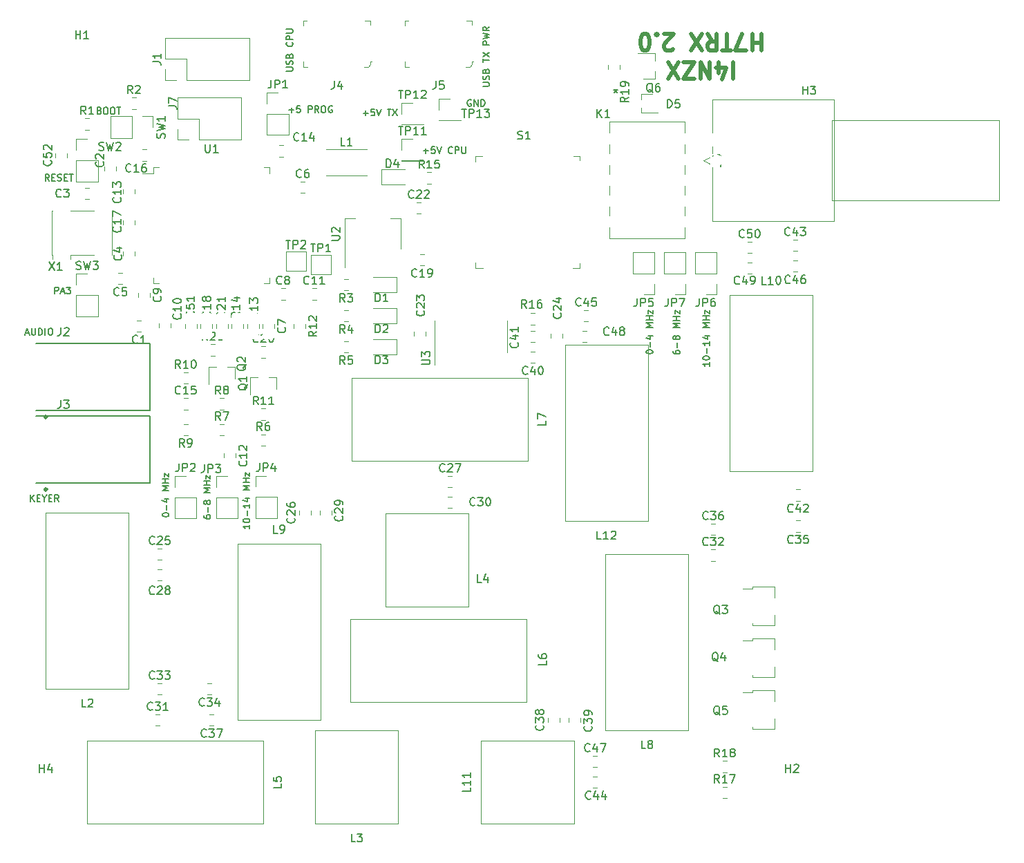
<source format=gto>
G04 #@! TF.GenerationSoftware,KiCad,Pcbnew,(5.1.10)-1*
G04 #@! TF.CreationDate,2021-10-14T22:16:21+02:00*
G04 #@! TF.ProjectId,H7RTX-V2,48375254-582d-4563-922e-6b696361645f,rev?*
G04 #@! TF.SameCoordinates,Original*
G04 #@! TF.FileFunction,Legend,Top*
G04 #@! TF.FilePolarity,Positive*
%FSLAX46Y46*%
G04 Gerber Fmt 4.6, Leading zero omitted, Abs format (unit mm)*
G04 Created by KiCad (PCBNEW (5.1.10)-1) date 2021-10-14 22:16:21*
%MOMM*%
%LPD*%
G01*
G04 APERTURE LIST*
%ADD10C,0.500000*%
%ADD11C,0.152400*%
%ADD12C,0.100000*%
%ADD13C,0.120000*%
%ADD14C,0.300000*%
%ADD15C,0.127000*%
%ADD16C,0.150000*%
%ADD17C,2.000000*%
%ADD18R,2.800000X3.600000*%
%ADD19O,1.700000X1.700000*%
%ADD20R,1.700000X1.700000*%
%ADD21R,2.000000X2.000000*%
%ADD22C,1.498600*%
%ADD23R,1.800000X2.900000*%
%ADD24R,0.700000X0.450000*%
%ADD25R,2.300000X0.900000*%
%ADD26O,1.508000X3.016000*%
%ADD27C,1.397000*%
%ADD28C,2.540000*%
%ADD29R,0.800000X0.900000*%
%ADD30R,0.900000X0.800000*%
%ADD31R,1.800000X2.000000*%
%ADD32R,1.500000X2.000000*%
%ADD33R,3.800000X2.000000*%
%ADD34O,1.000000X1.550000*%
%ADD35O,1.250000X0.950000*%
%ADD36R,0.400000X1.350000*%
%ADD37C,0.800000*%
%ADD38C,6.400000*%
G04 APERTURE END LIST*
D10*
X228993501Y-52916618D02*
X228993501Y-54916618D01*
X227183978Y-54249951D02*
X227183978Y-52916618D01*
X227660168Y-55011856D02*
X228136359Y-53583284D01*
X226898263Y-53583284D01*
X226136359Y-52916618D02*
X226136359Y-54916618D01*
X224993501Y-52916618D01*
X224993501Y-54916618D01*
X224231597Y-54916618D02*
X222898263Y-54916618D01*
X224231597Y-52916618D01*
X222898263Y-52916618D01*
X222326835Y-54916618D02*
X220993501Y-52916618D01*
X220993501Y-54916618D02*
X222326835Y-52916618D01*
X232469692Y-49416618D02*
X232469692Y-51416618D01*
X232469692Y-50464237D02*
X231326835Y-50464237D01*
X231326835Y-49416618D02*
X231326835Y-51416618D01*
X230564930Y-51416618D02*
X229231597Y-51416618D01*
X230088740Y-49416618D01*
X228755406Y-51416618D02*
X227612549Y-51416618D01*
X228183978Y-49416618D02*
X228183978Y-51416618D01*
X225803025Y-49416618D02*
X226469692Y-50368999D01*
X226945882Y-49416618D02*
X226945882Y-51416618D01*
X226183978Y-51416618D01*
X225993501Y-51321380D01*
X225898263Y-51226141D01*
X225803025Y-51035665D01*
X225803025Y-50749951D01*
X225898263Y-50559475D01*
X225993501Y-50464237D01*
X226183978Y-50368999D01*
X226945882Y-50368999D01*
X225136359Y-51416618D02*
X223803025Y-49416618D01*
X223803025Y-51416618D02*
X225136359Y-49416618D01*
X221612549Y-51226141D02*
X221517311Y-51321380D01*
X221326835Y-51416618D01*
X220850644Y-51416618D01*
X220660168Y-51321380D01*
X220564930Y-51226141D01*
X220469692Y-51035665D01*
X220469692Y-50845189D01*
X220564930Y-50559475D01*
X221707787Y-49416618D01*
X220469692Y-49416618D01*
X219612549Y-49607094D02*
X219517311Y-49511856D01*
X219612549Y-49416618D01*
X219707787Y-49511856D01*
X219612549Y-49607094D01*
X219612549Y-49416618D01*
X218279216Y-51416618D02*
X218088740Y-51416618D01*
X217898263Y-51321380D01*
X217803025Y-51226141D01*
X217707787Y-51035665D01*
X217612549Y-50654713D01*
X217612549Y-50178522D01*
X217707787Y-49797570D01*
X217803025Y-49607094D01*
X217898263Y-49511856D01*
X218088740Y-49416618D01*
X218279216Y-49416618D01*
X218469692Y-49511856D01*
X218564930Y-49607094D01*
X218660168Y-49797570D01*
X218755406Y-50178522D01*
X218755406Y-50654713D01*
X218660168Y-51035665D01*
X218564930Y-51226141D01*
X218469692Y-51321380D01*
X218279216Y-51416618D01*
D11*
X174530523Y-58741057D02*
X175149800Y-58741057D01*
X174840161Y-59050695D02*
X174840161Y-58431419D01*
X175923895Y-58237895D02*
X175536847Y-58237895D01*
X175498142Y-58624942D01*
X175536847Y-58586238D01*
X175614257Y-58547533D01*
X175807780Y-58547533D01*
X175885190Y-58586238D01*
X175923895Y-58624942D01*
X175962600Y-58702352D01*
X175962600Y-58895876D01*
X175923895Y-58973285D01*
X175885190Y-59011990D01*
X175807780Y-59050695D01*
X175614257Y-59050695D01*
X175536847Y-59011990D01*
X175498142Y-58973285D01*
X176930219Y-59050695D02*
X176930219Y-58237895D01*
X177239857Y-58237895D01*
X177317266Y-58276600D01*
X177355971Y-58315304D01*
X177394676Y-58392714D01*
X177394676Y-58508828D01*
X177355971Y-58586238D01*
X177317266Y-58624942D01*
X177239857Y-58663647D01*
X176930219Y-58663647D01*
X178207476Y-59050695D02*
X177936542Y-58663647D01*
X177743019Y-59050695D02*
X177743019Y-58237895D01*
X178052657Y-58237895D01*
X178130066Y-58276600D01*
X178168771Y-58315304D01*
X178207476Y-58392714D01*
X178207476Y-58508828D01*
X178168771Y-58586238D01*
X178130066Y-58624942D01*
X178052657Y-58663647D01*
X177743019Y-58663647D01*
X178710638Y-58237895D02*
X178865457Y-58237895D01*
X178942866Y-58276600D01*
X179020276Y-58354009D01*
X179058980Y-58508828D01*
X179058980Y-58779761D01*
X179020276Y-58934580D01*
X178942866Y-59011990D01*
X178865457Y-59050695D01*
X178710638Y-59050695D01*
X178633228Y-59011990D01*
X178555819Y-58934580D01*
X178517114Y-58779761D01*
X178517114Y-58508828D01*
X178555819Y-58354009D01*
X178633228Y-58276600D01*
X178710638Y-58237895D01*
X179833076Y-58276600D02*
X179755666Y-58237895D01*
X179639552Y-58237895D01*
X179523438Y-58276600D01*
X179446028Y-58354009D01*
X179407323Y-58431419D01*
X179368619Y-58586238D01*
X179368619Y-58702352D01*
X179407323Y-58857171D01*
X179446028Y-58934580D01*
X179523438Y-59011990D01*
X179639552Y-59050695D01*
X179716961Y-59050695D01*
X179833076Y-59011990D01*
X179871780Y-58973285D01*
X179871780Y-58702352D01*
X179716961Y-58702352D01*
X145855133Y-81250295D02*
X145855133Y-80437495D01*
X146164771Y-80437495D01*
X146242180Y-80476200D01*
X146280885Y-80514904D01*
X146319590Y-80592314D01*
X146319590Y-80708428D01*
X146280885Y-80785838D01*
X146242180Y-80824542D01*
X146164771Y-80863247D01*
X145855133Y-80863247D01*
X146629228Y-81018066D02*
X147016276Y-81018066D01*
X146551819Y-81250295D02*
X146822752Y-80437495D01*
X147093685Y-81250295D01*
X147287209Y-80437495D02*
X147790371Y-80437495D01*
X147519438Y-80747133D01*
X147635552Y-80747133D01*
X147712961Y-80785838D01*
X147751666Y-80824542D01*
X147790371Y-80901952D01*
X147790371Y-81095476D01*
X147751666Y-81172885D01*
X147712961Y-81211590D01*
X147635552Y-81250295D01*
X147403323Y-81250295D01*
X147325914Y-81211590D01*
X147287209Y-81172885D01*
X145165704Y-67432695D02*
X144894771Y-67045647D01*
X144701247Y-67432695D02*
X144701247Y-66619895D01*
X145010885Y-66619895D01*
X145088295Y-66658600D01*
X145127000Y-66697304D01*
X145165704Y-66774714D01*
X145165704Y-66890828D01*
X145127000Y-66968238D01*
X145088295Y-67006942D01*
X145010885Y-67045647D01*
X144701247Y-67045647D01*
X145514047Y-67006942D02*
X145784980Y-67006942D01*
X145901095Y-67432695D02*
X145514047Y-67432695D01*
X145514047Y-66619895D01*
X145901095Y-66619895D01*
X146210733Y-67393990D02*
X146326847Y-67432695D01*
X146520371Y-67432695D01*
X146597780Y-67393990D01*
X146636485Y-67355285D01*
X146675190Y-67277876D01*
X146675190Y-67200466D01*
X146636485Y-67123057D01*
X146597780Y-67084352D01*
X146520371Y-67045647D01*
X146365552Y-67006942D01*
X146288142Y-66968238D01*
X146249438Y-66929533D01*
X146210733Y-66852123D01*
X146210733Y-66774714D01*
X146249438Y-66697304D01*
X146288142Y-66658600D01*
X146365552Y-66619895D01*
X146559076Y-66619895D01*
X146675190Y-66658600D01*
X147023533Y-67006942D02*
X147294466Y-67006942D01*
X147410580Y-67432695D02*
X147023533Y-67432695D01*
X147023533Y-66619895D01*
X147410580Y-66619895D01*
X147642809Y-66619895D02*
X148107266Y-66619895D01*
X147875038Y-67432695D02*
X147875038Y-66619895D01*
X151339114Y-58802742D02*
X151455228Y-58841447D01*
X151493933Y-58880152D01*
X151532638Y-58957561D01*
X151532638Y-59073676D01*
X151493933Y-59151085D01*
X151455228Y-59189790D01*
X151377819Y-59228495D01*
X151068180Y-59228495D01*
X151068180Y-58415695D01*
X151339114Y-58415695D01*
X151416523Y-58454400D01*
X151455228Y-58493104D01*
X151493933Y-58570514D01*
X151493933Y-58647923D01*
X151455228Y-58725333D01*
X151416523Y-58764038D01*
X151339114Y-58802742D01*
X151068180Y-58802742D01*
X152035800Y-58415695D02*
X152190619Y-58415695D01*
X152268028Y-58454400D01*
X152345438Y-58531809D01*
X152384142Y-58686628D01*
X152384142Y-58957561D01*
X152345438Y-59112380D01*
X152268028Y-59189790D01*
X152190619Y-59228495D01*
X152035800Y-59228495D01*
X151958390Y-59189790D01*
X151880980Y-59112380D01*
X151842276Y-58957561D01*
X151842276Y-58686628D01*
X151880980Y-58531809D01*
X151958390Y-58454400D01*
X152035800Y-58415695D01*
X152887304Y-58415695D02*
X153042123Y-58415695D01*
X153119533Y-58454400D01*
X153196942Y-58531809D01*
X153235647Y-58686628D01*
X153235647Y-58957561D01*
X153196942Y-59112380D01*
X153119533Y-59189790D01*
X153042123Y-59228495D01*
X152887304Y-59228495D01*
X152809895Y-59189790D01*
X152732485Y-59112380D01*
X152693780Y-58957561D01*
X152693780Y-58686628D01*
X152732485Y-58531809D01*
X152809895Y-58454400D01*
X152887304Y-58415695D01*
X153467876Y-58415695D02*
X153932333Y-58415695D01*
X153700104Y-59228495D02*
X153700104Y-58415695D01*
X142890590Y-106726495D02*
X142890590Y-105913695D01*
X143355047Y-106726495D02*
X143006704Y-106262038D01*
X143355047Y-105913695D02*
X142890590Y-106378152D01*
X143703390Y-106300742D02*
X143974323Y-106300742D01*
X144090438Y-106726495D02*
X143703390Y-106726495D01*
X143703390Y-105913695D01*
X144090438Y-105913695D01*
X144593600Y-106339447D02*
X144593600Y-106726495D01*
X144322666Y-105913695D02*
X144593600Y-106339447D01*
X144864533Y-105913695D01*
X145135466Y-106300742D02*
X145406400Y-106300742D01*
X145522514Y-106726495D02*
X145135466Y-106726495D01*
X145135466Y-105913695D01*
X145522514Y-105913695D01*
X146335314Y-106726495D02*
X146064380Y-106339447D01*
X145870857Y-106726495D02*
X145870857Y-105913695D01*
X146180495Y-105913695D01*
X146257904Y-105952400D01*
X146296609Y-105991104D01*
X146335314Y-106068514D01*
X146335314Y-106184628D01*
X146296609Y-106262038D01*
X146257904Y-106300742D01*
X146180495Y-106339447D01*
X145870857Y-106339447D01*
X142288247Y-86072666D02*
X142675295Y-86072666D01*
X142210838Y-86304895D02*
X142481771Y-85492095D01*
X142752704Y-86304895D01*
X143023638Y-85492095D02*
X143023638Y-86150076D01*
X143062342Y-86227485D01*
X143101047Y-86266190D01*
X143178457Y-86304895D01*
X143333276Y-86304895D01*
X143410685Y-86266190D01*
X143449390Y-86227485D01*
X143488095Y-86150076D01*
X143488095Y-85492095D01*
X143875142Y-86304895D02*
X143875142Y-85492095D01*
X144068666Y-85492095D01*
X144184780Y-85530800D01*
X144262190Y-85608209D01*
X144300895Y-85685619D01*
X144339600Y-85840438D01*
X144339600Y-85956552D01*
X144300895Y-86111371D01*
X144262190Y-86188780D01*
X144184780Y-86266190D01*
X144068666Y-86304895D01*
X143875142Y-86304895D01*
X144687942Y-86304895D02*
X144687942Y-85492095D01*
X145229809Y-85492095D02*
X145384628Y-85492095D01*
X145462038Y-85530800D01*
X145539447Y-85608209D01*
X145578152Y-85763028D01*
X145578152Y-86033961D01*
X145539447Y-86188780D01*
X145462038Y-86266190D01*
X145384628Y-86304895D01*
X145229809Y-86304895D01*
X145152400Y-86266190D01*
X145074990Y-86188780D01*
X145036285Y-86033961D01*
X145036285Y-85763028D01*
X145074990Y-85608209D01*
X145152400Y-85530800D01*
X145229809Y-85492095D01*
X198301295Y-55824895D02*
X198959276Y-55824895D01*
X199036685Y-55786190D01*
X199075390Y-55747485D01*
X199114095Y-55670076D01*
X199114095Y-55515257D01*
X199075390Y-55437847D01*
X199036685Y-55399142D01*
X198959276Y-55360438D01*
X198301295Y-55360438D01*
X199075390Y-55012095D02*
X199114095Y-54895980D01*
X199114095Y-54702457D01*
X199075390Y-54625047D01*
X199036685Y-54586342D01*
X198959276Y-54547638D01*
X198881866Y-54547638D01*
X198804457Y-54586342D01*
X198765752Y-54625047D01*
X198727047Y-54702457D01*
X198688342Y-54857276D01*
X198649638Y-54934685D01*
X198610933Y-54973390D01*
X198533523Y-55012095D01*
X198456114Y-55012095D01*
X198378704Y-54973390D01*
X198340000Y-54934685D01*
X198301295Y-54857276D01*
X198301295Y-54663752D01*
X198340000Y-54547638D01*
X198688342Y-53928361D02*
X198727047Y-53812247D01*
X198765752Y-53773542D01*
X198843161Y-53734838D01*
X198959276Y-53734838D01*
X199036685Y-53773542D01*
X199075390Y-53812247D01*
X199114095Y-53889657D01*
X199114095Y-54199295D01*
X198301295Y-54199295D01*
X198301295Y-53928361D01*
X198340000Y-53850952D01*
X198378704Y-53812247D01*
X198456114Y-53773542D01*
X198533523Y-53773542D01*
X198610933Y-53812247D01*
X198649638Y-53850952D01*
X198688342Y-53928361D01*
X198688342Y-54199295D01*
X198301295Y-52883333D02*
X198301295Y-52418876D01*
X199114095Y-52651104D02*
X198301295Y-52651104D01*
X198301295Y-52225352D02*
X199114095Y-51683485D01*
X198301295Y-51683485D02*
X199114095Y-52225352D01*
X199114095Y-50754571D02*
X198301295Y-50754571D01*
X198301295Y-50444933D01*
X198340000Y-50367523D01*
X198378704Y-50328819D01*
X198456114Y-50290114D01*
X198572228Y-50290114D01*
X198649638Y-50328819D01*
X198688342Y-50367523D01*
X198727047Y-50444933D01*
X198727047Y-50754571D01*
X198301295Y-50019180D02*
X199114095Y-49825657D01*
X198533523Y-49670838D01*
X199114095Y-49516019D01*
X198301295Y-49322495D01*
X199114095Y-48548400D02*
X198727047Y-48819333D01*
X199114095Y-49012857D02*
X198301295Y-49012857D01*
X198301295Y-48703219D01*
X198340000Y-48625809D01*
X198378704Y-48587104D01*
X198456114Y-48548400D01*
X198572228Y-48548400D01*
X198649638Y-48587104D01*
X198688342Y-48625809D01*
X198727047Y-48703219D01*
X198727047Y-49012857D01*
X174222095Y-53967066D02*
X174880076Y-53967066D01*
X174957485Y-53928361D01*
X174996190Y-53889657D01*
X175034895Y-53812247D01*
X175034895Y-53657428D01*
X174996190Y-53580019D01*
X174957485Y-53541314D01*
X174880076Y-53502609D01*
X174222095Y-53502609D01*
X174996190Y-53154266D02*
X175034895Y-53038152D01*
X175034895Y-52844628D01*
X174996190Y-52767219D01*
X174957485Y-52728514D01*
X174880076Y-52689809D01*
X174802666Y-52689809D01*
X174725257Y-52728514D01*
X174686552Y-52767219D01*
X174647847Y-52844628D01*
X174609142Y-52999447D01*
X174570438Y-53076857D01*
X174531733Y-53115561D01*
X174454323Y-53154266D01*
X174376914Y-53154266D01*
X174299504Y-53115561D01*
X174260800Y-53076857D01*
X174222095Y-52999447D01*
X174222095Y-52805923D01*
X174260800Y-52689809D01*
X174609142Y-52070533D02*
X174647847Y-51954419D01*
X174686552Y-51915714D01*
X174763961Y-51877009D01*
X174880076Y-51877009D01*
X174957485Y-51915714D01*
X174996190Y-51954419D01*
X175034895Y-52031828D01*
X175034895Y-52341466D01*
X174222095Y-52341466D01*
X174222095Y-52070533D01*
X174260800Y-51993123D01*
X174299504Y-51954419D01*
X174376914Y-51915714D01*
X174454323Y-51915714D01*
X174531733Y-51954419D01*
X174570438Y-51993123D01*
X174609142Y-52070533D01*
X174609142Y-52341466D01*
X174957485Y-50444933D02*
X174996190Y-50483638D01*
X175034895Y-50599752D01*
X175034895Y-50677161D01*
X174996190Y-50793276D01*
X174918780Y-50870685D01*
X174841371Y-50909390D01*
X174686552Y-50948095D01*
X174570438Y-50948095D01*
X174415619Y-50909390D01*
X174338209Y-50870685D01*
X174260800Y-50793276D01*
X174222095Y-50677161D01*
X174222095Y-50599752D01*
X174260800Y-50483638D01*
X174299504Y-50444933D01*
X175034895Y-50096590D02*
X174222095Y-50096590D01*
X174222095Y-49786952D01*
X174260800Y-49709542D01*
X174299504Y-49670838D01*
X174376914Y-49632133D01*
X174493028Y-49632133D01*
X174570438Y-49670838D01*
X174609142Y-49709542D01*
X174647847Y-49786952D01*
X174647847Y-50096590D01*
X174222095Y-49283790D02*
X174880076Y-49283790D01*
X174957485Y-49245085D01*
X174996190Y-49206380D01*
X175034895Y-49128971D01*
X175034895Y-48974152D01*
X174996190Y-48896742D01*
X174957485Y-48858038D01*
X174880076Y-48819333D01*
X174222095Y-48819333D01*
X226088895Y-89660114D02*
X226088895Y-90124571D01*
X226088895Y-89892342D02*
X225276095Y-89892342D01*
X225392209Y-89969752D01*
X225469619Y-90047161D01*
X225508323Y-90124571D01*
X225276095Y-89156952D02*
X225276095Y-89079542D01*
X225314800Y-89002133D01*
X225353504Y-88963428D01*
X225430914Y-88924723D01*
X225585733Y-88886019D01*
X225779257Y-88886019D01*
X225934076Y-88924723D01*
X226011485Y-88963428D01*
X226050190Y-89002133D01*
X226088895Y-89079542D01*
X226088895Y-89156952D01*
X226050190Y-89234361D01*
X226011485Y-89273066D01*
X225934076Y-89311771D01*
X225779257Y-89350476D01*
X225585733Y-89350476D01*
X225430914Y-89311771D01*
X225353504Y-89273066D01*
X225314800Y-89234361D01*
X225276095Y-89156952D01*
X225779257Y-88537676D02*
X225779257Y-87918400D01*
X226088895Y-87105600D02*
X226088895Y-87570057D01*
X226088895Y-87337828D02*
X225276095Y-87337828D01*
X225392209Y-87415238D01*
X225469619Y-87492647D01*
X225508323Y-87570057D01*
X225547028Y-86408914D02*
X226088895Y-86408914D01*
X225237390Y-86602438D02*
X225817961Y-86795961D01*
X225817961Y-86292800D01*
X226088895Y-85363885D02*
X225276095Y-85363885D01*
X225856666Y-85092952D01*
X225276095Y-84822019D01*
X226088895Y-84822019D01*
X226088895Y-84434971D02*
X225276095Y-84434971D01*
X225663142Y-84434971D02*
X225663142Y-83970514D01*
X226088895Y-83970514D02*
X225276095Y-83970514D01*
X225547028Y-83660876D02*
X225547028Y-83235123D01*
X226088895Y-83660876D01*
X226088895Y-83235123D01*
X221618495Y-88252228D02*
X221618495Y-88407047D01*
X221657200Y-88484457D01*
X221695904Y-88523161D01*
X221812019Y-88600571D01*
X221966838Y-88639276D01*
X222276476Y-88639276D01*
X222353885Y-88600571D01*
X222392590Y-88561866D01*
X222431295Y-88484457D01*
X222431295Y-88329638D01*
X222392590Y-88252228D01*
X222353885Y-88213523D01*
X222276476Y-88174819D01*
X222082952Y-88174819D01*
X222005542Y-88213523D01*
X221966838Y-88252228D01*
X221928133Y-88329638D01*
X221928133Y-88484457D01*
X221966838Y-88561866D01*
X222005542Y-88600571D01*
X222082952Y-88639276D01*
X222121657Y-87826476D02*
X222121657Y-87207200D01*
X221966838Y-86704038D02*
X221928133Y-86781447D01*
X221889428Y-86820152D01*
X221812019Y-86858857D01*
X221773314Y-86858857D01*
X221695904Y-86820152D01*
X221657200Y-86781447D01*
X221618495Y-86704038D01*
X221618495Y-86549219D01*
X221657200Y-86471809D01*
X221695904Y-86433104D01*
X221773314Y-86394400D01*
X221812019Y-86394400D01*
X221889428Y-86433104D01*
X221928133Y-86471809D01*
X221966838Y-86549219D01*
X221966838Y-86704038D01*
X222005542Y-86781447D01*
X222044247Y-86820152D01*
X222121657Y-86858857D01*
X222276476Y-86858857D01*
X222353885Y-86820152D01*
X222392590Y-86781447D01*
X222431295Y-86704038D01*
X222431295Y-86549219D01*
X222392590Y-86471809D01*
X222353885Y-86433104D01*
X222276476Y-86394400D01*
X222121657Y-86394400D01*
X222044247Y-86433104D01*
X222005542Y-86471809D01*
X221966838Y-86549219D01*
X222431295Y-85426780D02*
X221618495Y-85426780D01*
X222199066Y-85155847D01*
X221618495Y-84884914D01*
X222431295Y-84884914D01*
X222431295Y-84497866D02*
X221618495Y-84497866D01*
X222005542Y-84497866D02*
X222005542Y-84033409D01*
X222431295Y-84033409D02*
X221618495Y-84033409D01*
X221889428Y-83723771D02*
X221889428Y-83298019D01*
X222431295Y-83723771D01*
X222431295Y-83298019D01*
X218316495Y-88394952D02*
X218316495Y-88317542D01*
X218355200Y-88240133D01*
X218393904Y-88201428D01*
X218471314Y-88162723D01*
X218626133Y-88124019D01*
X218819657Y-88124019D01*
X218974476Y-88162723D01*
X219051885Y-88201428D01*
X219090590Y-88240133D01*
X219129295Y-88317542D01*
X219129295Y-88394952D01*
X219090590Y-88472361D01*
X219051885Y-88511066D01*
X218974476Y-88549771D01*
X218819657Y-88588476D01*
X218626133Y-88588476D01*
X218471314Y-88549771D01*
X218393904Y-88511066D01*
X218355200Y-88472361D01*
X218316495Y-88394952D01*
X218819657Y-87775676D02*
X218819657Y-87156400D01*
X218587428Y-86421009D02*
X219129295Y-86421009D01*
X218277790Y-86614533D02*
X218858361Y-86808057D01*
X218858361Y-86304895D01*
X219129295Y-85375980D02*
X218316495Y-85375980D01*
X218897066Y-85105047D01*
X218316495Y-84834114D01*
X219129295Y-84834114D01*
X219129295Y-84447066D02*
X218316495Y-84447066D01*
X218703542Y-84447066D02*
X218703542Y-83982609D01*
X219129295Y-83982609D02*
X218316495Y-83982609D01*
X218587428Y-83672971D02*
X218587428Y-83247219D01*
X219129295Y-83672971D01*
X219129295Y-83247219D01*
X169751695Y-109573714D02*
X169751695Y-110038171D01*
X169751695Y-109805942D02*
X168938895Y-109805942D01*
X169055009Y-109883352D01*
X169132419Y-109960761D01*
X169171123Y-110038171D01*
X168938895Y-109070552D02*
X168938895Y-108993142D01*
X168977600Y-108915733D01*
X169016304Y-108877028D01*
X169093714Y-108838323D01*
X169248533Y-108799619D01*
X169442057Y-108799619D01*
X169596876Y-108838323D01*
X169674285Y-108877028D01*
X169712990Y-108915733D01*
X169751695Y-108993142D01*
X169751695Y-109070552D01*
X169712990Y-109147961D01*
X169674285Y-109186666D01*
X169596876Y-109225371D01*
X169442057Y-109264076D01*
X169248533Y-109264076D01*
X169093714Y-109225371D01*
X169016304Y-109186666D01*
X168977600Y-109147961D01*
X168938895Y-109070552D01*
X169442057Y-108451276D02*
X169442057Y-107832000D01*
X169751695Y-107019200D02*
X169751695Y-107483657D01*
X169751695Y-107251428D02*
X168938895Y-107251428D01*
X169055009Y-107328838D01*
X169132419Y-107406247D01*
X169171123Y-107483657D01*
X169209828Y-106322514D02*
X169751695Y-106322514D01*
X168900190Y-106516038D02*
X169480761Y-106709561D01*
X169480761Y-106206400D01*
X169751695Y-105277485D02*
X168938895Y-105277485D01*
X169519466Y-105006552D01*
X168938895Y-104735619D01*
X169751695Y-104735619D01*
X169751695Y-104348571D02*
X168938895Y-104348571D01*
X169325942Y-104348571D02*
X169325942Y-103884114D01*
X169751695Y-103884114D02*
X168938895Y-103884114D01*
X169209828Y-103574476D02*
X169209828Y-103148723D01*
X169751695Y-103574476D01*
X169751695Y-103148723D01*
X164112895Y-108419828D02*
X164112895Y-108574647D01*
X164151600Y-108652057D01*
X164190304Y-108690761D01*
X164306419Y-108768171D01*
X164461238Y-108806876D01*
X164770876Y-108806876D01*
X164848285Y-108768171D01*
X164886990Y-108729466D01*
X164925695Y-108652057D01*
X164925695Y-108497238D01*
X164886990Y-108419828D01*
X164848285Y-108381123D01*
X164770876Y-108342419D01*
X164577352Y-108342419D01*
X164499942Y-108381123D01*
X164461238Y-108419828D01*
X164422533Y-108497238D01*
X164422533Y-108652057D01*
X164461238Y-108729466D01*
X164499942Y-108768171D01*
X164577352Y-108806876D01*
X164616057Y-107994076D02*
X164616057Y-107374800D01*
X164461238Y-106871638D02*
X164422533Y-106949047D01*
X164383828Y-106987752D01*
X164306419Y-107026457D01*
X164267714Y-107026457D01*
X164190304Y-106987752D01*
X164151600Y-106949047D01*
X164112895Y-106871638D01*
X164112895Y-106716819D01*
X164151600Y-106639409D01*
X164190304Y-106600704D01*
X164267714Y-106562000D01*
X164306419Y-106562000D01*
X164383828Y-106600704D01*
X164422533Y-106639409D01*
X164461238Y-106716819D01*
X164461238Y-106871638D01*
X164499942Y-106949047D01*
X164538647Y-106987752D01*
X164616057Y-107026457D01*
X164770876Y-107026457D01*
X164848285Y-106987752D01*
X164886990Y-106949047D01*
X164925695Y-106871638D01*
X164925695Y-106716819D01*
X164886990Y-106639409D01*
X164848285Y-106600704D01*
X164770876Y-106562000D01*
X164616057Y-106562000D01*
X164538647Y-106600704D01*
X164499942Y-106639409D01*
X164461238Y-106716819D01*
X164925695Y-105594380D02*
X164112895Y-105594380D01*
X164693466Y-105323447D01*
X164112895Y-105052514D01*
X164925695Y-105052514D01*
X164925695Y-104665466D02*
X164112895Y-104665466D01*
X164499942Y-104665466D02*
X164499942Y-104201009D01*
X164925695Y-104201009D02*
X164112895Y-104201009D01*
X164383828Y-103891371D02*
X164383828Y-103465619D01*
X164925695Y-103891371D01*
X164925695Y-103465619D01*
X159032895Y-108359352D02*
X159032895Y-108281942D01*
X159071600Y-108204533D01*
X159110304Y-108165828D01*
X159187714Y-108127123D01*
X159342533Y-108088419D01*
X159536057Y-108088419D01*
X159690876Y-108127123D01*
X159768285Y-108165828D01*
X159806990Y-108204533D01*
X159845695Y-108281942D01*
X159845695Y-108359352D01*
X159806990Y-108436761D01*
X159768285Y-108475466D01*
X159690876Y-108514171D01*
X159536057Y-108552876D01*
X159342533Y-108552876D01*
X159187714Y-108514171D01*
X159110304Y-108475466D01*
X159071600Y-108436761D01*
X159032895Y-108359352D01*
X159536057Y-107740076D02*
X159536057Y-107120800D01*
X159303828Y-106385409D02*
X159845695Y-106385409D01*
X158994190Y-106578933D02*
X159574761Y-106772457D01*
X159574761Y-106269295D01*
X159845695Y-105340380D02*
X159032895Y-105340380D01*
X159613466Y-105069447D01*
X159032895Y-104798514D01*
X159845695Y-104798514D01*
X159845695Y-104411466D02*
X159032895Y-104411466D01*
X159419942Y-104411466D02*
X159419942Y-103947009D01*
X159845695Y-103947009D02*
X159032895Y-103947009D01*
X159303828Y-103637371D02*
X159303828Y-103211619D01*
X159845695Y-103637371D01*
X159845695Y-103211619D01*
X183639447Y-59122057D02*
X184258723Y-59122057D01*
X183949085Y-59431695D02*
X183949085Y-58812419D01*
X185032819Y-58618895D02*
X184645771Y-58618895D01*
X184607066Y-59005942D01*
X184645771Y-58967238D01*
X184723180Y-58928533D01*
X184916704Y-58928533D01*
X184994114Y-58967238D01*
X185032819Y-59005942D01*
X185071523Y-59083352D01*
X185071523Y-59276876D01*
X185032819Y-59354285D01*
X184994114Y-59392990D01*
X184916704Y-59431695D01*
X184723180Y-59431695D01*
X184645771Y-59392990D01*
X184607066Y-59354285D01*
X185303752Y-58618895D02*
X185574685Y-59431695D01*
X185845619Y-58618895D01*
X186619714Y-58618895D02*
X187084171Y-58618895D01*
X186851942Y-59431695D02*
X186851942Y-58618895D01*
X187277695Y-58618895D02*
X187819561Y-59431695D01*
X187819561Y-58618895D02*
X187277695Y-59431695D01*
X196857123Y-57489200D02*
X196779714Y-57450495D01*
X196663600Y-57450495D01*
X196547485Y-57489200D01*
X196470076Y-57566609D01*
X196431371Y-57644019D01*
X196392666Y-57798838D01*
X196392666Y-57914952D01*
X196431371Y-58069771D01*
X196470076Y-58147180D01*
X196547485Y-58224590D01*
X196663600Y-58263295D01*
X196741009Y-58263295D01*
X196857123Y-58224590D01*
X196895828Y-58185885D01*
X196895828Y-57914952D01*
X196741009Y-57914952D01*
X197244171Y-58263295D02*
X197244171Y-57450495D01*
X197708628Y-58263295D01*
X197708628Y-57450495D01*
X198095676Y-58263295D02*
X198095676Y-57450495D01*
X198289200Y-57450495D01*
X198405314Y-57489200D01*
X198482723Y-57566609D01*
X198521428Y-57644019D01*
X198560133Y-57798838D01*
X198560133Y-57914952D01*
X198521428Y-58069771D01*
X198482723Y-58147180D01*
X198405314Y-58224590D01*
X198289200Y-58263295D01*
X198095676Y-58263295D01*
X191022380Y-63744857D02*
X191641657Y-63744857D01*
X191332019Y-64054495D02*
X191332019Y-63435219D01*
X192415752Y-63241695D02*
X192028704Y-63241695D01*
X191990000Y-63628742D01*
X192028704Y-63590038D01*
X192106114Y-63551333D01*
X192299638Y-63551333D01*
X192377047Y-63590038D01*
X192415752Y-63628742D01*
X192454457Y-63706152D01*
X192454457Y-63899676D01*
X192415752Y-63977085D01*
X192377047Y-64015790D01*
X192299638Y-64054495D01*
X192106114Y-64054495D01*
X192028704Y-64015790D01*
X191990000Y-63977085D01*
X192686685Y-63241695D02*
X192957619Y-64054495D01*
X193228552Y-63241695D01*
X194583219Y-63977085D02*
X194544514Y-64015790D01*
X194428400Y-64054495D01*
X194350990Y-64054495D01*
X194234876Y-64015790D01*
X194157466Y-63938380D01*
X194118761Y-63860971D01*
X194080057Y-63706152D01*
X194080057Y-63590038D01*
X194118761Y-63435219D01*
X194157466Y-63357809D01*
X194234876Y-63280400D01*
X194350990Y-63241695D01*
X194428400Y-63241695D01*
X194544514Y-63280400D01*
X194583219Y-63319104D01*
X194931561Y-64054495D02*
X194931561Y-63241695D01*
X195241200Y-63241695D01*
X195318609Y-63280400D01*
X195357314Y-63319104D01*
X195396019Y-63396514D01*
X195396019Y-63512628D01*
X195357314Y-63590038D01*
X195318609Y-63628742D01*
X195241200Y-63667447D01*
X194931561Y-63667447D01*
X195744361Y-63241695D02*
X195744361Y-63899676D01*
X195783066Y-63977085D01*
X195821771Y-64015790D01*
X195899180Y-64054495D01*
X196054000Y-64054495D01*
X196131409Y-64015790D01*
X196170114Y-63977085D01*
X196208819Y-63899676D01*
X196208819Y-63241695D01*
D12*
X198361000Y-78081000D02*
X197411000Y-78081000D01*
X197411000Y-78081000D02*
X197411000Y-77406000D01*
X198261000Y-64431000D02*
X197411000Y-64431000D01*
X197411000Y-64431000D02*
X197411000Y-65106000D01*
X210161000Y-77506000D02*
X210161000Y-78081000D01*
X210161000Y-78081000D02*
X209361000Y-78081000D01*
X209461000Y-64431000D02*
X210161000Y-64431000D01*
X210161000Y-64431000D02*
X210161000Y-64931000D01*
D13*
X157887000Y-59512000D02*
X157887000Y-60842000D01*
X156557000Y-59512000D02*
X157887000Y-59512000D01*
X155287000Y-59512000D02*
X155287000Y-62172000D01*
X155287000Y-62172000D02*
X152687000Y-62172000D01*
X155287000Y-59512000D02*
X152687000Y-59512000D01*
X152687000Y-59512000D02*
X152687000Y-62172000D01*
X157956000Y-66486000D02*
X156591000Y-66486000D01*
X157956000Y-65786000D02*
X157956000Y-66486000D01*
X158656000Y-65786000D02*
X157956000Y-65786000D01*
X172176000Y-65786000D02*
X172176000Y-66486000D01*
X171476000Y-65786000D02*
X172176000Y-65786000D01*
X157956000Y-80006000D02*
X157956000Y-79306000D01*
X158656000Y-80006000D02*
X157956000Y-80006000D01*
X172176000Y-80006000D02*
X172176000Y-79306000D01*
X171476000Y-80006000D02*
X172176000Y-80006000D01*
X159392600Y-55085400D02*
X159392600Y-53755400D01*
X160722600Y-55085400D02*
X159392600Y-55085400D01*
X159392600Y-52485400D02*
X159392600Y-49885400D01*
X161992600Y-52485400D02*
X159392600Y-52485400D01*
X161992600Y-55085400D02*
X161992600Y-52485400D01*
X159392600Y-49885400D02*
X169672600Y-49885400D01*
X161992600Y-55085400D02*
X169672600Y-55085400D01*
X169672600Y-55085400D02*
X169672600Y-49885400D01*
X174229200Y-78450400D02*
X174229200Y-76050400D01*
X176629200Y-78450400D02*
X174229200Y-78450400D01*
X176629200Y-76050400D02*
X176629200Y-78450400D01*
X174229200Y-76050400D02*
X176629200Y-76050400D01*
X177277200Y-78856800D02*
X177277200Y-76456800D01*
X179677200Y-78856800D02*
X177277200Y-78856800D01*
X179677200Y-76456800D02*
X179677200Y-78856800D01*
X177277200Y-76456800D02*
X179677200Y-76456800D01*
X160942000Y-62375200D02*
X160942000Y-61045200D01*
X162272000Y-62375200D02*
X160942000Y-62375200D01*
X160942000Y-59775200D02*
X160942000Y-57175200D01*
X163542000Y-59775200D02*
X160942000Y-59775200D01*
X163542000Y-62375200D02*
X163542000Y-59775200D01*
X160942000Y-57175200D02*
X168682000Y-57175200D01*
X163542000Y-62375200D02*
X168682000Y-62375200D01*
X168682000Y-62375200D02*
X168682000Y-57175200D01*
X166591200Y-100823348D02*
X166591200Y-101345852D01*
X168011200Y-100823348D02*
X168011200Y-101345852D01*
X213783200Y-74431000D02*
X223028800Y-74431000D01*
X223028800Y-74431000D02*
X223028800Y-73113260D01*
X223028800Y-60181600D02*
X213783200Y-60181600D01*
X213783200Y-60181600D02*
X213783200Y-61524740D01*
X213783200Y-62953260D02*
X213783200Y-64064740D01*
X213783200Y-65493260D02*
X213783200Y-66604740D01*
X213783200Y-68033260D02*
X213783200Y-69144740D01*
X213783200Y-70573260D02*
X213783200Y-71684740D01*
X213783200Y-73113260D02*
X213783200Y-74431000D01*
X223028800Y-71684740D02*
X223028800Y-70573260D01*
X223028800Y-69144740D02*
X223028800Y-68033260D01*
X223028800Y-66604740D02*
X223028800Y-65493260D01*
X223028800Y-64064740D02*
X223028800Y-62953260D01*
X223028800Y-61524740D02*
X223028800Y-60181600D01*
X192381000Y-86496000D02*
X192381000Y-89946000D01*
X192381000Y-86496000D02*
X192381000Y-84546000D01*
X201251000Y-86496000D02*
X201251000Y-88446000D01*
X201251000Y-86496000D02*
X201251000Y-84546000D01*
X204697252Y-83627000D02*
X204174748Y-83627000D01*
X204697252Y-85047000D02*
X204174748Y-85047000D01*
X191474748Y-67775000D02*
X191997252Y-67775000D01*
X191474748Y-66355000D02*
X191997252Y-66355000D01*
X179076000Y-66760000D02*
X184076000Y-66760000D01*
X179076000Y-63560000D02*
X184076000Y-63560000D01*
X219086000Y-56761000D02*
X217676000Y-56761000D01*
X217676000Y-59081000D02*
X219706000Y-59081000D01*
X217676000Y-59081000D02*
X217676000Y-58421000D01*
X217676000Y-57421000D02*
X217676000Y-56761000D01*
X231316000Y-134576000D02*
X231316000Y-134346000D01*
X231316000Y-129856000D02*
X231316000Y-130086000D01*
X231316000Y-129856000D02*
X234036000Y-129856000D01*
X234036000Y-129856000D02*
X234036000Y-131166000D01*
X230176000Y-130086000D02*
X231316000Y-130086000D01*
X234036000Y-134576000D02*
X231316000Y-134576000D01*
X234036000Y-133266000D02*
X234036000Y-134576000D01*
X231316000Y-128226000D02*
X231316000Y-127996000D01*
X231316000Y-123506000D02*
X231316000Y-123736000D01*
X231316000Y-123506000D02*
X234036000Y-123506000D01*
X234036000Y-123506000D02*
X234036000Y-124816000D01*
X230176000Y-123736000D02*
X231316000Y-123736000D01*
X234036000Y-128226000D02*
X231316000Y-128226000D01*
X234036000Y-126916000D02*
X234036000Y-128226000D01*
X231316000Y-121876000D02*
X231316000Y-121646000D01*
X231316000Y-117156000D02*
X231316000Y-117386000D01*
X231316000Y-117156000D02*
X234036000Y-117156000D01*
X234036000Y-117156000D02*
X234036000Y-118466000D01*
X230176000Y-117386000D02*
X231316000Y-117386000D01*
X234036000Y-121876000D02*
X231316000Y-121876000D01*
X234036000Y-120566000D02*
X234036000Y-121876000D01*
X147361000Y-64532252D02*
X147361000Y-64009748D01*
X145941000Y-64532252D02*
X145941000Y-64009748D01*
X192946000Y-57353000D02*
X194276000Y-57353000D01*
X192946000Y-58683000D02*
X192946000Y-57353000D01*
X192946000Y-59953000D02*
X195606000Y-59953000D01*
X195606000Y-59953000D02*
X195606000Y-60013000D01*
X192946000Y-59953000D02*
X192946000Y-60013000D01*
X192946000Y-60013000D02*
X195606000Y-60013000D01*
X188374000Y-57861000D02*
X189704000Y-57861000D01*
X188374000Y-59191000D02*
X188374000Y-57861000D01*
X188374000Y-60461000D02*
X191034000Y-60461000D01*
X191034000Y-60461000D02*
X191034000Y-60521000D01*
X188374000Y-60461000D02*
X188374000Y-60521000D01*
X188374000Y-60521000D02*
X191034000Y-60521000D01*
X188374000Y-62306000D02*
X189704000Y-62306000D01*
X188374000Y-63636000D02*
X188374000Y-62306000D01*
X188374000Y-64906000D02*
X191034000Y-64906000D01*
X191034000Y-64906000D02*
X191034000Y-64966000D01*
X188374000Y-64906000D02*
X188374000Y-64966000D01*
X188374000Y-64966000D02*
X191034000Y-64966000D01*
X164931748Y-88857000D02*
X165454252Y-88857000D01*
X164931748Y-87437000D02*
X165454252Y-87437000D01*
X161816000Y-84964748D02*
X161816000Y-85487252D01*
X163236000Y-84964748D02*
X163236000Y-85487252D01*
X208373000Y-98942000D02*
X208373000Y-109102000D01*
X218533000Y-98942000D02*
X218533000Y-109102000D01*
X210913000Y-109102000D02*
X218533000Y-109102000D01*
X218533000Y-109102000D02*
X210913000Y-109102000D01*
X210913000Y-109102000D02*
X208373000Y-109102000D01*
X208373000Y-98942000D02*
X208373000Y-87512000D01*
X208373000Y-87512000D02*
X218533000Y-87512000D01*
X218533000Y-87512000D02*
X218533000Y-98942000D01*
X198086000Y-138566000D02*
X198086000Y-146186000D01*
X198086000Y-146186000D02*
X198086000Y-138566000D01*
X198086000Y-138566000D02*
X198086000Y-136026000D01*
X198086000Y-136026000D02*
X209516000Y-136026000D01*
X209516000Y-136026000D02*
X209516000Y-146186000D01*
X209516000Y-146186000D02*
X198086000Y-146186000D01*
X238726000Y-91576000D02*
X238726000Y-81416000D01*
X228566000Y-91576000D02*
X228566000Y-81416000D01*
X236186000Y-81416000D02*
X228566000Y-81416000D01*
X228566000Y-81416000D02*
X236186000Y-81416000D01*
X236186000Y-81416000D02*
X238726000Y-81416000D01*
X238726000Y-91576000D02*
X238726000Y-103006000D01*
X238726000Y-103006000D02*
X228566000Y-103006000D01*
X228566000Y-103006000D02*
X228566000Y-91576000D01*
X178401000Y-122056000D02*
X178401000Y-111896000D01*
X168241000Y-122056000D02*
X168241000Y-111896000D01*
X175861000Y-111896000D02*
X168241000Y-111896000D01*
X168241000Y-111896000D02*
X175861000Y-111896000D01*
X175861000Y-111896000D02*
X178401000Y-111896000D01*
X178401000Y-122056000D02*
X178401000Y-133486000D01*
X178401000Y-133486000D02*
X168241000Y-133486000D01*
X168241000Y-133486000D02*
X168241000Y-122056000D01*
X213326000Y-124596000D02*
X213326000Y-134756000D01*
X223486000Y-124596000D02*
X223486000Y-134756000D01*
X215866000Y-134756000D02*
X223486000Y-134756000D01*
X223486000Y-134756000D02*
X215866000Y-134756000D01*
X215866000Y-134756000D02*
X213326000Y-134756000D01*
X213326000Y-124596000D02*
X213326000Y-113166000D01*
X213326000Y-113166000D02*
X223486000Y-113166000D01*
X223486000Y-113166000D02*
X223486000Y-124596000D01*
X193641000Y-101736000D02*
X203801000Y-101736000D01*
X193641000Y-91576000D02*
X203801000Y-91576000D01*
X203801000Y-99196000D02*
X203801000Y-91576000D01*
X203801000Y-91576000D02*
X203801000Y-99196000D01*
X203801000Y-99196000D02*
X203801000Y-101736000D01*
X193641000Y-101736000D02*
X182211000Y-101736000D01*
X182211000Y-101736000D02*
X182211000Y-91576000D01*
X182211000Y-91576000D02*
X193641000Y-91576000D01*
X193463200Y-131301600D02*
X203623200Y-131301600D01*
X193463200Y-121141600D02*
X203623200Y-121141600D01*
X203623200Y-128761600D02*
X203623200Y-121141600D01*
X203623200Y-121141600D02*
X203623200Y-128761600D01*
X203623200Y-128761600D02*
X203623200Y-131301600D01*
X193463200Y-131301600D02*
X182033200Y-131301600D01*
X182033200Y-131301600D02*
X182033200Y-121141600D01*
X182033200Y-121141600D02*
X193463200Y-121141600D01*
X161256000Y-146186000D02*
X171416000Y-146186000D01*
X161256000Y-136026000D02*
X171416000Y-136026000D01*
X171416000Y-143646000D02*
X171416000Y-136026000D01*
X171416000Y-136026000D02*
X171416000Y-143646000D01*
X171416000Y-143646000D02*
X171416000Y-146186000D01*
X161256000Y-146186000D02*
X149826000Y-146186000D01*
X149826000Y-146186000D02*
X149826000Y-136026000D01*
X149826000Y-136026000D02*
X161256000Y-136026000D01*
X188891200Y-119617600D02*
X196511200Y-119617600D01*
X196511200Y-119617600D02*
X188891200Y-119617600D01*
X188891200Y-119617600D02*
X186351200Y-119617600D01*
X186351200Y-119617600D02*
X186351200Y-108187600D01*
X186351200Y-108187600D02*
X196511200Y-108187600D01*
X196511200Y-108187600D02*
X196511200Y-119617600D01*
X180306000Y-146186000D02*
X187926000Y-146186000D01*
X187926000Y-146186000D02*
X180306000Y-146186000D01*
X180306000Y-146186000D02*
X177766000Y-146186000D01*
X177766000Y-146186000D02*
X177766000Y-134756000D01*
X177766000Y-134756000D02*
X187926000Y-134756000D01*
X187926000Y-134756000D02*
X187926000Y-146186000D01*
X144746000Y-119516000D02*
X144746000Y-129676000D01*
X154906000Y-119516000D02*
X154906000Y-129676000D01*
X147286000Y-129676000D02*
X154906000Y-129676000D01*
X154906000Y-129676000D02*
X147286000Y-129676000D01*
X147286000Y-129676000D02*
X144746000Y-129676000D01*
X144746000Y-119516000D02*
X144746000Y-108086000D01*
X144746000Y-108086000D02*
X154906000Y-108086000D01*
X154906000Y-108086000D02*
X154906000Y-119516000D01*
X213632000Y-53214748D02*
X213632000Y-53737252D01*
X215052000Y-53214748D02*
X215052000Y-53737252D01*
X227669748Y-143086000D02*
X228192252Y-143086000D01*
X227669748Y-141666000D02*
X228192252Y-141666000D01*
X167531000Y-84964748D02*
X167531000Y-85487252D01*
X168951000Y-84964748D02*
X168951000Y-85487252D01*
X170856000Y-85487252D02*
X170856000Y-84964748D01*
X169436000Y-85487252D02*
X169436000Y-84964748D01*
X175151000Y-84964748D02*
X175151000Y-85487252D01*
X176571000Y-84964748D02*
X176571000Y-85487252D01*
X171154748Y-96731000D02*
X171677252Y-96731000D01*
X171154748Y-95311000D02*
X171677252Y-95311000D01*
X161629748Y-92286000D02*
X162152252Y-92286000D01*
X161629748Y-90866000D02*
X162152252Y-90866000D01*
X162152252Y-97216000D02*
X161629748Y-97216000D01*
X162152252Y-98636000D02*
X161629748Y-98636000D01*
X166074748Y-95461000D02*
X166597252Y-95461000D01*
X166074748Y-94041000D02*
X166597252Y-94041000D01*
X166074748Y-98636000D02*
X166597252Y-98636000D01*
X166074748Y-97216000D02*
X166597252Y-97216000D01*
X171154748Y-99906000D02*
X171677252Y-99906000D01*
X171154748Y-98486000D02*
X171677252Y-98486000D01*
X223165000Y-81349000D02*
X221835000Y-81349000D01*
X223165000Y-80019000D02*
X223165000Y-81349000D01*
X223165000Y-78749000D02*
X220505000Y-78749000D01*
X220505000Y-78749000D02*
X220505000Y-76149000D01*
X223165000Y-78749000D02*
X223165000Y-76149000D01*
X223165000Y-76149000D02*
X220505000Y-76149000D01*
X226975000Y-81349000D02*
X225645000Y-81349000D01*
X226975000Y-80019000D02*
X226975000Y-81349000D01*
X226975000Y-78749000D02*
X224315000Y-78749000D01*
X224315000Y-78749000D02*
X224315000Y-76149000D01*
X226975000Y-78749000D02*
X226975000Y-76149000D01*
X226975000Y-76149000D02*
X224315000Y-76149000D01*
X219355000Y-81349000D02*
X218025000Y-81349000D01*
X219355000Y-80019000D02*
X219355000Y-81349000D01*
X219355000Y-78749000D02*
X216695000Y-78749000D01*
X216695000Y-78749000D02*
X216695000Y-76149000D01*
X219355000Y-78749000D02*
X219355000Y-76149000D01*
X219355000Y-76149000D02*
X216695000Y-76149000D01*
X170441600Y-103555600D02*
X171771600Y-103555600D01*
X170441600Y-104885600D02*
X170441600Y-103555600D01*
X170441600Y-106155600D02*
X173101600Y-106155600D01*
X173101600Y-106155600D02*
X173101600Y-108755600D01*
X170441600Y-106155600D02*
X170441600Y-108755600D01*
X170441600Y-108755600D02*
X173101600Y-108755600D01*
X165641000Y-103581000D02*
X166971000Y-103581000D01*
X165641000Y-104911000D02*
X165641000Y-103581000D01*
X165641000Y-106181000D02*
X168301000Y-106181000D01*
X168301000Y-106181000D02*
X168301000Y-108781000D01*
X165641000Y-106181000D02*
X165641000Y-108781000D01*
X165641000Y-108781000D02*
X168301000Y-108781000D01*
X160561000Y-103581000D02*
X161891000Y-103581000D01*
X160561000Y-104911000D02*
X160561000Y-103581000D01*
X160561000Y-106181000D02*
X163221000Y-106181000D01*
X163221000Y-106181000D02*
X163221000Y-108781000D01*
X160561000Y-106181000D02*
X160561000Y-108781000D01*
X160561000Y-108781000D02*
X163221000Y-108781000D01*
X171864000Y-56591000D02*
X173194000Y-56591000D01*
X171864000Y-57921000D02*
X171864000Y-56591000D01*
X171864000Y-59191000D02*
X174524000Y-59191000D01*
X174524000Y-59191000D02*
X174524000Y-61791000D01*
X171864000Y-59191000D02*
X171864000Y-61791000D01*
X171864000Y-61791000D02*
X174524000Y-61791000D01*
D14*
X144896000Y-105216000D02*
G75*
G03*
X144896000Y-105216000I-150000J0D01*
G01*
D15*
X157546000Y-104466000D02*
X143546000Y-104466000D01*
X157546000Y-96266000D02*
X157546000Y-104466000D01*
X143546000Y-96266000D02*
X157546000Y-96266000D01*
D14*
X144896000Y-96326000D02*
G75*
G03*
X144896000Y-96326000I-150000J0D01*
G01*
D15*
X157546000Y-95576000D02*
X143546000Y-95576000D01*
X157546000Y-87376000D02*
X157546000Y-95576000D01*
X143546000Y-87376000D02*
X157546000Y-87376000D01*
D13*
X226085455Y-65291327D02*
X225314800Y-64906000D01*
X226085455Y-64520673D02*
X225314800Y-64906000D01*
X241062800Y-59978400D02*
X241062800Y-69833600D01*
X241062800Y-69833600D02*
X261611400Y-69833600D01*
X261611400Y-69833600D02*
X261611400Y-59978400D01*
X261611400Y-59978400D02*
X241062800Y-59978400D01*
X226457800Y-57425700D02*
X226457800Y-61516196D01*
X226457800Y-72386300D02*
X241316800Y-72386300D01*
X241316800Y-72386300D02*
X241316800Y-57425700D01*
X241316800Y-57425700D02*
X226457800Y-57425700D01*
X226457800Y-65755804D02*
X226457800Y-72386300D01*
X226457800Y-63215804D02*
X226457800Y-64056196D01*
X167916000Y-90181000D02*
X167916000Y-91641000D01*
X164756000Y-90181000D02*
X164756000Y-92341000D01*
X164756000Y-90181000D02*
X165686000Y-90181000D01*
X167916000Y-90181000D02*
X166986000Y-90181000D01*
X172996000Y-91451000D02*
X172996000Y-92911000D01*
X169836000Y-91451000D02*
X169836000Y-93611000D01*
X169836000Y-91451000D02*
X170766000Y-91451000D01*
X172996000Y-91451000D02*
X172066000Y-91451000D01*
X156437252Y-84516000D02*
X155914748Y-84516000D01*
X156437252Y-85936000D02*
X155914748Y-85936000D01*
X219420000Y-54929000D02*
X217960000Y-54929000D01*
X219420000Y-51769000D02*
X217260000Y-51769000D01*
X219420000Y-51769000D02*
X219420000Y-52699000D01*
X219420000Y-54929000D02*
X219420000Y-53999000D01*
X230717748Y-76284000D02*
X231240252Y-76284000D01*
X230717748Y-74864000D02*
X231240252Y-74864000D01*
X230717748Y-78824000D02*
X231240252Y-78824000D01*
X230717748Y-77404000D02*
X231240252Y-77404000D01*
X210524748Y-87206000D02*
X211047252Y-87206000D01*
X210524748Y-85786000D02*
X211047252Y-85786000D01*
X211794748Y-139276000D02*
X212317252Y-139276000D01*
X211794748Y-137856000D02*
X212317252Y-137856000D01*
X236305748Y-78570000D02*
X236828252Y-78570000D01*
X236305748Y-77150000D02*
X236828252Y-77150000D01*
X210704748Y-84666000D02*
X211227252Y-84666000D01*
X210704748Y-83246000D02*
X211227252Y-83246000D01*
X211794748Y-141816000D02*
X212317252Y-141816000D01*
X211794748Y-140396000D02*
X212317252Y-140396000D01*
X236305748Y-76030000D02*
X236828252Y-76030000D01*
X236305748Y-74610000D02*
X236828252Y-74610000D01*
X237209252Y-105217000D02*
X236686748Y-105217000D01*
X237209252Y-106637000D02*
X236686748Y-106637000D01*
X204697252Y-85786000D02*
X204174748Y-85786000D01*
X204697252Y-87206000D02*
X204174748Y-87206000D01*
X204697252Y-88326000D02*
X204174748Y-88326000D01*
X204697252Y-89746000D02*
X204174748Y-89746000D01*
X210226000Y-133747252D02*
X210226000Y-133224748D01*
X208806000Y-133747252D02*
X208806000Y-133224748D01*
X207686000Y-133747252D02*
X207686000Y-133224748D01*
X206266000Y-133747252D02*
X206266000Y-133224748D01*
X165327252Y-132776000D02*
X164804748Y-132776000D01*
X165327252Y-134196000D02*
X164804748Y-134196000D01*
X226272748Y-110828000D02*
X226795252Y-110828000D01*
X226272748Y-109408000D02*
X226795252Y-109408000D01*
X237209252Y-109027000D02*
X236686748Y-109027000D01*
X237209252Y-110447000D02*
X236686748Y-110447000D01*
X165082252Y-128966000D02*
X164559748Y-128966000D01*
X165082252Y-130386000D02*
X164559748Y-130386000D01*
X158454748Y-130386000D02*
X158977252Y-130386000D01*
X158454748Y-128966000D02*
X158977252Y-128966000D01*
X226272748Y-114003000D02*
X226795252Y-114003000D01*
X226272748Y-112583000D02*
X226795252Y-112583000D01*
X158209748Y-134196000D02*
X158732252Y-134196000D01*
X158209748Y-132776000D02*
X158732252Y-132776000D01*
X194014748Y-107526000D02*
X194537252Y-107526000D01*
X194014748Y-106106000D02*
X194537252Y-106106000D01*
X179746000Y-108347252D02*
X179746000Y-107824748D01*
X178326000Y-108347252D02*
X178326000Y-107824748D01*
X158454748Y-116416000D02*
X158977252Y-116416000D01*
X158454748Y-114996000D02*
X158977252Y-114996000D01*
X194014748Y-104986000D02*
X194537252Y-104986000D01*
X194014748Y-103566000D02*
X194537252Y-103566000D01*
X177206000Y-108347252D02*
X177206000Y-107824748D01*
X175786000Y-108347252D02*
X175786000Y-107824748D01*
X158454748Y-113876000D02*
X158977252Y-113876000D01*
X158454748Y-112456000D02*
X158977252Y-112456000D01*
X189883000Y-85853748D02*
X189883000Y-86376252D01*
X191303000Y-85853748D02*
X191303000Y-86376252D01*
X165626000Y-84964748D02*
X165626000Y-85487252D01*
X167046000Y-84964748D02*
X167046000Y-85487252D01*
X171154748Y-89111000D02*
X171677252Y-89111000D01*
X171154748Y-87691000D02*
X171677252Y-87691000D01*
X163721000Y-84964748D02*
X163721000Y-85487252D01*
X165141000Y-84964748D02*
X165141000Y-85487252D01*
X161629748Y-95461000D02*
X162152252Y-95461000D01*
X161629748Y-94041000D02*
X162152252Y-94041000D01*
X147751000Y-76536000D02*
X147751000Y-76996000D01*
X150631000Y-76536000D02*
X147751000Y-76536000D01*
X145491000Y-71056000D02*
X145551000Y-71056000D01*
X145491000Y-76536000D02*
X145491000Y-71056000D01*
X145551000Y-76536000D02*
X145491000Y-76536000D01*
X145551000Y-76996000D02*
X145551000Y-76536000D01*
X147751000Y-71056000D02*
X150631000Y-71056000D01*
X152891000Y-76536000D02*
X152831000Y-76536000D01*
X152891000Y-71056000D02*
X152891000Y-76536000D01*
X152831000Y-71056000D02*
X152891000Y-71056000D01*
X181404500Y-78023000D02*
X181404500Y-72013000D01*
X188224500Y-75773000D02*
X188224500Y-72013000D01*
X181404500Y-72013000D02*
X182664500Y-72013000D01*
X188224500Y-72013000D02*
X186964500Y-72013000D01*
X148496000Y-78816000D02*
X149826000Y-78816000D01*
X148496000Y-80146000D02*
X148496000Y-78816000D01*
X148496000Y-81416000D02*
X151156000Y-81416000D01*
X151156000Y-81416000D02*
X151156000Y-84016000D01*
X148496000Y-81416000D02*
X148496000Y-84016000D01*
X148496000Y-84016000D02*
X151156000Y-84016000D01*
X148496000Y-62306000D02*
X149826000Y-62306000D01*
X148496000Y-63636000D02*
X148496000Y-62306000D01*
X148496000Y-64906000D02*
X151156000Y-64906000D01*
X151156000Y-64906000D02*
X151156000Y-67506000D01*
X148496000Y-64906000D02*
X148496000Y-67506000D01*
X148496000Y-67506000D02*
X151156000Y-67506000D01*
X227669748Y-139911000D02*
X228192252Y-139911000D01*
X227669748Y-138491000D02*
X228192252Y-138491000D01*
X181837252Y-87056000D02*
X181314748Y-87056000D01*
X181837252Y-88476000D02*
X181314748Y-88476000D01*
X181837252Y-83246000D02*
X181314748Y-83246000D01*
X181837252Y-84666000D02*
X181314748Y-84666000D01*
X181837252Y-79436000D02*
X181314748Y-79436000D01*
X181837252Y-80856000D02*
X181314748Y-80856000D01*
X155279748Y-58631000D02*
X155802252Y-58631000D01*
X155279748Y-57211000D02*
X155802252Y-57211000D01*
X149564748Y-61171000D02*
X150087252Y-61171000D01*
X149564748Y-59751000D02*
X150087252Y-59751000D01*
D12*
X196979000Y-52822000D02*
X197129000Y-52822000D01*
X196979000Y-53122000D02*
X196979000Y-52822000D01*
X196679000Y-53472000D02*
X196979000Y-53122000D01*
X196229000Y-53472000D02*
X196679000Y-53472000D01*
X188779000Y-53472000D02*
X188779000Y-52772000D01*
X189279000Y-53472000D02*
X188779000Y-53472000D01*
X188779000Y-47772000D02*
X189179000Y-47772000D01*
X188779000Y-48372000D02*
X188779000Y-47772000D01*
X196979000Y-47772000D02*
X196329000Y-47772000D01*
X196979000Y-48322000D02*
X196979000Y-47772000D01*
X184533000Y-52822000D02*
X184683000Y-52822000D01*
X184533000Y-53122000D02*
X184533000Y-52822000D01*
X184233000Y-53472000D02*
X184533000Y-53122000D01*
X183783000Y-53472000D02*
X184233000Y-53472000D01*
X176333000Y-53472000D02*
X176333000Y-52772000D01*
X176833000Y-53472000D02*
X176333000Y-53472000D01*
X176333000Y-47772000D02*
X176733000Y-47772000D01*
X176333000Y-48372000D02*
X176333000Y-47772000D01*
X184533000Y-47772000D02*
X183883000Y-47772000D01*
X184533000Y-48322000D02*
X184533000Y-47772000D01*
D13*
X185914000Y-67848000D02*
X188799000Y-67848000D01*
X185914000Y-66028000D02*
X185914000Y-67848000D01*
X188799000Y-66028000D02*
X185914000Y-66028000D01*
X187779000Y-86856000D02*
X184894000Y-86856000D01*
X187779000Y-88676000D02*
X187779000Y-86856000D01*
X184894000Y-88676000D02*
X187779000Y-88676000D01*
X187779000Y-83046000D02*
X184894000Y-83046000D01*
X187779000Y-84866000D02*
X187779000Y-83046000D01*
X184894000Y-84866000D02*
X187779000Y-84866000D01*
X187779000Y-79236000D02*
X184894000Y-79236000D01*
X187779000Y-81056000D02*
X187779000Y-79236000D01*
X184894000Y-81056000D02*
X187779000Y-81056000D01*
X208067000Y-86630252D02*
X208067000Y-86107748D01*
X206647000Y-86630252D02*
X206647000Y-86107748D01*
X190204748Y-71458000D02*
X190727252Y-71458000D01*
X190204748Y-70038000D02*
X190727252Y-70038000D01*
X191108252Y-76388000D02*
X190585748Y-76388000D01*
X191108252Y-77808000D02*
X190585748Y-77808000D01*
X154196000Y-72264748D02*
X154196000Y-72787252D01*
X155616000Y-72264748D02*
X155616000Y-72787252D01*
X157072252Y-63561000D02*
X156549748Y-63561000D01*
X157072252Y-64981000D02*
X156549748Y-64981000D01*
X173313748Y-64473000D02*
X173836252Y-64473000D01*
X173313748Y-63053000D02*
X173836252Y-63053000D01*
X154196000Y-68454748D02*
X154196000Y-68977252D01*
X155616000Y-68454748D02*
X155616000Y-68977252D01*
X177377748Y-81999000D02*
X177900252Y-81999000D01*
X177377748Y-80579000D02*
X177900252Y-80579000D01*
X158641000Y-84837748D02*
X158641000Y-85360252D01*
X160061000Y-84837748D02*
X160061000Y-85360252D01*
X156101000Y-81154748D02*
X156101000Y-81677252D01*
X157521000Y-81154748D02*
X157521000Y-81677252D01*
X173567748Y-81999000D02*
X174090252Y-81999000D01*
X173567748Y-80579000D02*
X174090252Y-80579000D01*
X171341000Y-84964748D02*
X171341000Y-85487252D01*
X172761000Y-84964748D02*
X172761000Y-85487252D01*
X175980748Y-68918000D02*
X176503252Y-68918000D01*
X175980748Y-67498000D02*
X176503252Y-67498000D01*
X154151252Y-78674000D02*
X153628748Y-78674000D01*
X154151252Y-80094000D02*
X153628748Y-80094000D01*
X155616000Y-76597252D02*
X155616000Y-76074748D01*
X154196000Y-76597252D02*
X154196000Y-76074748D01*
X149564748Y-69680000D02*
X150087252Y-69680000D01*
X149564748Y-68260000D02*
X150087252Y-68260000D01*
X153330000Y-66183252D02*
X153330000Y-65660748D01*
X151910000Y-66183252D02*
X151910000Y-65660748D01*
D16*
X202599095Y-62260761D02*
X202741952Y-62308380D01*
X202980047Y-62308380D01*
X203075285Y-62260761D01*
X203122904Y-62213142D01*
X203170523Y-62117904D01*
X203170523Y-62022666D01*
X203122904Y-61927428D01*
X203075285Y-61879809D01*
X202980047Y-61832190D01*
X202789571Y-61784571D01*
X202694333Y-61736952D01*
X202646714Y-61689333D01*
X202599095Y-61594095D01*
X202599095Y-61498857D01*
X202646714Y-61403619D01*
X202694333Y-61356000D01*
X202789571Y-61308380D01*
X203027666Y-61308380D01*
X203170523Y-61356000D01*
X204122904Y-62308380D02*
X203551476Y-62308380D01*
X203837190Y-62308380D02*
X203837190Y-61308380D01*
X203741952Y-61451238D01*
X203646714Y-61546476D01*
X203551476Y-61594095D01*
X159291761Y-62175333D02*
X159339380Y-62032476D01*
X159339380Y-61794380D01*
X159291761Y-61699142D01*
X159244142Y-61651523D01*
X159148904Y-61603904D01*
X159053666Y-61603904D01*
X158958428Y-61651523D01*
X158910809Y-61699142D01*
X158863190Y-61794380D01*
X158815571Y-61984857D01*
X158767952Y-62080095D01*
X158720333Y-62127714D01*
X158625095Y-62175333D01*
X158529857Y-62175333D01*
X158434619Y-62127714D01*
X158387000Y-62080095D01*
X158339380Y-61984857D01*
X158339380Y-61746761D01*
X158387000Y-61603904D01*
X158339380Y-61270571D02*
X159339380Y-61032476D01*
X158625095Y-60842000D01*
X159339380Y-60651523D01*
X158339380Y-60413428D01*
X159339380Y-59508666D02*
X159339380Y-60080095D01*
X159339380Y-59794380D02*
X158339380Y-59794380D01*
X158482238Y-59889619D01*
X158577476Y-59984857D01*
X158625095Y-60080095D01*
X164304095Y-62928380D02*
X164304095Y-63737904D01*
X164351714Y-63833142D01*
X164399333Y-63880761D01*
X164494571Y-63928380D01*
X164685047Y-63928380D01*
X164780285Y-63880761D01*
X164827904Y-63833142D01*
X164875523Y-63737904D01*
X164875523Y-62928380D01*
X165875523Y-63928380D02*
X165304095Y-63928380D01*
X165589809Y-63928380D02*
X165589809Y-62928380D01*
X165494571Y-63071238D01*
X165399333Y-63166476D01*
X165304095Y-63214095D01*
X157844980Y-52818733D02*
X158559266Y-52818733D01*
X158702123Y-52866352D01*
X158797361Y-52961590D01*
X158844980Y-53104447D01*
X158844980Y-53199685D01*
X158844980Y-51818733D02*
X158844980Y-52390161D01*
X158844980Y-52104447D02*
X157844980Y-52104447D01*
X157987838Y-52199685D01*
X158083076Y-52294923D01*
X158130695Y-52390161D01*
X174167295Y-74704780D02*
X174738723Y-74704780D01*
X174453009Y-75704780D02*
X174453009Y-74704780D01*
X175072057Y-75704780D02*
X175072057Y-74704780D01*
X175453009Y-74704780D01*
X175548247Y-74752400D01*
X175595866Y-74800019D01*
X175643485Y-74895257D01*
X175643485Y-75038114D01*
X175595866Y-75133352D01*
X175548247Y-75180971D01*
X175453009Y-75228590D01*
X175072057Y-75228590D01*
X176024438Y-74800019D02*
X176072057Y-74752400D01*
X176167295Y-74704780D01*
X176405390Y-74704780D01*
X176500628Y-74752400D01*
X176548247Y-74800019D01*
X176595866Y-74895257D01*
X176595866Y-74990495D01*
X176548247Y-75133352D01*
X175976819Y-75704780D01*
X176595866Y-75704780D01*
X177215295Y-75111180D02*
X177786723Y-75111180D01*
X177501009Y-76111180D02*
X177501009Y-75111180D01*
X178120057Y-76111180D02*
X178120057Y-75111180D01*
X178501009Y-75111180D01*
X178596247Y-75158800D01*
X178643866Y-75206419D01*
X178691485Y-75301657D01*
X178691485Y-75444514D01*
X178643866Y-75539752D01*
X178596247Y-75587371D01*
X178501009Y-75634990D01*
X178120057Y-75634990D01*
X179643866Y-76111180D02*
X179072438Y-76111180D01*
X179358152Y-76111180D02*
X179358152Y-75111180D01*
X179262914Y-75254038D01*
X179167676Y-75349276D01*
X179072438Y-75396895D01*
X159793980Y-58228933D02*
X160508266Y-58228933D01*
X160651123Y-58276552D01*
X160746361Y-58371790D01*
X160793980Y-58514647D01*
X160793980Y-58609885D01*
X159793980Y-57847980D02*
X159793980Y-57181314D01*
X160793980Y-57609885D01*
X169308342Y-101727457D02*
X169355961Y-101775076D01*
X169403580Y-101917933D01*
X169403580Y-102013171D01*
X169355961Y-102156028D01*
X169260723Y-102251266D01*
X169165485Y-102298885D01*
X168975009Y-102346504D01*
X168832152Y-102346504D01*
X168641676Y-102298885D01*
X168546438Y-102251266D01*
X168451200Y-102156028D01*
X168403580Y-102013171D01*
X168403580Y-101917933D01*
X168451200Y-101775076D01*
X168498819Y-101727457D01*
X169403580Y-100775076D02*
X169403580Y-101346504D01*
X169403580Y-101060790D02*
X168403580Y-101060790D01*
X168546438Y-101156028D01*
X168641676Y-101251266D01*
X168689295Y-101346504D01*
X168498819Y-100394123D02*
X168451200Y-100346504D01*
X168403580Y-100251266D01*
X168403580Y-100013171D01*
X168451200Y-99917933D01*
X168498819Y-99870314D01*
X168594057Y-99822695D01*
X168689295Y-99822695D01*
X168832152Y-99870314D01*
X169403580Y-100441742D01*
X169403580Y-99822695D01*
X212333904Y-59617980D02*
X212333904Y-58617980D01*
X212905333Y-59617980D02*
X212476761Y-59046552D01*
X212905333Y-58617980D02*
X212333904Y-59189409D01*
X213857714Y-59617980D02*
X213286285Y-59617980D01*
X213572000Y-59617980D02*
X213572000Y-58617980D01*
X213476761Y-58760838D01*
X213381523Y-58856076D01*
X213286285Y-58903695D01*
X214596000Y-56137247D02*
X214596000Y-56375343D01*
X214357904Y-56280105D02*
X214596000Y-56375343D01*
X214834095Y-56280105D01*
X214453142Y-56565819D02*
X214596000Y-56375343D01*
X214738857Y-56565819D01*
X214596000Y-56137247D02*
X214596000Y-56375343D01*
X214357904Y-56280105D02*
X214596000Y-56375343D01*
X214834095Y-56280105D01*
X214453142Y-56565819D02*
X214596000Y-56375343D01*
X214738857Y-56565819D01*
X190832780Y-89899504D02*
X191642304Y-89899504D01*
X191737542Y-89851885D01*
X191785161Y-89804266D01*
X191832780Y-89709028D01*
X191832780Y-89518552D01*
X191785161Y-89423314D01*
X191737542Y-89375695D01*
X191642304Y-89328076D01*
X190832780Y-89328076D01*
X190832780Y-88947123D02*
X190832780Y-88328076D01*
X191213733Y-88661409D01*
X191213733Y-88518552D01*
X191261352Y-88423314D01*
X191308971Y-88375695D01*
X191404209Y-88328076D01*
X191642304Y-88328076D01*
X191737542Y-88375695D01*
X191785161Y-88423314D01*
X191832780Y-88518552D01*
X191832780Y-88804266D01*
X191785161Y-88899504D01*
X191737542Y-88947123D01*
X203640742Y-82985980D02*
X203307409Y-82509790D01*
X203069314Y-82985980D02*
X203069314Y-81985980D01*
X203450266Y-81985980D01*
X203545504Y-82033600D01*
X203593123Y-82081219D01*
X203640742Y-82176457D01*
X203640742Y-82319314D01*
X203593123Y-82414552D01*
X203545504Y-82462171D01*
X203450266Y-82509790D01*
X203069314Y-82509790D01*
X204593123Y-82985980D02*
X204021695Y-82985980D01*
X204307409Y-82985980D02*
X204307409Y-81985980D01*
X204212171Y-82128838D01*
X204116933Y-82224076D01*
X204021695Y-82271695D01*
X205450266Y-81985980D02*
X205259790Y-81985980D01*
X205164552Y-82033600D01*
X205116933Y-82081219D01*
X205021695Y-82224076D01*
X204974076Y-82414552D01*
X204974076Y-82795504D01*
X205021695Y-82890742D01*
X205069314Y-82938361D01*
X205164552Y-82985980D01*
X205355028Y-82985980D01*
X205450266Y-82938361D01*
X205497885Y-82890742D01*
X205545504Y-82795504D01*
X205545504Y-82557409D01*
X205497885Y-82462171D01*
X205450266Y-82414552D01*
X205355028Y-82366933D01*
X205164552Y-82366933D01*
X205069314Y-82414552D01*
X205021695Y-82462171D01*
X204974076Y-82557409D01*
X191093142Y-65867380D02*
X190759809Y-65391190D01*
X190521714Y-65867380D02*
X190521714Y-64867380D01*
X190902666Y-64867380D01*
X190997904Y-64915000D01*
X191045523Y-64962619D01*
X191093142Y-65057857D01*
X191093142Y-65200714D01*
X191045523Y-65295952D01*
X190997904Y-65343571D01*
X190902666Y-65391190D01*
X190521714Y-65391190D01*
X192045523Y-65867380D02*
X191474095Y-65867380D01*
X191759809Y-65867380D02*
X191759809Y-64867380D01*
X191664571Y-65010238D01*
X191569333Y-65105476D01*
X191474095Y-65153095D01*
X192950285Y-64867380D02*
X192474095Y-64867380D01*
X192426476Y-65343571D01*
X192474095Y-65295952D01*
X192569333Y-65248333D01*
X192807428Y-65248333D01*
X192902666Y-65295952D01*
X192950285Y-65343571D01*
X192997904Y-65438809D01*
X192997904Y-65676904D01*
X192950285Y-65772142D01*
X192902666Y-65819761D01*
X192807428Y-65867380D01*
X192569333Y-65867380D01*
X192474095Y-65819761D01*
X192426476Y-65772142D01*
X181409333Y-63112380D02*
X180933142Y-63112380D01*
X180933142Y-62112380D01*
X182266476Y-63112380D02*
X181695047Y-63112380D01*
X181980761Y-63112380D02*
X181980761Y-62112380D01*
X181885523Y-62255238D01*
X181790285Y-62350476D01*
X181695047Y-62398095D01*
X220919104Y-58449580D02*
X220919104Y-57449580D01*
X221157200Y-57449580D01*
X221300057Y-57497200D01*
X221395295Y-57592438D01*
X221442914Y-57687676D01*
X221490533Y-57878152D01*
X221490533Y-58021009D01*
X221442914Y-58211485D01*
X221395295Y-58306723D01*
X221300057Y-58401961D01*
X221157200Y-58449580D01*
X220919104Y-58449580D01*
X222395295Y-57449580D02*
X221919104Y-57449580D01*
X221871485Y-57925771D01*
X221919104Y-57878152D01*
X222014342Y-57830533D01*
X222252438Y-57830533D01*
X222347676Y-57878152D01*
X222395295Y-57925771D01*
X222442914Y-58021009D01*
X222442914Y-58259104D01*
X222395295Y-58354342D01*
X222347676Y-58401961D01*
X222252438Y-58449580D01*
X222014342Y-58449580D01*
X221919104Y-58401961D01*
X221871485Y-58354342D01*
X227353161Y-132865219D02*
X227257923Y-132817600D01*
X227162685Y-132722361D01*
X227019828Y-132579504D01*
X226924590Y-132531885D01*
X226829352Y-132531885D01*
X226876971Y-132769980D02*
X226781733Y-132722361D01*
X226686495Y-132627123D01*
X226638876Y-132436647D01*
X226638876Y-132103314D01*
X226686495Y-131912838D01*
X226781733Y-131817600D01*
X226876971Y-131769980D01*
X227067447Y-131769980D01*
X227162685Y-131817600D01*
X227257923Y-131912838D01*
X227305542Y-132103314D01*
X227305542Y-132436647D01*
X227257923Y-132627123D01*
X227162685Y-132722361D01*
X227067447Y-132769980D01*
X226876971Y-132769980D01*
X228210304Y-131769980D02*
X227734114Y-131769980D01*
X227686495Y-132246171D01*
X227734114Y-132198552D01*
X227829352Y-132150933D01*
X228067447Y-132150933D01*
X228162685Y-132198552D01*
X228210304Y-132246171D01*
X228257923Y-132341409D01*
X228257923Y-132579504D01*
X228210304Y-132674742D01*
X228162685Y-132722361D01*
X228067447Y-132769980D01*
X227829352Y-132769980D01*
X227734114Y-132722361D01*
X227686495Y-132674742D01*
X227149961Y-126312019D02*
X227054723Y-126264400D01*
X226959485Y-126169161D01*
X226816628Y-126026304D01*
X226721390Y-125978685D01*
X226626152Y-125978685D01*
X226673771Y-126216780D02*
X226578533Y-126169161D01*
X226483295Y-126073923D01*
X226435676Y-125883447D01*
X226435676Y-125550114D01*
X226483295Y-125359638D01*
X226578533Y-125264400D01*
X226673771Y-125216780D01*
X226864247Y-125216780D01*
X226959485Y-125264400D01*
X227054723Y-125359638D01*
X227102342Y-125550114D01*
X227102342Y-125883447D01*
X227054723Y-126073923D01*
X226959485Y-126169161D01*
X226864247Y-126216780D01*
X226673771Y-126216780D01*
X227959485Y-125550114D02*
X227959485Y-126216780D01*
X227721390Y-125169161D02*
X227483295Y-125883447D01*
X228102342Y-125883447D01*
X227353161Y-120520819D02*
X227257923Y-120473200D01*
X227162685Y-120377961D01*
X227019828Y-120235104D01*
X226924590Y-120187485D01*
X226829352Y-120187485D01*
X226876971Y-120425580D02*
X226781733Y-120377961D01*
X226686495Y-120282723D01*
X226638876Y-120092247D01*
X226638876Y-119758914D01*
X226686495Y-119568438D01*
X226781733Y-119473200D01*
X226876971Y-119425580D01*
X227067447Y-119425580D01*
X227162685Y-119473200D01*
X227257923Y-119568438D01*
X227305542Y-119758914D01*
X227305542Y-120092247D01*
X227257923Y-120282723D01*
X227162685Y-120377961D01*
X227067447Y-120425580D01*
X226876971Y-120425580D01*
X227638876Y-119425580D02*
X228257923Y-119425580D01*
X227924590Y-119806533D01*
X228067447Y-119806533D01*
X228162685Y-119854152D01*
X228210304Y-119901771D01*
X228257923Y-119997009D01*
X228257923Y-120235104D01*
X228210304Y-120330342D01*
X228162685Y-120377961D01*
X228067447Y-120425580D01*
X227781733Y-120425580D01*
X227686495Y-120377961D01*
X227638876Y-120330342D01*
X145358142Y-64913857D02*
X145405761Y-64961476D01*
X145453380Y-65104333D01*
X145453380Y-65199571D01*
X145405761Y-65342428D01*
X145310523Y-65437666D01*
X145215285Y-65485285D01*
X145024809Y-65532904D01*
X144881952Y-65532904D01*
X144691476Y-65485285D01*
X144596238Y-65437666D01*
X144501000Y-65342428D01*
X144453380Y-65199571D01*
X144453380Y-65104333D01*
X144501000Y-64961476D01*
X144548619Y-64913857D01*
X144453380Y-64009095D02*
X144453380Y-64485285D01*
X144929571Y-64532904D01*
X144881952Y-64485285D01*
X144834333Y-64390047D01*
X144834333Y-64151952D01*
X144881952Y-64056714D01*
X144929571Y-64009095D01*
X145024809Y-63961476D01*
X145262904Y-63961476D01*
X145358142Y-64009095D01*
X145405761Y-64056714D01*
X145453380Y-64151952D01*
X145453380Y-64390047D01*
X145405761Y-64485285D01*
X145358142Y-64532904D01*
X144548619Y-63580523D02*
X144501000Y-63532904D01*
X144453380Y-63437666D01*
X144453380Y-63199571D01*
X144501000Y-63104333D01*
X144548619Y-63056714D01*
X144643857Y-63009095D01*
X144739095Y-63009095D01*
X144881952Y-63056714D01*
X145453380Y-63628142D01*
X145453380Y-63009095D01*
X195738304Y-58617980D02*
X196309733Y-58617980D01*
X196024019Y-59617980D02*
X196024019Y-58617980D01*
X196643066Y-59617980D02*
X196643066Y-58617980D01*
X197024019Y-58617980D01*
X197119257Y-58665600D01*
X197166876Y-58713219D01*
X197214495Y-58808457D01*
X197214495Y-58951314D01*
X197166876Y-59046552D01*
X197119257Y-59094171D01*
X197024019Y-59141790D01*
X196643066Y-59141790D01*
X198166876Y-59617980D02*
X197595447Y-59617980D01*
X197881161Y-59617980D02*
X197881161Y-58617980D01*
X197785923Y-58760838D01*
X197690685Y-58856076D01*
X197595447Y-58903695D01*
X198500209Y-58617980D02*
X199119257Y-58617980D01*
X198785923Y-58998933D01*
X198928780Y-58998933D01*
X199024019Y-59046552D01*
X199071638Y-59094171D01*
X199119257Y-59189409D01*
X199119257Y-59427504D01*
X199071638Y-59522742D01*
X199024019Y-59570361D01*
X198928780Y-59617980D01*
X198643066Y-59617980D01*
X198547828Y-59570361D01*
X198500209Y-59522742D01*
X187965904Y-56313380D02*
X188537333Y-56313380D01*
X188251619Y-57313380D02*
X188251619Y-56313380D01*
X188870666Y-57313380D02*
X188870666Y-56313380D01*
X189251619Y-56313380D01*
X189346857Y-56361000D01*
X189394476Y-56408619D01*
X189442095Y-56503857D01*
X189442095Y-56646714D01*
X189394476Y-56741952D01*
X189346857Y-56789571D01*
X189251619Y-56837190D01*
X188870666Y-56837190D01*
X190394476Y-57313380D02*
X189823047Y-57313380D01*
X190108761Y-57313380D02*
X190108761Y-56313380D01*
X190013523Y-56456238D01*
X189918285Y-56551476D01*
X189823047Y-56599095D01*
X190775428Y-56408619D02*
X190823047Y-56361000D01*
X190918285Y-56313380D01*
X191156380Y-56313380D01*
X191251619Y-56361000D01*
X191299238Y-56408619D01*
X191346857Y-56503857D01*
X191346857Y-56599095D01*
X191299238Y-56741952D01*
X190727809Y-57313380D01*
X191346857Y-57313380D01*
X187965904Y-60758380D02*
X188537333Y-60758380D01*
X188251619Y-61758380D02*
X188251619Y-60758380D01*
X188870666Y-61758380D02*
X188870666Y-60758380D01*
X189251619Y-60758380D01*
X189346857Y-60806000D01*
X189394476Y-60853619D01*
X189442095Y-60948857D01*
X189442095Y-61091714D01*
X189394476Y-61186952D01*
X189346857Y-61234571D01*
X189251619Y-61282190D01*
X188870666Y-61282190D01*
X190394476Y-61758380D02*
X189823047Y-61758380D01*
X190108761Y-61758380D02*
X190108761Y-60758380D01*
X190013523Y-60901238D01*
X189918285Y-60996476D01*
X189823047Y-61044095D01*
X191346857Y-61758380D02*
X190775428Y-61758380D01*
X191061142Y-61758380D02*
X191061142Y-60758380D01*
X190965904Y-60901238D01*
X190870666Y-60996476D01*
X190775428Y-61044095D01*
X164550142Y-86949380D02*
X164216809Y-86473190D01*
X163978714Y-86949380D02*
X163978714Y-85949380D01*
X164359666Y-85949380D01*
X164454904Y-85997000D01*
X164502523Y-86044619D01*
X164550142Y-86139857D01*
X164550142Y-86282714D01*
X164502523Y-86377952D01*
X164454904Y-86425571D01*
X164359666Y-86473190D01*
X163978714Y-86473190D01*
X164931095Y-86044619D02*
X164978714Y-85997000D01*
X165073952Y-85949380D01*
X165312047Y-85949380D01*
X165407285Y-85997000D01*
X165454904Y-86044619D01*
X165502523Y-86139857D01*
X165502523Y-86235095D01*
X165454904Y-86377952D01*
X164883476Y-86949380D01*
X165502523Y-86949380D01*
X166121571Y-85949380D02*
X166216809Y-85949380D01*
X166312047Y-85997000D01*
X166359666Y-86044619D01*
X166407285Y-86139857D01*
X166454904Y-86330333D01*
X166454904Y-86568428D01*
X166407285Y-86758904D01*
X166359666Y-86854142D01*
X166312047Y-86901761D01*
X166216809Y-86949380D01*
X166121571Y-86949380D01*
X166026333Y-86901761D01*
X165978714Y-86854142D01*
X165931095Y-86758904D01*
X165883476Y-86568428D01*
X165883476Y-86330333D01*
X165931095Y-86139857D01*
X165978714Y-86044619D01*
X166026333Y-85997000D01*
X166121571Y-85949380D01*
X162883142Y-83481257D02*
X162930761Y-83528876D01*
X162978380Y-83671733D01*
X162978380Y-83766971D01*
X162930761Y-83909828D01*
X162835523Y-84005066D01*
X162740285Y-84052685D01*
X162549809Y-84100304D01*
X162406952Y-84100304D01*
X162216476Y-84052685D01*
X162121238Y-84005066D01*
X162026000Y-83909828D01*
X161978380Y-83766971D01*
X161978380Y-83671733D01*
X162026000Y-83528876D01*
X162073619Y-83481257D01*
X161978380Y-82576495D02*
X161978380Y-83052685D01*
X162454571Y-83100304D01*
X162406952Y-83052685D01*
X162359333Y-82957447D01*
X162359333Y-82719352D01*
X162406952Y-82624114D01*
X162454571Y-82576495D01*
X162549809Y-82528876D01*
X162787904Y-82528876D01*
X162883142Y-82576495D01*
X162930761Y-82624114D01*
X162978380Y-82719352D01*
X162978380Y-82957447D01*
X162930761Y-83052685D01*
X162883142Y-83100304D01*
X162978380Y-81576495D02*
X162978380Y-82147923D01*
X162978380Y-81862209D02*
X161978380Y-81862209D01*
X162121238Y-81957447D01*
X162216476Y-82052685D01*
X162264095Y-82147923D01*
X212810142Y-111324380D02*
X212333952Y-111324380D01*
X212333952Y-110324380D01*
X213667285Y-111324380D02*
X213095857Y-111324380D01*
X213381571Y-111324380D02*
X213381571Y-110324380D01*
X213286333Y-110467238D01*
X213191095Y-110562476D01*
X213095857Y-110610095D01*
X214048238Y-110419619D02*
X214095857Y-110372000D01*
X214191095Y-110324380D01*
X214429190Y-110324380D01*
X214524428Y-110372000D01*
X214572047Y-110419619D01*
X214619666Y-110514857D01*
X214619666Y-110610095D01*
X214572047Y-110752952D01*
X214000619Y-111324380D01*
X214619666Y-111324380D01*
X196768380Y-141748857D02*
X196768380Y-142225047D01*
X195768380Y-142225047D01*
X196768380Y-140891714D02*
X196768380Y-141463142D01*
X196768380Y-141177428D02*
X195768380Y-141177428D01*
X195911238Y-141272666D01*
X196006476Y-141367904D01*
X196054095Y-141463142D01*
X196768380Y-139939333D02*
X196768380Y-140510761D01*
X196768380Y-140225047D02*
X195768380Y-140225047D01*
X195911238Y-140320285D01*
X196006476Y-140415523D01*
X196054095Y-140510761D01*
X233003142Y-80098380D02*
X232526952Y-80098380D01*
X232526952Y-79098380D01*
X233860285Y-80098380D02*
X233288857Y-80098380D01*
X233574571Y-80098380D02*
X233574571Y-79098380D01*
X233479333Y-79241238D01*
X233384095Y-79336476D01*
X233288857Y-79384095D01*
X234479333Y-79098380D02*
X234574571Y-79098380D01*
X234669809Y-79146000D01*
X234717428Y-79193619D01*
X234765047Y-79288857D01*
X234812666Y-79479333D01*
X234812666Y-79717428D01*
X234765047Y-79907904D01*
X234717428Y-80003142D01*
X234669809Y-80050761D01*
X234574571Y-80098380D01*
X234479333Y-80098380D01*
X234384095Y-80050761D01*
X234336476Y-80003142D01*
X234288857Y-79907904D01*
X234241238Y-79717428D01*
X234241238Y-79479333D01*
X234288857Y-79288857D01*
X234336476Y-79193619D01*
X234384095Y-79146000D01*
X234479333Y-79098380D01*
X173154333Y-110578380D02*
X172678142Y-110578380D01*
X172678142Y-109578380D01*
X173535285Y-110578380D02*
X173725761Y-110578380D01*
X173821000Y-110530761D01*
X173868619Y-110483142D01*
X173963857Y-110340285D01*
X174011476Y-110149809D01*
X174011476Y-109768857D01*
X173963857Y-109673619D01*
X173916238Y-109626000D01*
X173821000Y-109578380D01*
X173630523Y-109578380D01*
X173535285Y-109626000D01*
X173487666Y-109673619D01*
X173440047Y-109768857D01*
X173440047Y-110006952D01*
X173487666Y-110102190D01*
X173535285Y-110149809D01*
X173630523Y-110197428D01*
X173821000Y-110197428D01*
X173916238Y-110149809D01*
X173963857Y-110102190D01*
X174011476Y-110006952D01*
X218239333Y-136978380D02*
X217763142Y-136978380D01*
X217763142Y-135978380D01*
X218715523Y-136406952D02*
X218620285Y-136359333D01*
X218572666Y-136311714D01*
X218525047Y-136216476D01*
X218525047Y-136168857D01*
X218572666Y-136073619D01*
X218620285Y-136026000D01*
X218715523Y-135978380D01*
X218906000Y-135978380D01*
X219001238Y-136026000D01*
X219048857Y-136073619D01*
X219096476Y-136168857D01*
X219096476Y-136216476D01*
X219048857Y-136311714D01*
X219001238Y-136359333D01*
X218906000Y-136406952D01*
X218715523Y-136406952D01*
X218620285Y-136454571D01*
X218572666Y-136502190D01*
X218525047Y-136597428D01*
X218525047Y-136787904D01*
X218572666Y-136883142D01*
X218620285Y-136930761D01*
X218715523Y-136978380D01*
X218906000Y-136978380D01*
X219001238Y-136930761D01*
X219048857Y-136883142D01*
X219096476Y-136787904D01*
X219096476Y-136597428D01*
X219048857Y-136502190D01*
X219001238Y-136454571D01*
X218906000Y-136406952D01*
X206023380Y-96822666D02*
X206023380Y-97298857D01*
X205023380Y-97298857D01*
X205023380Y-96584571D02*
X205023380Y-95917904D01*
X206023380Y-96346476D01*
X206107580Y-126235866D02*
X206107580Y-126712057D01*
X205107580Y-126712057D01*
X205107580Y-125473961D02*
X205107580Y-125664438D01*
X205155200Y-125759676D01*
X205202819Y-125807295D01*
X205345676Y-125902533D01*
X205536152Y-125950152D01*
X205917104Y-125950152D01*
X206012342Y-125902533D01*
X206059961Y-125854914D01*
X206107580Y-125759676D01*
X206107580Y-125569200D01*
X206059961Y-125473961D01*
X206012342Y-125426342D01*
X205917104Y-125378723D01*
X205679009Y-125378723D01*
X205583771Y-125426342D01*
X205536152Y-125473961D01*
X205488533Y-125569200D01*
X205488533Y-125759676D01*
X205536152Y-125854914D01*
X205583771Y-125902533D01*
X205679009Y-125950152D01*
X173638380Y-141272666D02*
X173638380Y-141748857D01*
X172638380Y-141748857D01*
X172638380Y-140463142D02*
X172638380Y-140939333D01*
X173114571Y-140986952D01*
X173066952Y-140939333D01*
X173019333Y-140844095D01*
X173019333Y-140606000D01*
X173066952Y-140510761D01*
X173114571Y-140463142D01*
X173209809Y-140415523D01*
X173447904Y-140415523D01*
X173543142Y-140463142D01*
X173590761Y-140510761D01*
X173638380Y-140606000D01*
X173638380Y-140844095D01*
X173590761Y-140939333D01*
X173543142Y-140986952D01*
X198122533Y-116615580D02*
X197646342Y-116615580D01*
X197646342Y-115615580D01*
X198884438Y-115948914D02*
X198884438Y-116615580D01*
X198646342Y-115567961D02*
X198408247Y-116282247D01*
X199027295Y-116282247D01*
X182679333Y-148408380D02*
X182203142Y-148408380D01*
X182203142Y-147408380D01*
X182917428Y-147408380D02*
X183536476Y-147408380D01*
X183203142Y-147789333D01*
X183346000Y-147789333D01*
X183441238Y-147836952D01*
X183488857Y-147884571D01*
X183536476Y-147979809D01*
X183536476Y-148217904D01*
X183488857Y-148313142D01*
X183441238Y-148360761D01*
X183346000Y-148408380D01*
X183060285Y-148408380D01*
X182965047Y-148360761D01*
X182917428Y-148313142D01*
X149659333Y-131898380D02*
X149183142Y-131898380D01*
X149183142Y-130898380D01*
X149945047Y-130993619D02*
X149992666Y-130946000D01*
X150087904Y-130898380D01*
X150326000Y-130898380D01*
X150421238Y-130946000D01*
X150468857Y-130993619D01*
X150516476Y-131088857D01*
X150516476Y-131184095D01*
X150468857Y-131326952D01*
X149897428Y-131898380D01*
X150516476Y-131898380D01*
X216155820Y-57151617D02*
X215679630Y-57484950D01*
X216155820Y-57723045D02*
X215155820Y-57723045D01*
X215155820Y-57342093D01*
X215203440Y-57246855D01*
X215251059Y-57199236D01*
X215346297Y-57151617D01*
X215489154Y-57151617D01*
X215584392Y-57199236D01*
X215632011Y-57246855D01*
X215679630Y-57342093D01*
X215679630Y-57723045D01*
X216155820Y-56199236D02*
X216155820Y-56770664D01*
X216155820Y-56484950D02*
X215155820Y-56484950D01*
X215298678Y-56580188D01*
X215393916Y-56675426D01*
X215441535Y-56770664D01*
X216155820Y-55723045D02*
X216155820Y-55532569D01*
X216108201Y-55437331D01*
X216060582Y-55389712D01*
X215917725Y-55294474D01*
X215727249Y-55246855D01*
X215346297Y-55246855D01*
X215251059Y-55294474D01*
X215203440Y-55342093D01*
X215155820Y-55437331D01*
X215155820Y-55627807D01*
X215203440Y-55723045D01*
X215251059Y-55770664D01*
X215346297Y-55818283D01*
X215584392Y-55818283D01*
X215679630Y-55770664D01*
X215727249Y-55723045D01*
X215774868Y-55627807D01*
X215774868Y-55437331D01*
X215727249Y-55342093D01*
X215679630Y-55294474D01*
X215584392Y-55246855D01*
X227288142Y-141178380D02*
X226954809Y-140702190D01*
X226716714Y-141178380D02*
X226716714Y-140178380D01*
X227097666Y-140178380D01*
X227192904Y-140226000D01*
X227240523Y-140273619D01*
X227288142Y-140368857D01*
X227288142Y-140511714D01*
X227240523Y-140606952D01*
X227192904Y-140654571D01*
X227097666Y-140702190D01*
X226716714Y-140702190D01*
X228240523Y-141178380D02*
X227669095Y-141178380D01*
X227954809Y-141178380D02*
X227954809Y-140178380D01*
X227859571Y-140321238D01*
X227764333Y-140416476D01*
X227669095Y-140464095D01*
X228573857Y-140178380D02*
X229240523Y-140178380D01*
X228811952Y-141178380D01*
X168515580Y-83532057D02*
X168039390Y-83865390D01*
X168515580Y-84103485D02*
X167515580Y-84103485D01*
X167515580Y-83722533D01*
X167563200Y-83627295D01*
X167610819Y-83579676D01*
X167706057Y-83532057D01*
X167848914Y-83532057D01*
X167944152Y-83579676D01*
X167991771Y-83627295D01*
X168039390Y-83722533D01*
X168039390Y-84103485D01*
X168515580Y-82579676D02*
X168515580Y-83151104D01*
X168515580Y-82865390D02*
X167515580Y-82865390D01*
X167658438Y-82960628D01*
X167753676Y-83055866D01*
X167801295Y-83151104D01*
X167848914Y-81722533D02*
X168515580Y-81722533D01*
X167467961Y-81960628D02*
X168182247Y-82198723D01*
X168182247Y-81579676D01*
X170750780Y-83684457D02*
X170274590Y-84017790D01*
X170750780Y-84255885D02*
X169750780Y-84255885D01*
X169750780Y-83874933D01*
X169798400Y-83779695D01*
X169846019Y-83732076D01*
X169941257Y-83684457D01*
X170084114Y-83684457D01*
X170179352Y-83732076D01*
X170226971Y-83779695D01*
X170274590Y-83874933D01*
X170274590Y-84255885D01*
X170750780Y-82732076D02*
X170750780Y-83303504D01*
X170750780Y-83017790D02*
X169750780Y-83017790D01*
X169893638Y-83113028D01*
X169988876Y-83208266D01*
X170036495Y-83303504D01*
X169750780Y-82398742D02*
X169750780Y-81779695D01*
X170131733Y-82113028D01*
X170131733Y-81970171D01*
X170179352Y-81874933D01*
X170226971Y-81827314D01*
X170322209Y-81779695D01*
X170560304Y-81779695D01*
X170655542Y-81827314D01*
X170703161Y-81874933D01*
X170750780Y-81970171D01*
X170750780Y-82255885D01*
X170703161Y-82351123D01*
X170655542Y-82398742D01*
X177963380Y-85868857D02*
X177487190Y-86202190D01*
X177963380Y-86440285D02*
X176963380Y-86440285D01*
X176963380Y-86059333D01*
X177011000Y-85964095D01*
X177058619Y-85916476D01*
X177153857Y-85868857D01*
X177296714Y-85868857D01*
X177391952Y-85916476D01*
X177439571Y-85964095D01*
X177487190Y-86059333D01*
X177487190Y-86440285D01*
X177963380Y-84916476D02*
X177963380Y-85487904D01*
X177963380Y-85202190D02*
X176963380Y-85202190D01*
X177106238Y-85297428D01*
X177201476Y-85392666D01*
X177249095Y-85487904D01*
X177058619Y-84535523D02*
X177011000Y-84487904D01*
X176963380Y-84392666D01*
X176963380Y-84154571D01*
X177011000Y-84059333D01*
X177058619Y-84011714D01*
X177153857Y-83964095D01*
X177249095Y-83964095D01*
X177391952Y-84011714D01*
X177963380Y-84583142D01*
X177963380Y-83964095D01*
X170773142Y-94823380D02*
X170439809Y-94347190D01*
X170201714Y-94823380D02*
X170201714Y-93823380D01*
X170582666Y-93823380D01*
X170677904Y-93871000D01*
X170725523Y-93918619D01*
X170773142Y-94013857D01*
X170773142Y-94156714D01*
X170725523Y-94251952D01*
X170677904Y-94299571D01*
X170582666Y-94347190D01*
X170201714Y-94347190D01*
X171725523Y-94823380D02*
X171154095Y-94823380D01*
X171439809Y-94823380D02*
X171439809Y-93823380D01*
X171344571Y-93966238D01*
X171249333Y-94061476D01*
X171154095Y-94109095D01*
X172677904Y-94823380D02*
X172106476Y-94823380D01*
X172392190Y-94823380D02*
X172392190Y-93823380D01*
X172296952Y-93966238D01*
X172201714Y-94061476D01*
X172106476Y-94109095D01*
X161248142Y-90378380D02*
X160914809Y-89902190D01*
X160676714Y-90378380D02*
X160676714Y-89378380D01*
X161057666Y-89378380D01*
X161152904Y-89426000D01*
X161200523Y-89473619D01*
X161248142Y-89568857D01*
X161248142Y-89711714D01*
X161200523Y-89806952D01*
X161152904Y-89854571D01*
X161057666Y-89902190D01*
X160676714Y-89902190D01*
X162200523Y-90378380D02*
X161629095Y-90378380D01*
X161914809Y-90378380D02*
X161914809Y-89378380D01*
X161819571Y-89521238D01*
X161724333Y-89616476D01*
X161629095Y-89664095D01*
X162819571Y-89378380D02*
X162914809Y-89378380D01*
X163010047Y-89426000D01*
X163057666Y-89473619D01*
X163105285Y-89568857D01*
X163152904Y-89759333D01*
X163152904Y-89997428D01*
X163105285Y-90187904D01*
X163057666Y-90283142D01*
X163010047Y-90330761D01*
X162914809Y-90378380D01*
X162819571Y-90378380D01*
X162724333Y-90330761D01*
X162676714Y-90283142D01*
X162629095Y-90187904D01*
X162581476Y-89997428D01*
X162581476Y-89759333D01*
X162629095Y-89568857D01*
X162676714Y-89473619D01*
X162724333Y-89426000D01*
X162819571Y-89378380D01*
X161724333Y-100028380D02*
X161391000Y-99552190D01*
X161152904Y-100028380D02*
X161152904Y-99028380D01*
X161533857Y-99028380D01*
X161629095Y-99076000D01*
X161676714Y-99123619D01*
X161724333Y-99218857D01*
X161724333Y-99361714D01*
X161676714Y-99456952D01*
X161629095Y-99504571D01*
X161533857Y-99552190D01*
X161152904Y-99552190D01*
X162200523Y-100028380D02*
X162391000Y-100028380D01*
X162486238Y-99980761D01*
X162533857Y-99933142D01*
X162629095Y-99790285D01*
X162676714Y-99599809D01*
X162676714Y-99218857D01*
X162629095Y-99123619D01*
X162581476Y-99076000D01*
X162486238Y-99028380D01*
X162295761Y-99028380D01*
X162200523Y-99076000D01*
X162152904Y-99123619D01*
X162105285Y-99218857D01*
X162105285Y-99456952D01*
X162152904Y-99552190D01*
X162200523Y-99599809D01*
X162295761Y-99647428D01*
X162486238Y-99647428D01*
X162581476Y-99599809D01*
X162629095Y-99552190D01*
X162676714Y-99456952D01*
X166169333Y-93553380D02*
X165836000Y-93077190D01*
X165597904Y-93553380D02*
X165597904Y-92553380D01*
X165978857Y-92553380D01*
X166074095Y-92601000D01*
X166121714Y-92648619D01*
X166169333Y-92743857D01*
X166169333Y-92886714D01*
X166121714Y-92981952D01*
X166074095Y-93029571D01*
X165978857Y-93077190D01*
X165597904Y-93077190D01*
X166740761Y-92981952D02*
X166645523Y-92934333D01*
X166597904Y-92886714D01*
X166550285Y-92791476D01*
X166550285Y-92743857D01*
X166597904Y-92648619D01*
X166645523Y-92601000D01*
X166740761Y-92553380D01*
X166931238Y-92553380D01*
X167026476Y-92601000D01*
X167074095Y-92648619D01*
X167121714Y-92743857D01*
X167121714Y-92791476D01*
X167074095Y-92886714D01*
X167026476Y-92934333D01*
X166931238Y-92981952D01*
X166740761Y-92981952D01*
X166645523Y-93029571D01*
X166597904Y-93077190D01*
X166550285Y-93172428D01*
X166550285Y-93362904D01*
X166597904Y-93458142D01*
X166645523Y-93505761D01*
X166740761Y-93553380D01*
X166931238Y-93553380D01*
X167026476Y-93505761D01*
X167074095Y-93458142D01*
X167121714Y-93362904D01*
X167121714Y-93172428D01*
X167074095Y-93077190D01*
X167026476Y-93029571D01*
X166931238Y-92981952D01*
X166169333Y-96728380D02*
X165836000Y-96252190D01*
X165597904Y-96728380D02*
X165597904Y-95728380D01*
X165978857Y-95728380D01*
X166074095Y-95776000D01*
X166121714Y-95823619D01*
X166169333Y-95918857D01*
X166169333Y-96061714D01*
X166121714Y-96156952D01*
X166074095Y-96204571D01*
X165978857Y-96252190D01*
X165597904Y-96252190D01*
X166502666Y-95728380D02*
X167169333Y-95728380D01*
X166740761Y-96728380D01*
X171249333Y-97998380D02*
X170916000Y-97522190D01*
X170677904Y-97998380D02*
X170677904Y-96998380D01*
X171058857Y-96998380D01*
X171154095Y-97046000D01*
X171201714Y-97093619D01*
X171249333Y-97188857D01*
X171249333Y-97331714D01*
X171201714Y-97426952D01*
X171154095Y-97474571D01*
X171058857Y-97522190D01*
X170677904Y-97522190D01*
X172106476Y-96998380D02*
X171916000Y-96998380D01*
X171820761Y-97046000D01*
X171773142Y-97093619D01*
X171677904Y-97236476D01*
X171630285Y-97426952D01*
X171630285Y-97807904D01*
X171677904Y-97903142D01*
X171725523Y-97950761D01*
X171820761Y-97998380D01*
X172011238Y-97998380D01*
X172106476Y-97950761D01*
X172154095Y-97903142D01*
X172201714Y-97807904D01*
X172201714Y-97569809D01*
X172154095Y-97474571D01*
X172106476Y-97426952D01*
X172011238Y-97379333D01*
X171820761Y-97379333D01*
X171725523Y-97426952D01*
X171677904Y-97474571D01*
X171630285Y-97569809D01*
X221001666Y-81801380D02*
X221001666Y-82515666D01*
X220954047Y-82658523D01*
X220858809Y-82753761D01*
X220715952Y-82801380D01*
X220620714Y-82801380D01*
X221477857Y-82801380D02*
X221477857Y-81801380D01*
X221858809Y-81801380D01*
X221954047Y-81849000D01*
X222001666Y-81896619D01*
X222049285Y-81991857D01*
X222049285Y-82134714D01*
X222001666Y-82229952D01*
X221954047Y-82277571D01*
X221858809Y-82325190D01*
X221477857Y-82325190D01*
X222382619Y-81801380D02*
X223049285Y-81801380D01*
X222620714Y-82801380D01*
X224811666Y-81801380D02*
X224811666Y-82515666D01*
X224764047Y-82658523D01*
X224668809Y-82753761D01*
X224525952Y-82801380D01*
X224430714Y-82801380D01*
X225287857Y-82801380D02*
X225287857Y-81801380D01*
X225668809Y-81801380D01*
X225764047Y-81849000D01*
X225811666Y-81896619D01*
X225859285Y-81991857D01*
X225859285Y-82134714D01*
X225811666Y-82229952D01*
X225764047Y-82277571D01*
X225668809Y-82325190D01*
X225287857Y-82325190D01*
X226716428Y-81801380D02*
X226525952Y-81801380D01*
X226430714Y-81849000D01*
X226383095Y-81896619D01*
X226287857Y-82039476D01*
X226240238Y-82229952D01*
X226240238Y-82610904D01*
X226287857Y-82706142D01*
X226335476Y-82753761D01*
X226430714Y-82801380D01*
X226621190Y-82801380D01*
X226716428Y-82753761D01*
X226764047Y-82706142D01*
X226811666Y-82610904D01*
X226811666Y-82372809D01*
X226764047Y-82277571D01*
X226716428Y-82229952D01*
X226621190Y-82182333D01*
X226430714Y-82182333D01*
X226335476Y-82229952D01*
X226287857Y-82277571D01*
X226240238Y-82372809D01*
X217191666Y-81801380D02*
X217191666Y-82515666D01*
X217144047Y-82658523D01*
X217048809Y-82753761D01*
X216905952Y-82801380D01*
X216810714Y-82801380D01*
X217667857Y-82801380D02*
X217667857Y-81801380D01*
X218048809Y-81801380D01*
X218144047Y-81849000D01*
X218191666Y-81896619D01*
X218239285Y-81991857D01*
X218239285Y-82134714D01*
X218191666Y-82229952D01*
X218144047Y-82277571D01*
X218048809Y-82325190D01*
X217667857Y-82325190D01*
X219144047Y-81801380D02*
X218667857Y-81801380D01*
X218620238Y-82277571D01*
X218667857Y-82229952D01*
X218763095Y-82182333D01*
X219001190Y-82182333D01*
X219096428Y-82229952D01*
X219144047Y-82277571D01*
X219191666Y-82372809D01*
X219191666Y-82610904D01*
X219144047Y-82706142D01*
X219096428Y-82753761D01*
X219001190Y-82801380D01*
X218763095Y-82801380D01*
X218667857Y-82753761D01*
X218620238Y-82706142D01*
X170938266Y-102007980D02*
X170938266Y-102722266D01*
X170890647Y-102865123D01*
X170795409Y-102960361D01*
X170652552Y-103007980D01*
X170557314Y-103007980D01*
X171414457Y-103007980D02*
X171414457Y-102007980D01*
X171795409Y-102007980D01*
X171890647Y-102055600D01*
X171938266Y-102103219D01*
X171985885Y-102198457D01*
X171985885Y-102341314D01*
X171938266Y-102436552D01*
X171890647Y-102484171D01*
X171795409Y-102531790D01*
X171414457Y-102531790D01*
X172843028Y-102341314D02*
X172843028Y-103007980D01*
X172604933Y-101960361D02*
X172366838Y-102674647D01*
X172985885Y-102674647D01*
X164181866Y-102153580D02*
X164181866Y-102867866D01*
X164134247Y-103010723D01*
X164039009Y-103105961D01*
X163896152Y-103153580D01*
X163800914Y-103153580D01*
X164658057Y-103153580D02*
X164658057Y-102153580D01*
X165039009Y-102153580D01*
X165134247Y-102201200D01*
X165181866Y-102248819D01*
X165229485Y-102344057D01*
X165229485Y-102486914D01*
X165181866Y-102582152D01*
X165134247Y-102629771D01*
X165039009Y-102677390D01*
X164658057Y-102677390D01*
X165562819Y-102153580D02*
X166181866Y-102153580D01*
X165848533Y-102534533D01*
X165991390Y-102534533D01*
X166086628Y-102582152D01*
X166134247Y-102629771D01*
X166181866Y-102725009D01*
X166181866Y-102963104D01*
X166134247Y-103058342D01*
X166086628Y-103105961D01*
X165991390Y-103153580D01*
X165705676Y-103153580D01*
X165610438Y-103105961D01*
X165562819Y-103058342D01*
X161057666Y-102033380D02*
X161057666Y-102747666D01*
X161010047Y-102890523D01*
X160914809Y-102985761D01*
X160771952Y-103033380D01*
X160676714Y-103033380D01*
X161533857Y-103033380D02*
X161533857Y-102033380D01*
X161914809Y-102033380D01*
X162010047Y-102081000D01*
X162057666Y-102128619D01*
X162105285Y-102223857D01*
X162105285Y-102366714D01*
X162057666Y-102461952D01*
X162010047Y-102509571D01*
X161914809Y-102557190D01*
X161533857Y-102557190D01*
X162486238Y-102128619D02*
X162533857Y-102081000D01*
X162629095Y-102033380D01*
X162867190Y-102033380D01*
X162962428Y-102081000D01*
X163010047Y-102128619D01*
X163057666Y-102223857D01*
X163057666Y-102319095D01*
X163010047Y-102461952D01*
X162438619Y-103033380D01*
X163057666Y-103033380D01*
X172360666Y-55043380D02*
X172360666Y-55757666D01*
X172313047Y-55900523D01*
X172217809Y-55995761D01*
X172074952Y-56043380D01*
X171979714Y-56043380D01*
X172836857Y-56043380D02*
X172836857Y-55043380D01*
X173217809Y-55043380D01*
X173313047Y-55091000D01*
X173360666Y-55138619D01*
X173408285Y-55233857D01*
X173408285Y-55376714D01*
X173360666Y-55471952D01*
X173313047Y-55519571D01*
X173217809Y-55567190D01*
X172836857Y-55567190D01*
X174360666Y-56043380D02*
X173789238Y-56043380D01*
X174074952Y-56043380D02*
X174074952Y-55043380D01*
X173979714Y-55186238D01*
X173884476Y-55281476D01*
X173789238Y-55329095D01*
X146587666Y-94283380D02*
X146587666Y-94997666D01*
X146540047Y-95140523D01*
X146444809Y-95235761D01*
X146301952Y-95283380D01*
X146206714Y-95283380D01*
X146968619Y-94283380D02*
X147587666Y-94283380D01*
X147254333Y-94664333D01*
X147397190Y-94664333D01*
X147492428Y-94711952D01*
X147540047Y-94759571D01*
X147587666Y-94854809D01*
X147587666Y-95092904D01*
X147540047Y-95188142D01*
X147492428Y-95235761D01*
X147397190Y-95283380D01*
X147111476Y-95283380D01*
X147016238Y-95235761D01*
X146968619Y-95188142D01*
X146587666Y-85393380D02*
X146587666Y-86107666D01*
X146540047Y-86250523D01*
X146444809Y-86345761D01*
X146301952Y-86393380D01*
X146206714Y-86393380D01*
X147016238Y-85488619D02*
X147063857Y-85441000D01*
X147159095Y-85393380D01*
X147397190Y-85393380D01*
X147492428Y-85441000D01*
X147540047Y-85488619D01*
X147587666Y-85583857D01*
X147587666Y-85679095D01*
X147540047Y-85821952D01*
X146968619Y-86393380D01*
X147587666Y-86393380D01*
X226494380Y-65239333D02*
X227208666Y-65239333D01*
X227351523Y-65286952D01*
X227446761Y-65382190D01*
X227494380Y-65525047D01*
X227494380Y-65620285D01*
X226494380Y-64334571D02*
X226494380Y-64525047D01*
X226542000Y-64620285D01*
X226589619Y-64667904D01*
X226732476Y-64763142D01*
X226922952Y-64810761D01*
X227303904Y-64810761D01*
X227399142Y-64763142D01*
X227446761Y-64715523D01*
X227494380Y-64620285D01*
X227494380Y-64429809D01*
X227446761Y-64334571D01*
X227399142Y-64286952D01*
X227303904Y-64239333D01*
X227065809Y-64239333D01*
X226970571Y-64286952D01*
X226922952Y-64334571D01*
X226875333Y-64429809D01*
X226875333Y-64620285D01*
X226922952Y-64715523D01*
X226970571Y-64763142D01*
X227065809Y-64810761D01*
X226494380Y-64906000D02*
X226732476Y-64906000D01*
X226637238Y-65144095D02*
X226732476Y-64906000D01*
X226637238Y-64667904D01*
X226922952Y-65048857D02*
X226732476Y-64906000D01*
X226922952Y-64763142D01*
X169322019Y-89893238D02*
X169274400Y-89988476D01*
X169179161Y-90083714D01*
X169036304Y-90226571D01*
X168988685Y-90321809D01*
X168988685Y-90417047D01*
X169226780Y-90369428D02*
X169179161Y-90464666D01*
X169083923Y-90559904D01*
X168893447Y-90607523D01*
X168560114Y-90607523D01*
X168369638Y-90559904D01*
X168274400Y-90464666D01*
X168226780Y-90369428D01*
X168226780Y-90178952D01*
X168274400Y-90083714D01*
X168369638Y-89988476D01*
X168560114Y-89940857D01*
X168893447Y-89940857D01*
X169083923Y-89988476D01*
X169179161Y-90083714D01*
X169226780Y-90178952D01*
X169226780Y-90369428D01*
X168322019Y-89559904D02*
X168274400Y-89512285D01*
X168226780Y-89417047D01*
X168226780Y-89178952D01*
X168274400Y-89083714D01*
X168322019Y-89036095D01*
X168417257Y-88988476D01*
X168512495Y-88988476D01*
X168655352Y-89036095D01*
X169226780Y-89607523D01*
X169226780Y-88988476D01*
X169463619Y-92306238D02*
X169416000Y-92401476D01*
X169320761Y-92496714D01*
X169177904Y-92639571D01*
X169130285Y-92734809D01*
X169130285Y-92830047D01*
X169368380Y-92782428D02*
X169320761Y-92877666D01*
X169225523Y-92972904D01*
X169035047Y-93020523D01*
X168701714Y-93020523D01*
X168511238Y-92972904D01*
X168416000Y-92877666D01*
X168368380Y-92782428D01*
X168368380Y-92591952D01*
X168416000Y-92496714D01*
X168511238Y-92401476D01*
X168701714Y-92353857D01*
X169035047Y-92353857D01*
X169225523Y-92401476D01*
X169320761Y-92496714D01*
X169368380Y-92591952D01*
X169368380Y-92782428D01*
X169368380Y-91401476D02*
X169368380Y-91972904D01*
X169368380Y-91687190D02*
X168368380Y-91687190D01*
X168511238Y-91782428D01*
X168606476Y-91877666D01*
X168654095Y-91972904D01*
X156009333Y-87233142D02*
X155961714Y-87280761D01*
X155818857Y-87328380D01*
X155723619Y-87328380D01*
X155580761Y-87280761D01*
X155485523Y-87185523D01*
X155437904Y-87090285D01*
X155390285Y-86899809D01*
X155390285Y-86756952D01*
X155437904Y-86566476D01*
X155485523Y-86471238D01*
X155580761Y-86376000D01*
X155723619Y-86328380D01*
X155818857Y-86328380D01*
X155961714Y-86376000D01*
X156009333Y-86423619D01*
X156961714Y-87328380D02*
X156390285Y-87328380D01*
X156676000Y-87328380D02*
X156676000Y-86328380D01*
X156580761Y-86471238D01*
X156485523Y-86566476D01*
X156390285Y-86614095D01*
X219136261Y-56576319D02*
X219041023Y-56528700D01*
X218945785Y-56433461D01*
X218802928Y-56290604D01*
X218707690Y-56242985D01*
X218612452Y-56242985D01*
X218660071Y-56481080D02*
X218564833Y-56433461D01*
X218469595Y-56338223D01*
X218421976Y-56147747D01*
X218421976Y-55814414D01*
X218469595Y-55623938D01*
X218564833Y-55528700D01*
X218660071Y-55481080D01*
X218850547Y-55481080D01*
X218945785Y-55528700D01*
X219041023Y-55623938D01*
X219088642Y-55814414D01*
X219088642Y-56147747D01*
X219041023Y-56338223D01*
X218945785Y-56433461D01*
X218850547Y-56481080D01*
X218660071Y-56481080D01*
X219945785Y-55481080D02*
X219755309Y-55481080D01*
X219660071Y-55528700D01*
X219612452Y-55576319D01*
X219517214Y-55719176D01*
X219469595Y-55909652D01*
X219469595Y-56290604D01*
X219517214Y-56385842D01*
X219564833Y-56433461D01*
X219660071Y-56481080D01*
X219850547Y-56481080D01*
X219945785Y-56433461D01*
X219993404Y-56385842D01*
X220041023Y-56290604D01*
X220041023Y-56052509D01*
X219993404Y-55957271D01*
X219945785Y-55909652D01*
X219850547Y-55862033D01*
X219660071Y-55862033D01*
X219564833Y-55909652D01*
X219517214Y-55957271D01*
X219469595Y-56052509D01*
X230336142Y-74281142D02*
X230288523Y-74328761D01*
X230145666Y-74376380D01*
X230050428Y-74376380D01*
X229907571Y-74328761D01*
X229812333Y-74233523D01*
X229764714Y-74138285D01*
X229717095Y-73947809D01*
X229717095Y-73804952D01*
X229764714Y-73614476D01*
X229812333Y-73519238D01*
X229907571Y-73424000D01*
X230050428Y-73376380D01*
X230145666Y-73376380D01*
X230288523Y-73424000D01*
X230336142Y-73471619D01*
X231240904Y-73376380D02*
X230764714Y-73376380D01*
X230717095Y-73852571D01*
X230764714Y-73804952D01*
X230859952Y-73757333D01*
X231098047Y-73757333D01*
X231193285Y-73804952D01*
X231240904Y-73852571D01*
X231288523Y-73947809D01*
X231288523Y-74185904D01*
X231240904Y-74281142D01*
X231193285Y-74328761D01*
X231098047Y-74376380D01*
X230859952Y-74376380D01*
X230764714Y-74328761D01*
X230717095Y-74281142D01*
X231907571Y-73376380D02*
X232002809Y-73376380D01*
X232098047Y-73424000D01*
X232145666Y-73471619D01*
X232193285Y-73566857D01*
X232240904Y-73757333D01*
X232240904Y-73995428D01*
X232193285Y-74185904D01*
X232145666Y-74281142D01*
X232098047Y-74328761D01*
X232002809Y-74376380D01*
X231907571Y-74376380D01*
X231812333Y-74328761D01*
X231764714Y-74281142D01*
X231717095Y-74185904D01*
X231669476Y-73995428D01*
X231669476Y-73757333D01*
X231717095Y-73566857D01*
X231764714Y-73471619D01*
X231812333Y-73424000D01*
X231907571Y-73376380D01*
X229751942Y-79995142D02*
X229704323Y-80042761D01*
X229561466Y-80090380D01*
X229466228Y-80090380D01*
X229323371Y-80042761D01*
X229228133Y-79947523D01*
X229180514Y-79852285D01*
X229132895Y-79661809D01*
X229132895Y-79518952D01*
X229180514Y-79328476D01*
X229228133Y-79233238D01*
X229323371Y-79138000D01*
X229466228Y-79090380D01*
X229561466Y-79090380D01*
X229704323Y-79138000D01*
X229751942Y-79185619D01*
X230609085Y-79423714D02*
X230609085Y-80090380D01*
X230370990Y-79042761D02*
X230132895Y-79757047D01*
X230751942Y-79757047D01*
X231180514Y-80090380D02*
X231370990Y-80090380D01*
X231466228Y-80042761D01*
X231513847Y-79995142D01*
X231609085Y-79852285D01*
X231656704Y-79661809D01*
X231656704Y-79280857D01*
X231609085Y-79185619D01*
X231561466Y-79138000D01*
X231466228Y-79090380D01*
X231275752Y-79090380D01*
X231180514Y-79138000D01*
X231132895Y-79185619D01*
X231085276Y-79280857D01*
X231085276Y-79518952D01*
X231132895Y-79614190D01*
X231180514Y-79661809D01*
X231275752Y-79709428D01*
X231466228Y-79709428D01*
X231561466Y-79661809D01*
X231609085Y-79614190D01*
X231656704Y-79518952D01*
X213749942Y-86243542D02*
X213702323Y-86291161D01*
X213559466Y-86338780D01*
X213464228Y-86338780D01*
X213321371Y-86291161D01*
X213226133Y-86195923D01*
X213178514Y-86100685D01*
X213130895Y-85910209D01*
X213130895Y-85767352D01*
X213178514Y-85576876D01*
X213226133Y-85481638D01*
X213321371Y-85386400D01*
X213464228Y-85338780D01*
X213559466Y-85338780D01*
X213702323Y-85386400D01*
X213749942Y-85434019D01*
X214607085Y-85672114D02*
X214607085Y-86338780D01*
X214368990Y-85291161D02*
X214130895Y-86005447D01*
X214749942Y-86005447D01*
X215273752Y-85767352D02*
X215178514Y-85719733D01*
X215130895Y-85672114D01*
X215083276Y-85576876D01*
X215083276Y-85529257D01*
X215130895Y-85434019D01*
X215178514Y-85386400D01*
X215273752Y-85338780D01*
X215464228Y-85338780D01*
X215559466Y-85386400D01*
X215607085Y-85434019D01*
X215654704Y-85529257D01*
X215654704Y-85576876D01*
X215607085Y-85672114D01*
X215559466Y-85719733D01*
X215464228Y-85767352D01*
X215273752Y-85767352D01*
X215178514Y-85814971D01*
X215130895Y-85862590D01*
X215083276Y-85957828D01*
X215083276Y-86148304D01*
X215130895Y-86243542D01*
X215178514Y-86291161D01*
X215273752Y-86338780D01*
X215464228Y-86338780D01*
X215559466Y-86291161D01*
X215607085Y-86243542D01*
X215654704Y-86148304D01*
X215654704Y-85957828D01*
X215607085Y-85862590D01*
X215559466Y-85814971D01*
X215464228Y-85767352D01*
X211413142Y-137273142D02*
X211365523Y-137320761D01*
X211222666Y-137368380D01*
X211127428Y-137368380D01*
X210984571Y-137320761D01*
X210889333Y-137225523D01*
X210841714Y-137130285D01*
X210794095Y-136939809D01*
X210794095Y-136796952D01*
X210841714Y-136606476D01*
X210889333Y-136511238D01*
X210984571Y-136416000D01*
X211127428Y-136368380D01*
X211222666Y-136368380D01*
X211365523Y-136416000D01*
X211413142Y-136463619D01*
X212270285Y-136701714D02*
X212270285Y-137368380D01*
X212032190Y-136320761D02*
X211794095Y-137035047D01*
X212413142Y-137035047D01*
X212698857Y-136368380D02*
X213365523Y-136368380D01*
X212936952Y-137368380D01*
X235949542Y-79893542D02*
X235901923Y-79941161D01*
X235759066Y-79988780D01*
X235663828Y-79988780D01*
X235520971Y-79941161D01*
X235425733Y-79845923D01*
X235378114Y-79750685D01*
X235330495Y-79560209D01*
X235330495Y-79417352D01*
X235378114Y-79226876D01*
X235425733Y-79131638D01*
X235520971Y-79036400D01*
X235663828Y-78988780D01*
X235759066Y-78988780D01*
X235901923Y-79036400D01*
X235949542Y-79084019D01*
X236806685Y-79322114D02*
X236806685Y-79988780D01*
X236568590Y-78941161D02*
X236330495Y-79655447D01*
X236949542Y-79655447D01*
X237759066Y-78988780D02*
X237568590Y-78988780D01*
X237473352Y-79036400D01*
X237425733Y-79084019D01*
X237330495Y-79226876D01*
X237282876Y-79417352D01*
X237282876Y-79798304D01*
X237330495Y-79893542D01*
X237378114Y-79941161D01*
X237473352Y-79988780D01*
X237663828Y-79988780D01*
X237759066Y-79941161D01*
X237806685Y-79893542D01*
X237854304Y-79798304D01*
X237854304Y-79560209D01*
X237806685Y-79464971D01*
X237759066Y-79417352D01*
X237663828Y-79369733D01*
X237473352Y-79369733D01*
X237378114Y-79417352D01*
X237330495Y-79464971D01*
X237282876Y-79560209D01*
X210323142Y-82663142D02*
X210275523Y-82710761D01*
X210132666Y-82758380D01*
X210037428Y-82758380D01*
X209894571Y-82710761D01*
X209799333Y-82615523D01*
X209751714Y-82520285D01*
X209704095Y-82329809D01*
X209704095Y-82186952D01*
X209751714Y-81996476D01*
X209799333Y-81901238D01*
X209894571Y-81806000D01*
X210037428Y-81758380D01*
X210132666Y-81758380D01*
X210275523Y-81806000D01*
X210323142Y-81853619D01*
X211180285Y-82091714D02*
X211180285Y-82758380D01*
X210942190Y-81710761D02*
X210704095Y-82425047D01*
X211323142Y-82425047D01*
X212180285Y-81758380D02*
X211704095Y-81758380D01*
X211656476Y-82234571D01*
X211704095Y-82186952D01*
X211799333Y-82139333D01*
X212037428Y-82139333D01*
X212132666Y-82186952D01*
X212180285Y-82234571D01*
X212227904Y-82329809D01*
X212227904Y-82567904D01*
X212180285Y-82663142D01*
X212132666Y-82710761D01*
X212037428Y-82758380D01*
X211799333Y-82758380D01*
X211704095Y-82710761D01*
X211656476Y-82663142D01*
X211514742Y-143088742D02*
X211467123Y-143136361D01*
X211324266Y-143183980D01*
X211229028Y-143183980D01*
X211086171Y-143136361D01*
X210990933Y-143041123D01*
X210943314Y-142945885D01*
X210895695Y-142755409D01*
X210895695Y-142612552D01*
X210943314Y-142422076D01*
X210990933Y-142326838D01*
X211086171Y-142231600D01*
X211229028Y-142183980D01*
X211324266Y-142183980D01*
X211467123Y-142231600D01*
X211514742Y-142279219D01*
X212371885Y-142517314D02*
X212371885Y-143183980D01*
X212133790Y-142136361D02*
X211895695Y-142850647D01*
X212514742Y-142850647D01*
X213324266Y-142517314D02*
X213324266Y-143183980D01*
X213086171Y-142136361D02*
X212848076Y-142850647D01*
X213467123Y-142850647D01*
X235924142Y-74027142D02*
X235876523Y-74074761D01*
X235733666Y-74122380D01*
X235638428Y-74122380D01*
X235495571Y-74074761D01*
X235400333Y-73979523D01*
X235352714Y-73884285D01*
X235305095Y-73693809D01*
X235305095Y-73550952D01*
X235352714Y-73360476D01*
X235400333Y-73265238D01*
X235495571Y-73170000D01*
X235638428Y-73122380D01*
X235733666Y-73122380D01*
X235876523Y-73170000D01*
X235924142Y-73217619D01*
X236781285Y-73455714D02*
X236781285Y-74122380D01*
X236543190Y-73074761D02*
X236305095Y-73789047D01*
X236924142Y-73789047D01*
X237209857Y-73122380D02*
X237828904Y-73122380D01*
X237495571Y-73503333D01*
X237638428Y-73503333D01*
X237733666Y-73550952D01*
X237781285Y-73598571D01*
X237828904Y-73693809D01*
X237828904Y-73931904D01*
X237781285Y-74027142D01*
X237733666Y-74074761D01*
X237638428Y-74122380D01*
X237352714Y-74122380D01*
X237257476Y-74074761D01*
X237209857Y-74027142D01*
X236305142Y-107934142D02*
X236257523Y-107981761D01*
X236114666Y-108029380D01*
X236019428Y-108029380D01*
X235876571Y-107981761D01*
X235781333Y-107886523D01*
X235733714Y-107791285D01*
X235686095Y-107600809D01*
X235686095Y-107457952D01*
X235733714Y-107267476D01*
X235781333Y-107172238D01*
X235876571Y-107077000D01*
X236019428Y-107029380D01*
X236114666Y-107029380D01*
X236257523Y-107077000D01*
X236305142Y-107124619D01*
X237162285Y-107362714D02*
X237162285Y-108029380D01*
X236924190Y-106981761D02*
X236686095Y-107696047D01*
X237305142Y-107696047D01*
X237638476Y-107124619D02*
X237686095Y-107077000D01*
X237781333Y-107029380D01*
X238019428Y-107029380D01*
X238114666Y-107077000D01*
X238162285Y-107124619D01*
X238209904Y-107219857D01*
X238209904Y-107315095D01*
X238162285Y-107457952D01*
X237590857Y-108029380D01*
X238209904Y-108029380D01*
X202557942Y-87240457D02*
X202605561Y-87288076D01*
X202653180Y-87430933D01*
X202653180Y-87526171D01*
X202605561Y-87669028D01*
X202510323Y-87764266D01*
X202415085Y-87811885D01*
X202224609Y-87859504D01*
X202081752Y-87859504D01*
X201891276Y-87811885D01*
X201796038Y-87764266D01*
X201700800Y-87669028D01*
X201653180Y-87526171D01*
X201653180Y-87430933D01*
X201700800Y-87288076D01*
X201748419Y-87240457D01*
X201986514Y-86383314D02*
X202653180Y-86383314D01*
X201605561Y-86621409D02*
X202319847Y-86859504D01*
X202319847Y-86240457D01*
X202653180Y-85335695D02*
X202653180Y-85907123D01*
X202653180Y-85621409D02*
X201653180Y-85621409D01*
X201796038Y-85716647D01*
X201891276Y-85811885D01*
X201938895Y-85907123D01*
X203793142Y-91043142D02*
X203745523Y-91090761D01*
X203602666Y-91138380D01*
X203507428Y-91138380D01*
X203364571Y-91090761D01*
X203269333Y-90995523D01*
X203221714Y-90900285D01*
X203174095Y-90709809D01*
X203174095Y-90566952D01*
X203221714Y-90376476D01*
X203269333Y-90281238D01*
X203364571Y-90186000D01*
X203507428Y-90138380D01*
X203602666Y-90138380D01*
X203745523Y-90186000D01*
X203793142Y-90233619D01*
X204650285Y-90471714D02*
X204650285Y-91138380D01*
X204412190Y-90090761D02*
X204174095Y-90805047D01*
X204793142Y-90805047D01*
X205364571Y-90138380D02*
X205459809Y-90138380D01*
X205555047Y-90186000D01*
X205602666Y-90233619D01*
X205650285Y-90328857D01*
X205697904Y-90519333D01*
X205697904Y-90757428D01*
X205650285Y-90947904D01*
X205602666Y-91043142D01*
X205555047Y-91090761D01*
X205459809Y-91138380D01*
X205364571Y-91138380D01*
X205269333Y-91090761D01*
X205221714Y-91043142D01*
X205174095Y-90947904D01*
X205126476Y-90757428D01*
X205126476Y-90519333D01*
X205174095Y-90328857D01*
X205221714Y-90233619D01*
X205269333Y-90186000D01*
X205364571Y-90138380D01*
X211600342Y-134230457D02*
X211647961Y-134278076D01*
X211695580Y-134420933D01*
X211695580Y-134516171D01*
X211647961Y-134659028D01*
X211552723Y-134754266D01*
X211457485Y-134801885D01*
X211267009Y-134849504D01*
X211124152Y-134849504D01*
X210933676Y-134801885D01*
X210838438Y-134754266D01*
X210743200Y-134659028D01*
X210695580Y-134516171D01*
X210695580Y-134420933D01*
X210743200Y-134278076D01*
X210790819Y-134230457D01*
X210695580Y-133897123D02*
X210695580Y-133278076D01*
X211076533Y-133611409D01*
X211076533Y-133468552D01*
X211124152Y-133373314D01*
X211171771Y-133325695D01*
X211267009Y-133278076D01*
X211505104Y-133278076D01*
X211600342Y-133325695D01*
X211647961Y-133373314D01*
X211695580Y-133468552D01*
X211695580Y-133754266D01*
X211647961Y-133849504D01*
X211600342Y-133897123D01*
X211695580Y-132801885D02*
X211695580Y-132611409D01*
X211647961Y-132516171D01*
X211600342Y-132468552D01*
X211457485Y-132373314D01*
X211267009Y-132325695D01*
X210886057Y-132325695D01*
X210790819Y-132373314D01*
X210743200Y-132420933D01*
X210695580Y-132516171D01*
X210695580Y-132706647D01*
X210743200Y-132801885D01*
X210790819Y-132849504D01*
X210886057Y-132897123D01*
X211124152Y-132897123D01*
X211219390Y-132849504D01*
X211267009Y-132801885D01*
X211314628Y-132706647D01*
X211314628Y-132516171D01*
X211267009Y-132420933D01*
X211219390Y-132373314D01*
X211124152Y-132325695D01*
X205683142Y-134128857D02*
X205730761Y-134176476D01*
X205778380Y-134319333D01*
X205778380Y-134414571D01*
X205730761Y-134557428D01*
X205635523Y-134652666D01*
X205540285Y-134700285D01*
X205349809Y-134747904D01*
X205206952Y-134747904D01*
X205016476Y-134700285D01*
X204921238Y-134652666D01*
X204826000Y-134557428D01*
X204778380Y-134414571D01*
X204778380Y-134319333D01*
X204826000Y-134176476D01*
X204873619Y-134128857D01*
X204778380Y-133795523D02*
X204778380Y-133176476D01*
X205159333Y-133509809D01*
X205159333Y-133366952D01*
X205206952Y-133271714D01*
X205254571Y-133224095D01*
X205349809Y-133176476D01*
X205587904Y-133176476D01*
X205683142Y-133224095D01*
X205730761Y-133271714D01*
X205778380Y-133366952D01*
X205778380Y-133652666D01*
X205730761Y-133747904D01*
X205683142Y-133795523D01*
X205206952Y-132605047D02*
X205159333Y-132700285D01*
X205111714Y-132747904D01*
X205016476Y-132795523D01*
X204968857Y-132795523D01*
X204873619Y-132747904D01*
X204826000Y-132700285D01*
X204778380Y-132605047D01*
X204778380Y-132414571D01*
X204826000Y-132319333D01*
X204873619Y-132271714D01*
X204968857Y-132224095D01*
X205016476Y-132224095D01*
X205111714Y-132271714D01*
X205159333Y-132319333D01*
X205206952Y-132414571D01*
X205206952Y-132605047D01*
X205254571Y-132700285D01*
X205302190Y-132747904D01*
X205397428Y-132795523D01*
X205587904Y-132795523D01*
X205683142Y-132747904D01*
X205730761Y-132700285D01*
X205778380Y-132605047D01*
X205778380Y-132414571D01*
X205730761Y-132319333D01*
X205683142Y-132271714D01*
X205587904Y-132224095D01*
X205397428Y-132224095D01*
X205302190Y-132271714D01*
X205254571Y-132319333D01*
X205206952Y-132414571D01*
X164423142Y-135493142D02*
X164375523Y-135540761D01*
X164232666Y-135588380D01*
X164137428Y-135588380D01*
X163994571Y-135540761D01*
X163899333Y-135445523D01*
X163851714Y-135350285D01*
X163804095Y-135159809D01*
X163804095Y-135016952D01*
X163851714Y-134826476D01*
X163899333Y-134731238D01*
X163994571Y-134636000D01*
X164137428Y-134588380D01*
X164232666Y-134588380D01*
X164375523Y-134636000D01*
X164423142Y-134683619D01*
X164756476Y-134588380D02*
X165375523Y-134588380D01*
X165042190Y-134969333D01*
X165185047Y-134969333D01*
X165280285Y-135016952D01*
X165327904Y-135064571D01*
X165375523Y-135159809D01*
X165375523Y-135397904D01*
X165327904Y-135493142D01*
X165280285Y-135540761D01*
X165185047Y-135588380D01*
X164899333Y-135588380D01*
X164804095Y-135540761D01*
X164756476Y-135493142D01*
X165708857Y-134588380D02*
X166375523Y-134588380D01*
X165946952Y-135588380D01*
X225891142Y-108825142D02*
X225843523Y-108872761D01*
X225700666Y-108920380D01*
X225605428Y-108920380D01*
X225462571Y-108872761D01*
X225367333Y-108777523D01*
X225319714Y-108682285D01*
X225272095Y-108491809D01*
X225272095Y-108348952D01*
X225319714Y-108158476D01*
X225367333Y-108063238D01*
X225462571Y-107968000D01*
X225605428Y-107920380D01*
X225700666Y-107920380D01*
X225843523Y-107968000D01*
X225891142Y-108015619D01*
X226224476Y-107920380D02*
X226843523Y-107920380D01*
X226510190Y-108301333D01*
X226653047Y-108301333D01*
X226748285Y-108348952D01*
X226795904Y-108396571D01*
X226843523Y-108491809D01*
X226843523Y-108729904D01*
X226795904Y-108825142D01*
X226748285Y-108872761D01*
X226653047Y-108920380D01*
X226367333Y-108920380D01*
X226272095Y-108872761D01*
X226224476Y-108825142D01*
X227700666Y-107920380D02*
X227510190Y-107920380D01*
X227414952Y-107968000D01*
X227367333Y-108015619D01*
X227272095Y-108158476D01*
X227224476Y-108348952D01*
X227224476Y-108729904D01*
X227272095Y-108825142D01*
X227319714Y-108872761D01*
X227414952Y-108920380D01*
X227605428Y-108920380D01*
X227700666Y-108872761D01*
X227748285Y-108825142D01*
X227795904Y-108729904D01*
X227795904Y-108491809D01*
X227748285Y-108396571D01*
X227700666Y-108348952D01*
X227605428Y-108301333D01*
X227414952Y-108301333D01*
X227319714Y-108348952D01*
X227272095Y-108396571D01*
X227224476Y-108491809D01*
X236305142Y-111744142D02*
X236257523Y-111791761D01*
X236114666Y-111839380D01*
X236019428Y-111839380D01*
X235876571Y-111791761D01*
X235781333Y-111696523D01*
X235733714Y-111601285D01*
X235686095Y-111410809D01*
X235686095Y-111267952D01*
X235733714Y-111077476D01*
X235781333Y-110982238D01*
X235876571Y-110887000D01*
X236019428Y-110839380D01*
X236114666Y-110839380D01*
X236257523Y-110887000D01*
X236305142Y-110934619D01*
X236638476Y-110839380D02*
X237257523Y-110839380D01*
X236924190Y-111220333D01*
X237067047Y-111220333D01*
X237162285Y-111267952D01*
X237209904Y-111315571D01*
X237257523Y-111410809D01*
X237257523Y-111648904D01*
X237209904Y-111744142D01*
X237162285Y-111791761D01*
X237067047Y-111839380D01*
X236781333Y-111839380D01*
X236686095Y-111791761D01*
X236638476Y-111744142D01*
X238162285Y-110839380D02*
X237686095Y-110839380D01*
X237638476Y-111315571D01*
X237686095Y-111267952D01*
X237781333Y-111220333D01*
X238019428Y-111220333D01*
X238114666Y-111267952D01*
X238162285Y-111315571D01*
X238209904Y-111410809D01*
X238209904Y-111648904D01*
X238162285Y-111744142D01*
X238114666Y-111791761D01*
X238019428Y-111839380D01*
X237781333Y-111839380D01*
X237686095Y-111791761D01*
X237638476Y-111744142D01*
X164178142Y-131683142D02*
X164130523Y-131730761D01*
X163987666Y-131778380D01*
X163892428Y-131778380D01*
X163749571Y-131730761D01*
X163654333Y-131635523D01*
X163606714Y-131540285D01*
X163559095Y-131349809D01*
X163559095Y-131206952D01*
X163606714Y-131016476D01*
X163654333Y-130921238D01*
X163749571Y-130826000D01*
X163892428Y-130778380D01*
X163987666Y-130778380D01*
X164130523Y-130826000D01*
X164178142Y-130873619D01*
X164511476Y-130778380D02*
X165130523Y-130778380D01*
X164797190Y-131159333D01*
X164940047Y-131159333D01*
X165035285Y-131206952D01*
X165082904Y-131254571D01*
X165130523Y-131349809D01*
X165130523Y-131587904D01*
X165082904Y-131683142D01*
X165035285Y-131730761D01*
X164940047Y-131778380D01*
X164654333Y-131778380D01*
X164559095Y-131730761D01*
X164511476Y-131683142D01*
X165987666Y-131111714D02*
X165987666Y-131778380D01*
X165749571Y-130730761D02*
X165511476Y-131445047D01*
X166130523Y-131445047D01*
X158073142Y-128383142D02*
X158025523Y-128430761D01*
X157882666Y-128478380D01*
X157787428Y-128478380D01*
X157644571Y-128430761D01*
X157549333Y-128335523D01*
X157501714Y-128240285D01*
X157454095Y-128049809D01*
X157454095Y-127906952D01*
X157501714Y-127716476D01*
X157549333Y-127621238D01*
X157644571Y-127526000D01*
X157787428Y-127478380D01*
X157882666Y-127478380D01*
X158025523Y-127526000D01*
X158073142Y-127573619D01*
X158406476Y-127478380D02*
X159025523Y-127478380D01*
X158692190Y-127859333D01*
X158835047Y-127859333D01*
X158930285Y-127906952D01*
X158977904Y-127954571D01*
X159025523Y-128049809D01*
X159025523Y-128287904D01*
X158977904Y-128383142D01*
X158930285Y-128430761D01*
X158835047Y-128478380D01*
X158549333Y-128478380D01*
X158454095Y-128430761D01*
X158406476Y-128383142D01*
X159358857Y-127478380D02*
X159977904Y-127478380D01*
X159644571Y-127859333D01*
X159787428Y-127859333D01*
X159882666Y-127906952D01*
X159930285Y-127954571D01*
X159977904Y-128049809D01*
X159977904Y-128287904D01*
X159930285Y-128383142D01*
X159882666Y-128430761D01*
X159787428Y-128478380D01*
X159501714Y-128478380D01*
X159406476Y-128430761D01*
X159358857Y-128383142D01*
X225891142Y-112000142D02*
X225843523Y-112047761D01*
X225700666Y-112095380D01*
X225605428Y-112095380D01*
X225462571Y-112047761D01*
X225367333Y-111952523D01*
X225319714Y-111857285D01*
X225272095Y-111666809D01*
X225272095Y-111523952D01*
X225319714Y-111333476D01*
X225367333Y-111238238D01*
X225462571Y-111143000D01*
X225605428Y-111095380D01*
X225700666Y-111095380D01*
X225843523Y-111143000D01*
X225891142Y-111190619D01*
X226224476Y-111095380D02*
X226843523Y-111095380D01*
X226510190Y-111476333D01*
X226653047Y-111476333D01*
X226748285Y-111523952D01*
X226795904Y-111571571D01*
X226843523Y-111666809D01*
X226843523Y-111904904D01*
X226795904Y-112000142D01*
X226748285Y-112047761D01*
X226653047Y-112095380D01*
X226367333Y-112095380D01*
X226272095Y-112047761D01*
X226224476Y-112000142D01*
X227224476Y-111190619D02*
X227272095Y-111143000D01*
X227367333Y-111095380D01*
X227605428Y-111095380D01*
X227700666Y-111143000D01*
X227748285Y-111190619D01*
X227795904Y-111285857D01*
X227795904Y-111381095D01*
X227748285Y-111523952D01*
X227176857Y-112095380D01*
X227795904Y-112095380D01*
X157828142Y-132193142D02*
X157780523Y-132240761D01*
X157637666Y-132288380D01*
X157542428Y-132288380D01*
X157399571Y-132240761D01*
X157304333Y-132145523D01*
X157256714Y-132050285D01*
X157209095Y-131859809D01*
X157209095Y-131716952D01*
X157256714Y-131526476D01*
X157304333Y-131431238D01*
X157399571Y-131336000D01*
X157542428Y-131288380D01*
X157637666Y-131288380D01*
X157780523Y-131336000D01*
X157828142Y-131383619D01*
X158161476Y-131288380D02*
X158780523Y-131288380D01*
X158447190Y-131669333D01*
X158590047Y-131669333D01*
X158685285Y-131716952D01*
X158732904Y-131764571D01*
X158780523Y-131859809D01*
X158780523Y-132097904D01*
X158732904Y-132193142D01*
X158685285Y-132240761D01*
X158590047Y-132288380D01*
X158304333Y-132288380D01*
X158209095Y-132240761D01*
X158161476Y-132193142D01*
X159732904Y-132288380D02*
X159161476Y-132288380D01*
X159447190Y-132288380D02*
X159447190Y-131288380D01*
X159351952Y-131431238D01*
X159256714Y-131526476D01*
X159161476Y-131574095D01*
X197341542Y-107122342D02*
X197293923Y-107169961D01*
X197151066Y-107217580D01*
X197055828Y-107217580D01*
X196912971Y-107169961D01*
X196817733Y-107074723D01*
X196770114Y-106979485D01*
X196722495Y-106789009D01*
X196722495Y-106646152D01*
X196770114Y-106455676D01*
X196817733Y-106360438D01*
X196912971Y-106265200D01*
X197055828Y-106217580D01*
X197151066Y-106217580D01*
X197293923Y-106265200D01*
X197341542Y-106312819D01*
X197674876Y-106217580D02*
X198293923Y-106217580D01*
X197960590Y-106598533D01*
X198103447Y-106598533D01*
X198198685Y-106646152D01*
X198246304Y-106693771D01*
X198293923Y-106789009D01*
X198293923Y-107027104D01*
X198246304Y-107122342D01*
X198198685Y-107169961D01*
X198103447Y-107217580D01*
X197817733Y-107217580D01*
X197722495Y-107169961D01*
X197674876Y-107122342D01*
X198912971Y-106217580D02*
X199008209Y-106217580D01*
X199103447Y-106265200D01*
X199151066Y-106312819D01*
X199198685Y-106408057D01*
X199246304Y-106598533D01*
X199246304Y-106836628D01*
X199198685Y-107027104D01*
X199151066Y-107122342D01*
X199103447Y-107169961D01*
X199008209Y-107217580D01*
X198912971Y-107217580D01*
X198817733Y-107169961D01*
X198770114Y-107122342D01*
X198722495Y-107027104D01*
X198674876Y-106836628D01*
X198674876Y-106598533D01*
X198722495Y-106408057D01*
X198770114Y-106312819D01*
X198817733Y-106265200D01*
X198912971Y-106217580D01*
X181069542Y-108474857D02*
X181117161Y-108522476D01*
X181164780Y-108665333D01*
X181164780Y-108760571D01*
X181117161Y-108903428D01*
X181021923Y-108998666D01*
X180926685Y-109046285D01*
X180736209Y-109093904D01*
X180593352Y-109093904D01*
X180402876Y-109046285D01*
X180307638Y-108998666D01*
X180212400Y-108903428D01*
X180164780Y-108760571D01*
X180164780Y-108665333D01*
X180212400Y-108522476D01*
X180260019Y-108474857D01*
X180260019Y-108093904D02*
X180212400Y-108046285D01*
X180164780Y-107951047D01*
X180164780Y-107712952D01*
X180212400Y-107617714D01*
X180260019Y-107570095D01*
X180355257Y-107522476D01*
X180450495Y-107522476D01*
X180593352Y-107570095D01*
X181164780Y-108141523D01*
X181164780Y-107522476D01*
X181164780Y-107046285D02*
X181164780Y-106855809D01*
X181117161Y-106760571D01*
X181069542Y-106712952D01*
X180926685Y-106617714D01*
X180736209Y-106570095D01*
X180355257Y-106570095D01*
X180260019Y-106617714D01*
X180212400Y-106665333D01*
X180164780Y-106760571D01*
X180164780Y-106951047D01*
X180212400Y-107046285D01*
X180260019Y-107093904D01*
X180355257Y-107141523D01*
X180593352Y-107141523D01*
X180688590Y-107093904D01*
X180736209Y-107046285D01*
X180783828Y-106951047D01*
X180783828Y-106760571D01*
X180736209Y-106665333D01*
X180688590Y-106617714D01*
X180593352Y-106570095D01*
X158073142Y-117993542D02*
X158025523Y-118041161D01*
X157882666Y-118088780D01*
X157787428Y-118088780D01*
X157644571Y-118041161D01*
X157549333Y-117945923D01*
X157501714Y-117850685D01*
X157454095Y-117660209D01*
X157454095Y-117517352D01*
X157501714Y-117326876D01*
X157549333Y-117231638D01*
X157644571Y-117136400D01*
X157787428Y-117088780D01*
X157882666Y-117088780D01*
X158025523Y-117136400D01*
X158073142Y-117184019D01*
X158454095Y-117184019D02*
X158501714Y-117136400D01*
X158596952Y-117088780D01*
X158835047Y-117088780D01*
X158930285Y-117136400D01*
X158977904Y-117184019D01*
X159025523Y-117279257D01*
X159025523Y-117374495D01*
X158977904Y-117517352D01*
X158406476Y-118088780D01*
X159025523Y-118088780D01*
X159596952Y-117517352D02*
X159501714Y-117469733D01*
X159454095Y-117422114D01*
X159406476Y-117326876D01*
X159406476Y-117279257D01*
X159454095Y-117184019D01*
X159501714Y-117136400D01*
X159596952Y-117088780D01*
X159787428Y-117088780D01*
X159882666Y-117136400D01*
X159930285Y-117184019D01*
X159977904Y-117279257D01*
X159977904Y-117326876D01*
X159930285Y-117422114D01*
X159882666Y-117469733D01*
X159787428Y-117517352D01*
X159596952Y-117517352D01*
X159501714Y-117564971D01*
X159454095Y-117612590D01*
X159406476Y-117707828D01*
X159406476Y-117898304D01*
X159454095Y-117993542D01*
X159501714Y-118041161D01*
X159596952Y-118088780D01*
X159787428Y-118088780D01*
X159882666Y-118041161D01*
X159930285Y-117993542D01*
X159977904Y-117898304D01*
X159977904Y-117707828D01*
X159930285Y-117612590D01*
X159882666Y-117564971D01*
X159787428Y-117517352D01*
X193633142Y-102983142D02*
X193585523Y-103030761D01*
X193442666Y-103078380D01*
X193347428Y-103078380D01*
X193204571Y-103030761D01*
X193109333Y-102935523D01*
X193061714Y-102840285D01*
X193014095Y-102649809D01*
X193014095Y-102506952D01*
X193061714Y-102316476D01*
X193109333Y-102221238D01*
X193204571Y-102126000D01*
X193347428Y-102078380D01*
X193442666Y-102078380D01*
X193585523Y-102126000D01*
X193633142Y-102173619D01*
X194014095Y-102173619D02*
X194061714Y-102126000D01*
X194156952Y-102078380D01*
X194395047Y-102078380D01*
X194490285Y-102126000D01*
X194537904Y-102173619D01*
X194585523Y-102268857D01*
X194585523Y-102364095D01*
X194537904Y-102506952D01*
X193966476Y-103078380D01*
X194585523Y-103078380D01*
X194918857Y-102078380D02*
X195585523Y-102078380D01*
X195156952Y-103078380D01*
X175203142Y-108728857D02*
X175250761Y-108776476D01*
X175298380Y-108919333D01*
X175298380Y-109014571D01*
X175250761Y-109157428D01*
X175155523Y-109252666D01*
X175060285Y-109300285D01*
X174869809Y-109347904D01*
X174726952Y-109347904D01*
X174536476Y-109300285D01*
X174441238Y-109252666D01*
X174346000Y-109157428D01*
X174298380Y-109014571D01*
X174298380Y-108919333D01*
X174346000Y-108776476D01*
X174393619Y-108728857D01*
X174393619Y-108347904D02*
X174346000Y-108300285D01*
X174298380Y-108205047D01*
X174298380Y-107966952D01*
X174346000Y-107871714D01*
X174393619Y-107824095D01*
X174488857Y-107776476D01*
X174584095Y-107776476D01*
X174726952Y-107824095D01*
X175298380Y-108395523D01*
X175298380Y-107776476D01*
X174298380Y-106919333D02*
X174298380Y-107109809D01*
X174346000Y-107205047D01*
X174393619Y-107252666D01*
X174536476Y-107347904D01*
X174726952Y-107395523D01*
X175107904Y-107395523D01*
X175203142Y-107347904D01*
X175250761Y-107300285D01*
X175298380Y-107205047D01*
X175298380Y-107014571D01*
X175250761Y-106919333D01*
X175203142Y-106871714D01*
X175107904Y-106824095D01*
X174869809Y-106824095D01*
X174774571Y-106871714D01*
X174726952Y-106919333D01*
X174679333Y-107014571D01*
X174679333Y-107205047D01*
X174726952Y-107300285D01*
X174774571Y-107347904D01*
X174869809Y-107395523D01*
X158073142Y-111873142D02*
X158025523Y-111920761D01*
X157882666Y-111968380D01*
X157787428Y-111968380D01*
X157644571Y-111920761D01*
X157549333Y-111825523D01*
X157501714Y-111730285D01*
X157454095Y-111539809D01*
X157454095Y-111396952D01*
X157501714Y-111206476D01*
X157549333Y-111111238D01*
X157644571Y-111016000D01*
X157787428Y-110968380D01*
X157882666Y-110968380D01*
X158025523Y-111016000D01*
X158073142Y-111063619D01*
X158454095Y-111063619D02*
X158501714Y-111016000D01*
X158596952Y-110968380D01*
X158835047Y-110968380D01*
X158930285Y-111016000D01*
X158977904Y-111063619D01*
X159025523Y-111158857D01*
X159025523Y-111254095D01*
X158977904Y-111396952D01*
X158406476Y-111968380D01*
X159025523Y-111968380D01*
X159930285Y-110968380D02*
X159454095Y-110968380D01*
X159406476Y-111444571D01*
X159454095Y-111396952D01*
X159549333Y-111349333D01*
X159787428Y-111349333D01*
X159882666Y-111396952D01*
X159930285Y-111444571D01*
X159977904Y-111539809D01*
X159977904Y-111777904D01*
X159930285Y-111873142D01*
X159882666Y-111920761D01*
X159787428Y-111968380D01*
X159549333Y-111968380D01*
X159454095Y-111920761D01*
X159406476Y-111873142D01*
X191077142Y-83328857D02*
X191124761Y-83376476D01*
X191172380Y-83519333D01*
X191172380Y-83614571D01*
X191124761Y-83757428D01*
X191029523Y-83852666D01*
X190934285Y-83900285D01*
X190743809Y-83947904D01*
X190600952Y-83947904D01*
X190410476Y-83900285D01*
X190315238Y-83852666D01*
X190220000Y-83757428D01*
X190172380Y-83614571D01*
X190172380Y-83519333D01*
X190220000Y-83376476D01*
X190267619Y-83328857D01*
X190267619Y-82947904D02*
X190220000Y-82900285D01*
X190172380Y-82805047D01*
X190172380Y-82566952D01*
X190220000Y-82471714D01*
X190267619Y-82424095D01*
X190362857Y-82376476D01*
X190458095Y-82376476D01*
X190600952Y-82424095D01*
X191172380Y-82995523D01*
X191172380Y-82376476D01*
X190172380Y-82043142D02*
X190172380Y-81424095D01*
X190553333Y-81757428D01*
X190553333Y-81614571D01*
X190600952Y-81519333D01*
X190648571Y-81471714D01*
X190743809Y-81424095D01*
X190981904Y-81424095D01*
X191077142Y-81471714D01*
X191124761Y-81519333D01*
X191172380Y-81614571D01*
X191172380Y-81900285D01*
X191124761Y-81995523D01*
X191077142Y-82043142D01*
X166642342Y-83532057D02*
X166689961Y-83579676D01*
X166737580Y-83722533D01*
X166737580Y-83817771D01*
X166689961Y-83960628D01*
X166594723Y-84055866D01*
X166499485Y-84103485D01*
X166309009Y-84151104D01*
X166166152Y-84151104D01*
X165975676Y-84103485D01*
X165880438Y-84055866D01*
X165785200Y-83960628D01*
X165737580Y-83817771D01*
X165737580Y-83722533D01*
X165785200Y-83579676D01*
X165832819Y-83532057D01*
X165832819Y-83151104D02*
X165785200Y-83103485D01*
X165737580Y-83008247D01*
X165737580Y-82770152D01*
X165785200Y-82674914D01*
X165832819Y-82627295D01*
X165928057Y-82579676D01*
X166023295Y-82579676D01*
X166166152Y-82627295D01*
X166737580Y-83198723D01*
X166737580Y-82579676D01*
X166737580Y-81627295D02*
X166737580Y-82198723D01*
X166737580Y-81913009D02*
X165737580Y-81913009D01*
X165880438Y-82008247D01*
X165975676Y-82103485D01*
X166023295Y-82198723D01*
X170773142Y-87108142D02*
X170725523Y-87155761D01*
X170582666Y-87203380D01*
X170487428Y-87203380D01*
X170344571Y-87155761D01*
X170249333Y-87060523D01*
X170201714Y-86965285D01*
X170154095Y-86774809D01*
X170154095Y-86631952D01*
X170201714Y-86441476D01*
X170249333Y-86346238D01*
X170344571Y-86251000D01*
X170487428Y-86203380D01*
X170582666Y-86203380D01*
X170725523Y-86251000D01*
X170773142Y-86298619D01*
X171154095Y-86298619D02*
X171201714Y-86251000D01*
X171296952Y-86203380D01*
X171535047Y-86203380D01*
X171630285Y-86251000D01*
X171677904Y-86298619D01*
X171725523Y-86393857D01*
X171725523Y-86489095D01*
X171677904Y-86631952D01*
X171106476Y-87203380D01*
X171725523Y-87203380D01*
X172344571Y-86203380D02*
X172439809Y-86203380D01*
X172535047Y-86251000D01*
X172582666Y-86298619D01*
X172630285Y-86393857D01*
X172677904Y-86584333D01*
X172677904Y-86822428D01*
X172630285Y-87012904D01*
X172582666Y-87108142D01*
X172535047Y-87155761D01*
X172439809Y-87203380D01*
X172344571Y-87203380D01*
X172249333Y-87155761D01*
X172201714Y-87108142D01*
X172154095Y-87012904D01*
X172106476Y-86822428D01*
X172106476Y-86584333D01*
X172154095Y-86393857D01*
X172201714Y-86298619D01*
X172249333Y-86251000D01*
X172344571Y-86203380D01*
X164864342Y-83481257D02*
X164911961Y-83528876D01*
X164959580Y-83671733D01*
X164959580Y-83766971D01*
X164911961Y-83909828D01*
X164816723Y-84005066D01*
X164721485Y-84052685D01*
X164531009Y-84100304D01*
X164388152Y-84100304D01*
X164197676Y-84052685D01*
X164102438Y-84005066D01*
X164007200Y-83909828D01*
X163959580Y-83766971D01*
X163959580Y-83671733D01*
X164007200Y-83528876D01*
X164054819Y-83481257D01*
X164959580Y-82528876D02*
X164959580Y-83100304D01*
X164959580Y-82814590D02*
X163959580Y-82814590D01*
X164102438Y-82909828D01*
X164197676Y-83005066D01*
X164245295Y-83100304D01*
X164388152Y-81957447D02*
X164340533Y-82052685D01*
X164292914Y-82100304D01*
X164197676Y-82147923D01*
X164150057Y-82147923D01*
X164054819Y-82100304D01*
X164007200Y-82052685D01*
X163959580Y-81957447D01*
X163959580Y-81766971D01*
X164007200Y-81671733D01*
X164054819Y-81624114D01*
X164150057Y-81576495D01*
X164197676Y-81576495D01*
X164292914Y-81624114D01*
X164340533Y-81671733D01*
X164388152Y-81766971D01*
X164388152Y-81957447D01*
X164435771Y-82052685D01*
X164483390Y-82100304D01*
X164578628Y-82147923D01*
X164769104Y-82147923D01*
X164864342Y-82100304D01*
X164911961Y-82052685D01*
X164959580Y-81957447D01*
X164959580Y-81766971D01*
X164911961Y-81671733D01*
X164864342Y-81624114D01*
X164769104Y-81576495D01*
X164578628Y-81576495D01*
X164483390Y-81624114D01*
X164435771Y-81671733D01*
X164388152Y-81766971D01*
X161248142Y-93458142D02*
X161200523Y-93505761D01*
X161057666Y-93553380D01*
X160962428Y-93553380D01*
X160819571Y-93505761D01*
X160724333Y-93410523D01*
X160676714Y-93315285D01*
X160629095Y-93124809D01*
X160629095Y-92981952D01*
X160676714Y-92791476D01*
X160724333Y-92696238D01*
X160819571Y-92601000D01*
X160962428Y-92553380D01*
X161057666Y-92553380D01*
X161200523Y-92601000D01*
X161248142Y-92648619D01*
X162200523Y-93553380D02*
X161629095Y-93553380D01*
X161914809Y-93553380D02*
X161914809Y-92553380D01*
X161819571Y-92696238D01*
X161724333Y-92791476D01*
X161629095Y-92839095D01*
X163105285Y-92553380D02*
X162629095Y-92553380D01*
X162581476Y-93029571D01*
X162629095Y-92981952D01*
X162724333Y-92934333D01*
X162962428Y-92934333D01*
X163057666Y-92981952D01*
X163105285Y-93029571D01*
X163152904Y-93124809D01*
X163152904Y-93362904D01*
X163105285Y-93458142D01*
X163057666Y-93505761D01*
X162962428Y-93553380D01*
X162724333Y-93553380D01*
X162629095Y-93505761D01*
X162581476Y-93458142D01*
X145155676Y-77363180D02*
X145822342Y-78363180D01*
X145822342Y-77363180D02*
X145155676Y-78363180D01*
X146727104Y-78363180D02*
X146155676Y-78363180D01*
X146441390Y-78363180D02*
X146441390Y-77363180D01*
X146346152Y-77506038D01*
X146250914Y-77601276D01*
X146155676Y-77648895D01*
X179766880Y-74684904D02*
X180576404Y-74684904D01*
X180671642Y-74637285D01*
X180719261Y-74589666D01*
X180766880Y-74494428D01*
X180766880Y-74303952D01*
X180719261Y-74208714D01*
X180671642Y-74161095D01*
X180576404Y-74113476D01*
X179766880Y-74113476D01*
X179862119Y-73684904D02*
X179814500Y-73637285D01*
X179766880Y-73542047D01*
X179766880Y-73303952D01*
X179814500Y-73208714D01*
X179862119Y-73161095D01*
X179957357Y-73113476D01*
X180052595Y-73113476D01*
X180195452Y-73161095D01*
X180766880Y-73732523D01*
X180766880Y-73113476D01*
X148492666Y-78220761D02*
X148635523Y-78268380D01*
X148873619Y-78268380D01*
X148968857Y-78220761D01*
X149016476Y-78173142D01*
X149064095Y-78077904D01*
X149064095Y-77982666D01*
X149016476Y-77887428D01*
X148968857Y-77839809D01*
X148873619Y-77792190D01*
X148683142Y-77744571D01*
X148587904Y-77696952D01*
X148540285Y-77649333D01*
X148492666Y-77554095D01*
X148492666Y-77458857D01*
X148540285Y-77363619D01*
X148587904Y-77316000D01*
X148683142Y-77268380D01*
X148921238Y-77268380D01*
X149064095Y-77316000D01*
X149397428Y-77268380D02*
X149635523Y-78268380D01*
X149826000Y-77554095D01*
X150016476Y-78268380D01*
X150254571Y-77268380D01*
X150540285Y-77268380D02*
X151159333Y-77268380D01*
X150826000Y-77649333D01*
X150968857Y-77649333D01*
X151064095Y-77696952D01*
X151111714Y-77744571D01*
X151159333Y-77839809D01*
X151159333Y-78077904D01*
X151111714Y-78173142D01*
X151064095Y-78220761D01*
X150968857Y-78268380D01*
X150683142Y-78268380D01*
X150587904Y-78220761D01*
X150540285Y-78173142D01*
X151286666Y-63634361D02*
X151429523Y-63681980D01*
X151667619Y-63681980D01*
X151762857Y-63634361D01*
X151810476Y-63586742D01*
X151858095Y-63491504D01*
X151858095Y-63396266D01*
X151810476Y-63301028D01*
X151762857Y-63253409D01*
X151667619Y-63205790D01*
X151477142Y-63158171D01*
X151381904Y-63110552D01*
X151334285Y-63062933D01*
X151286666Y-62967695D01*
X151286666Y-62872457D01*
X151334285Y-62777219D01*
X151381904Y-62729600D01*
X151477142Y-62681980D01*
X151715238Y-62681980D01*
X151858095Y-62729600D01*
X152191428Y-62681980D02*
X152429523Y-63681980D01*
X152620000Y-62967695D01*
X152810476Y-63681980D01*
X153048571Y-62681980D01*
X153381904Y-62777219D02*
X153429523Y-62729600D01*
X153524761Y-62681980D01*
X153762857Y-62681980D01*
X153858095Y-62729600D01*
X153905714Y-62777219D01*
X153953333Y-62872457D01*
X153953333Y-62967695D01*
X153905714Y-63110552D01*
X153334285Y-63681980D01*
X153953333Y-63681980D01*
X227288142Y-138003380D02*
X226954809Y-137527190D01*
X226716714Y-138003380D02*
X226716714Y-137003380D01*
X227097666Y-137003380D01*
X227192904Y-137051000D01*
X227240523Y-137098619D01*
X227288142Y-137193857D01*
X227288142Y-137336714D01*
X227240523Y-137431952D01*
X227192904Y-137479571D01*
X227097666Y-137527190D01*
X226716714Y-137527190D01*
X228240523Y-138003380D02*
X227669095Y-138003380D01*
X227954809Y-138003380D02*
X227954809Y-137003380D01*
X227859571Y-137146238D01*
X227764333Y-137241476D01*
X227669095Y-137289095D01*
X228811952Y-137431952D02*
X228716714Y-137384333D01*
X228669095Y-137336714D01*
X228621476Y-137241476D01*
X228621476Y-137193857D01*
X228669095Y-137098619D01*
X228716714Y-137051000D01*
X228811952Y-137003380D01*
X229002428Y-137003380D01*
X229097666Y-137051000D01*
X229145285Y-137098619D01*
X229192904Y-137193857D01*
X229192904Y-137241476D01*
X229145285Y-137336714D01*
X229097666Y-137384333D01*
X229002428Y-137431952D01*
X228811952Y-137431952D01*
X228716714Y-137479571D01*
X228669095Y-137527190D01*
X228621476Y-137622428D01*
X228621476Y-137812904D01*
X228669095Y-137908142D01*
X228716714Y-137955761D01*
X228811952Y-138003380D01*
X229002428Y-138003380D01*
X229097666Y-137955761D01*
X229145285Y-137908142D01*
X229192904Y-137812904D01*
X229192904Y-137622428D01*
X229145285Y-137527190D01*
X229097666Y-137479571D01*
X229002428Y-137431952D01*
X181409333Y-89868380D02*
X181076000Y-89392190D01*
X180837904Y-89868380D02*
X180837904Y-88868380D01*
X181218857Y-88868380D01*
X181314095Y-88916000D01*
X181361714Y-88963619D01*
X181409333Y-89058857D01*
X181409333Y-89201714D01*
X181361714Y-89296952D01*
X181314095Y-89344571D01*
X181218857Y-89392190D01*
X180837904Y-89392190D01*
X182314095Y-88868380D02*
X181837904Y-88868380D01*
X181790285Y-89344571D01*
X181837904Y-89296952D01*
X181933142Y-89249333D01*
X182171238Y-89249333D01*
X182266476Y-89296952D01*
X182314095Y-89344571D01*
X182361714Y-89439809D01*
X182361714Y-89677904D01*
X182314095Y-89773142D01*
X182266476Y-89820761D01*
X182171238Y-89868380D01*
X181933142Y-89868380D01*
X181837904Y-89820761D01*
X181790285Y-89773142D01*
X181409333Y-86058380D02*
X181076000Y-85582190D01*
X180837904Y-86058380D02*
X180837904Y-85058380D01*
X181218857Y-85058380D01*
X181314095Y-85106000D01*
X181361714Y-85153619D01*
X181409333Y-85248857D01*
X181409333Y-85391714D01*
X181361714Y-85486952D01*
X181314095Y-85534571D01*
X181218857Y-85582190D01*
X180837904Y-85582190D01*
X182266476Y-85391714D02*
X182266476Y-86058380D01*
X182028380Y-85010761D02*
X181790285Y-85725047D01*
X182409333Y-85725047D01*
X181409333Y-82248380D02*
X181076000Y-81772190D01*
X180837904Y-82248380D02*
X180837904Y-81248380D01*
X181218857Y-81248380D01*
X181314095Y-81296000D01*
X181361714Y-81343619D01*
X181409333Y-81438857D01*
X181409333Y-81581714D01*
X181361714Y-81676952D01*
X181314095Y-81724571D01*
X181218857Y-81772190D01*
X180837904Y-81772190D01*
X181742666Y-81248380D02*
X182361714Y-81248380D01*
X182028380Y-81629333D01*
X182171238Y-81629333D01*
X182266476Y-81676952D01*
X182314095Y-81724571D01*
X182361714Y-81819809D01*
X182361714Y-82057904D01*
X182314095Y-82153142D01*
X182266476Y-82200761D01*
X182171238Y-82248380D01*
X181885523Y-82248380D01*
X181790285Y-82200761D01*
X181742666Y-82153142D01*
X155374333Y-56723380D02*
X155041000Y-56247190D01*
X154802904Y-56723380D02*
X154802904Y-55723380D01*
X155183857Y-55723380D01*
X155279095Y-55771000D01*
X155326714Y-55818619D01*
X155374333Y-55913857D01*
X155374333Y-56056714D01*
X155326714Y-56151952D01*
X155279095Y-56199571D01*
X155183857Y-56247190D01*
X154802904Y-56247190D01*
X155755285Y-55818619D02*
X155802904Y-55771000D01*
X155898142Y-55723380D01*
X156136238Y-55723380D01*
X156231476Y-55771000D01*
X156279095Y-55818619D01*
X156326714Y-55913857D01*
X156326714Y-56009095D01*
X156279095Y-56151952D01*
X155707666Y-56723380D01*
X156326714Y-56723380D01*
X149659333Y-59263380D02*
X149326000Y-58787190D01*
X149087904Y-59263380D02*
X149087904Y-58263380D01*
X149468857Y-58263380D01*
X149564095Y-58311000D01*
X149611714Y-58358619D01*
X149659333Y-58453857D01*
X149659333Y-58596714D01*
X149611714Y-58691952D01*
X149564095Y-58739571D01*
X149468857Y-58787190D01*
X149087904Y-58787190D01*
X150611714Y-59263380D02*
X150040285Y-59263380D01*
X150326000Y-59263380D02*
X150326000Y-58263380D01*
X150230761Y-58406238D01*
X150135523Y-58501476D01*
X150040285Y-58549095D01*
X192545666Y-55174380D02*
X192545666Y-55888666D01*
X192498047Y-56031523D01*
X192402809Y-56126761D01*
X192259952Y-56174380D01*
X192164714Y-56174380D01*
X193498047Y-55174380D02*
X193021857Y-55174380D01*
X192974238Y-55650571D01*
X193021857Y-55602952D01*
X193117095Y-55555333D01*
X193355190Y-55555333D01*
X193450428Y-55602952D01*
X193498047Y-55650571D01*
X193545666Y-55745809D01*
X193545666Y-55983904D01*
X193498047Y-56079142D01*
X193450428Y-56126761D01*
X193355190Y-56174380D01*
X193117095Y-56174380D01*
X193021857Y-56126761D01*
X192974238Y-56079142D01*
X180099666Y-55174380D02*
X180099666Y-55888666D01*
X180052047Y-56031523D01*
X179956809Y-56126761D01*
X179813952Y-56174380D01*
X179718714Y-56174380D01*
X181004428Y-55507714D02*
X181004428Y-56174380D01*
X180766333Y-55126761D02*
X180528238Y-55841047D01*
X181147285Y-55841047D01*
X143984095Y-139898380D02*
X143984095Y-138898380D01*
X143984095Y-139374571D02*
X144555523Y-139374571D01*
X144555523Y-139898380D02*
X144555523Y-138898380D01*
X145460285Y-139231714D02*
X145460285Y-139898380D01*
X145222190Y-138850761D02*
X144984095Y-139565047D01*
X145603142Y-139565047D01*
X237511975Y-56811280D02*
X237511975Y-55811280D01*
X237511975Y-56287471D02*
X238083403Y-56287471D01*
X238083403Y-56811280D02*
X238083403Y-55811280D01*
X238464356Y-55811280D02*
X239083403Y-55811280D01*
X238750070Y-56192233D01*
X238892927Y-56192233D01*
X238988165Y-56239852D01*
X239035784Y-56287471D01*
X239083403Y-56382709D01*
X239083403Y-56620804D01*
X239035784Y-56716042D01*
X238988165Y-56763661D01*
X238892927Y-56811280D01*
X238607213Y-56811280D01*
X238511975Y-56763661D01*
X238464356Y-56716042D01*
X235424095Y-139898380D02*
X235424095Y-138898380D01*
X235424095Y-139374571D02*
X235995523Y-139374571D01*
X235995523Y-139898380D02*
X235995523Y-138898380D01*
X236424095Y-138993619D02*
X236471714Y-138946000D01*
X236566952Y-138898380D01*
X236805047Y-138898380D01*
X236900285Y-138946000D01*
X236947904Y-138993619D01*
X236995523Y-139088857D01*
X236995523Y-139184095D01*
X236947904Y-139326952D01*
X236376476Y-139898380D01*
X236995523Y-139898380D01*
X148426555Y-50014240D02*
X148426555Y-49014240D01*
X148426555Y-49490431D02*
X148997983Y-49490431D01*
X148997983Y-50014240D02*
X148997983Y-49014240D01*
X149997983Y-50014240D02*
X149426555Y-50014240D01*
X149712269Y-50014240D02*
X149712269Y-49014240D01*
X149617031Y-49157098D01*
X149521793Y-49252336D01*
X149426555Y-49299955D01*
X186476704Y-65764780D02*
X186476704Y-64764780D01*
X186714800Y-64764780D01*
X186857657Y-64812400D01*
X186952895Y-64907638D01*
X187000514Y-65002876D01*
X187048133Y-65193352D01*
X187048133Y-65336209D01*
X187000514Y-65526685D01*
X186952895Y-65621923D01*
X186857657Y-65717161D01*
X186714800Y-65764780D01*
X186476704Y-65764780D01*
X187905276Y-65098114D02*
X187905276Y-65764780D01*
X187667180Y-64717161D02*
X187429085Y-65431447D01*
X188048133Y-65431447D01*
X185155904Y-89818380D02*
X185155904Y-88818380D01*
X185394000Y-88818380D01*
X185536857Y-88866000D01*
X185632095Y-88961238D01*
X185679714Y-89056476D01*
X185727333Y-89246952D01*
X185727333Y-89389809D01*
X185679714Y-89580285D01*
X185632095Y-89675523D01*
X185536857Y-89770761D01*
X185394000Y-89818380D01*
X185155904Y-89818380D01*
X186060666Y-88818380D02*
X186679714Y-88818380D01*
X186346380Y-89199333D01*
X186489238Y-89199333D01*
X186584476Y-89246952D01*
X186632095Y-89294571D01*
X186679714Y-89389809D01*
X186679714Y-89627904D01*
X186632095Y-89723142D01*
X186584476Y-89770761D01*
X186489238Y-89818380D01*
X186203523Y-89818380D01*
X186108285Y-89770761D01*
X186060666Y-89723142D01*
X185155904Y-86008380D02*
X185155904Y-85008380D01*
X185394000Y-85008380D01*
X185536857Y-85056000D01*
X185632095Y-85151238D01*
X185679714Y-85246476D01*
X185727333Y-85436952D01*
X185727333Y-85579809D01*
X185679714Y-85770285D01*
X185632095Y-85865523D01*
X185536857Y-85960761D01*
X185394000Y-86008380D01*
X185155904Y-86008380D01*
X186108285Y-85103619D02*
X186155904Y-85056000D01*
X186251142Y-85008380D01*
X186489238Y-85008380D01*
X186584476Y-85056000D01*
X186632095Y-85103619D01*
X186679714Y-85198857D01*
X186679714Y-85294095D01*
X186632095Y-85436952D01*
X186060666Y-86008380D01*
X186679714Y-86008380D01*
X185155904Y-82198380D02*
X185155904Y-81198380D01*
X185394000Y-81198380D01*
X185536857Y-81246000D01*
X185632095Y-81341238D01*
X185679714Y-81436476D01*
X185727333Y-81626952D01*
X185727333Y-81769809D01*
X185679714Y-81960285D01*
X185632095Y-82055523D01*
X185536857Y-82150761D01*
X185394000Y-82198380D01*
X185155904Y-82198380D01*
X186679714Y-82198380D02*
X186108285Y-82198380D01*
X186394000Y-82198380D02*
X186394000Y-81198380D01*
X186298761Y-81341238D01*
X186203523Y-81436476D01*
X186108285Y-81484095D01*
X207841142Y-83633657D02*
X207888761Y-83681276D01*
X207936380Y-83824133D01*
X207936380Y-83919371D01*
X207888761Y-84062228D01*
X207793523Y-84157466D01*
X207698285Y-84205085D01*
X207507809Y-84252704D01*
X207364952Y-84252704D01*
X207174476Y-84205085D01*
X207079238Y-84157466D01*
X206984000Y-84062228D01*
X206936380Y-83919371D01*
X206936380Y-83824133D01*
X206984000Y-83681276D01*
X207031619Y-83633657D01*
X207031619Y-83252704D02*
X206984000Y-83205085D01*
X206936380Y-83109847D01*
X206936380Y-82871752D01*
X206984000Y-82776514D01*
X207031619Y-82728895D01*
X207126857Y-82681276D01*
X207222095Y-82681276D01*
X207364952Y-82728895D01*
X207936380Y-83300323D01*
X207936380Y-82681276D01*
X207269714Y-81824133D02*
X207936380Y-81824133D01*
X206888761Y-82062228D02*
X207603047Y-82300323D01*
X207603047Y-81681276D01*
X189823142Y-69455142D02*
X189775523Y-69502761D01*
X189632666Y-69550380D01*
X189537428Y-69550380D01*
X189394571Y-69502761D01*
X189299333Y-69407523D01*
X189251714Y-69312285D01*
X189204095Y-69121809D01*
X189204095Y-68978952D01*
X189251714Y-68788476D01*
X189299333Y-68693238D01*
X189394571Y-68598000D01*
X189537428Y-68550380D01*
X189632666Y-68550380D01*
X189775523Y-68598000D01*
X189823142Y-68645619D01*
X190204095Y-68645619D02*
X190251714Y-68598000D01*
X190346952Y-68550380D01*
X190585047Y-68550380D01*
X190680285Y-68598000D01*
X190727904Y-68645619D01*
X190775523Y-68740857D01*
X190775523Y-68836095D01*
X190727904Y-68978952D01*
X190156476Y-69550380D01*
X190775523Y-69550380D01*
X191156476Y-68645619D02*
X191204095Y-68598000D01*
X191299333Y-68550380D01*
X191537428Y-68550380D01*
X191632666Y-68598000D01*
X191680285Y-68645619D01*
X191727904Y-68740857D01*
X191727904Y-68836095D01*
X191680285Y-68978952D01*
X191108857Y-69550380D01*
X191727904Y-69550380D01*
X190204142Y-79105142D02*
X190156523Y-79152761D01*
X190013666Y-79200380D01*
X189918428Y-79200380D01*
X189775571Y-79152761D01*
X189680333Y-79057523D01*
X189632714Y-78962285D01*
X189585095Y-78771809D01*
X189585095Y-78628952D01*
X189632714Y-78438476D01*
X189680333Y-78343238D01*
X189775571Y-78248000D01*
X189918428Y-78200380D01*
X190013666Y-78200380D01*
X190156523Y-78248000D01*
X190204142Y-78295619D01*
X191156523Y-79200380D02*
X190585095Y-79200380D01*
X190870809Y-79200380D02*
X190870809Y-78200380D01*
X190775571Y-78343238D01*
X190680333Y-78438476D01*
X190585095Y-78486095D01*
X191632714Y-79200380D02*
X191823190Y-79200380D01*
X191918428Y-79152761D01*
X191966047Y-79105142D01*
X192061285Y-78962285D01*
X192108904Y-78771809D01*
X192108904Y-78390857D01*
X192061285Y-78295619D01*
X192013666Y-78248000D01*
X191918428Y-78200380D01*
X191727952Y-78200380D01*
X191632714Y-78248000D01*
X191585095Y-78295619D01*
X191537476Y-78390857D01*
X191537476Y-78628952D01*
X191585095Y-78724190D01*
X191632714Y-78771809D01*
X191727952Y-78819428D01*
X191918428Y-78819428D01*
X192013666Y-78771809D01*
X192061285Y-78724190D01*
X192108904Y-78628952D01*
X153891542Y-73067257D02*
X153939161Y-73114876D01*
X153986780Y-73257733D01*
X153986780Y-73352971D01*
X153939161Y-73495828D01*
X153843923Y-73591066D01*
X153748685Y-73638685D01*
X153558209Y-73686304D01*
X153415352Y-73686304D01*
X153224876Y-73638685D01*
X153129638Y-73591066D01*
X153034400Y-73495828D01*
X152986780Y-73352971D01*
X152986780Y-73257733D01*
X153034400Y-73114876D01*
X153082019Y-73067257D01*
X153986780Y-72114876D02*
X153986780Y-72686304D01*
X153986780Y-72400590D02*
X152986780Y-72400590D01*
X153129638Y-72495828D01*
X153224876Y-72591066D01*
X153272495Y-72686304D01*
X152986780Y-71781542D02*
X152986780Y-71114876D01*
X153986780Y-71543447D01*
X155177542Y-66228342D02*
X155129923Y-66275961D01*
X154987066Y-66323580D01*
X154891828Y-66323580D01*
X154748971Y-66275961D01*
X154653733Y-66180723D01*
X154606114Y-66085485D01*
X154558495Y-65895009D01*
X154558495Y-65752152D01*
X154606114Y-65561676D01*
X154653733Y-65466438D01*
X154748971Y-65371200D01*
X154891828Y-65323580D01*
X154987066Y-65323580D01*
X155129923Y-65371200D01*
X155177542Y-65418819D01*
X156129923Y-66323580D02*
X155558495Y-66323580D01*
X155844209Y-66323580D02*
X155844209Y-65323580D01*
X155748971Y-65466438D01*
X155653733Y-65561676D01*
X155558495Y-65609295D01*
X156987066Y-65323580D02*
X156796590Y-65323580D01*
X156701352Y-65371200D01*
X156653733Y-65418819D01*
X156558495Y-65561676D01*
X156510876Y-65752152D01*
X156510876Y-66133104D01*
X156558495Y-66228342D01*
X156606114Y-66275961D01*
X156701352Y-66323580D01*
X156891828Y-66323580D01*
X156987066Y-66275961D01*
X157034685Y-66228342D01*
X157082304Y-66133104D01*
X157082304Y-65895009D01*
X157034685Y-65799771D01*
X156987066Y-65752152D01*
X156891828Y-65704533D01*
X156701352Y-65704533D01*
X156606114Y-65752152D01*
X156558495Y-65799771D01*
X156510876Y-65895009D01*
X175751542Y-62418342D02*
X175703923Y-62465961D01*
X175561066Y-62513580D01*
X175465828Y-62513580D01*
X175322971Y-62465961D01*
X175227733Y-62370723D01*
X175180114Y-62275485D01*
X175132495Y-62085009D01*
X175132495Y-61942152D01*
X175180114Y-61751676D01*
X175227733Y-61656438D01*
X175322971Y-61561200D01*
X175465828Y-61513580D01*
X175561066Y-61513580D01*
X175703923Y-61561200D01*
X175751542Y-61608819D01*
X176703923Y-62513580D02*
X176132495Y-62513580D01*
X176418209Y-62513580D02*
X176418209Y-61513580D01*
X176322971Y-61656438D01*
X176227733Y-61751676D01*
X176132495Y-61799295D01*
X177561066Y-61846914D02*
X177561066Y-62513580D01*
X177322971Y-61465961D02*
X177084876Y-62180247D01*
X177703923Y-62180247D01*
X153891542Y-69460457D02*
X153939161Y-69508076D01*
X153986780Y-69650933D01*
X153986780Y-69746171D01*
X153939161Y-69889028D01*
X153843923Y-69984266D01*
X153748685Y-70031885D01*
X153558209Y-70079504D01*
X153415352Y-70079504D01*
X153224876Y-70031885D01*
X153129638Y-69984266D01*
X153034400Y-69889028D01*
X152986780Y-69746171D01*
X152986780Y-69650933D01*
X153034400Y-69508076D01*
X153082019Y-69460457D01*
X153986780Y-68508076D02*
X153986780Y-69079504D01*
X153986780Y-68793790D02*
X152986780Y-68793790D01*
X153129638Y-68889028D01*
X153224876Y-68984266D01*
X153272495Y-69079504D01*
X152986780Y-68174742D02*
X152986780Y-67555695D01*
X153367733Y-67889028D01*
X153367733Y-67746171D01*
X153415352Y-67650933D01*
X153462971Y-67603314D01*
X153558209Y-67555695D01*
X153796304Y-67555695D01*
X153891542Y-67603314D01*
X153939161Y-67650933D01*
X153986780Y-67746171D01*
X153986780Y-68031885D01*
X153939161Y-68127123D01*
X153891542Y-68174742D01*
X176996142Y-79996142D02*
X176948523Y-80043761D01*
X176805666Y-80091380D01*
X176710428Y-80091380D01*
X176567571Y-80043761D01*
X176472333Y-79948523D01*
X176424714Y-79853285D01*
X176377095Y-79662809D01*
X176377095Y-79519952D01*
X176424714Y-79329476D01*
X176472333Y-79234238D01*
X176567571Y-79139000D01*
X176710428Y-79091380D01*
X176805666Y-79091380D01*
X176948523Y-79139000D01*
X176996142Y-79186619D01*
X177948523Y-80091380D02*
X177377095Y-80091380D01*
X177662809Y-80091380D02*
X177662809Y-79091380D01*
X177567571Y-79234238D01*
X177472333Y-79329476D01*
X177377095Y-79377095D01*
X178900904Y-80091380D02*
X178329476Y-80091380D01*
X178615190Y-80091380D02*
X178615190Y-79091380D01*
X178519952Y-79234238D01*
X178424714Y-79329476D01*
X178329476Y-79377095D01*
X161257542Y-83735257D02*
X161305161Y-83782876D01*
X161352780Y-83925733D01*
X161352780Y-84020971D01*
X161305161Y-84163828D01*
X161209923Y-84259066D01*
X161114685Y-84306685D01*
X160924209Y-84354304D01*
X160781352Y-84354304D01*
X160590876Y-84306685D01*
X160495638Y-84259066D01*
X160400400Y-84163828D01*
X160352780Y-84020971D01*
X160352780Y-83925733D01*
X160400400Y-83782876D01*
X160448019Y-83735257D01*
X161352780Y-82782876D02*
X161352780Y-83354304D01*
X161352780Y-83068590D02*
X160352780Y-83068590D01*
X160495638Y-83163828D01*
X160590876Y-83259066D01*
X160638495Y-83354304D01*
X160352780Y-82163828D02*
X160352780Y-82068590D01*
X160400400Y-81973352D01*
X160448019Y-81925733D01*
X160543257Y-81878114D01*
X160733733Y-81830495D01*
X160971828Y-81830495D01*
X161162304Y-81878114D01*
X161257542Y-81925733D01*
X161305161Y-81973352D01*
X161352780Y-82068590D01*
X161352780Y-82163828D01*
X161305161Y-82259066D01*
X161257542Y-82306685D01*
X161162304Y-82354304D01*
X160971828Y-82401923D01*
X160733733Y-82401923D01*
X160543257Y-82354304D01*
X160448019Y-82306685D01*
X160400400Y-82259066D01*
X160352780Y-82163828D01*
X158818142Y-81582666D02*
X158865761Y-81630285D01*
X158913380Y-81773142D01*
X158913380Y-81868380D01*
X158865761Y-82011238D01*
X158770523Y-82106476D01*
X158675285Y-82154095D01*
X158484809Y-82201714D01*
X158341952Y-82201714D01*
X158151476Y-82154095D01*
X158056238Y-82106476D01*
X157961000Y-82011238D01*
X157913380Y-81868380D01*
X157913380Y-81773142D01*
X157961000Y-81630285D01*
X158008619Y-81582666D01*
X158913380Y-81106476D02*
X158913380Y-80916000D01*
X158865761Y-80820761D01*
X158818142Y-80773142D01*
X158675285Y-80677904D01*
X158484809Y-80630285D01*
X158103857Y-80630285D01*
X158008619Y-80677904D01*
X157961000Y-80725523D01*
X157913380Y-80820761D01*
X157913380Y-81011238D01*
X157961000Y-81106476D01*
X158008619Y-81154095D01*
X158103857Y-81201714D01*
X158341952Y-81201714D01*
X158437190Y-81154095D01*
X158484809Y-81106476D01*
X158532428Y-81011238D01*
X158532428Y-80820761D01*
X158484809Y-80725523D01*
X158437190Y-80677904D01*
X158341952Y-80630285D01*
X173662333Y-79996142D02*
X173614714Y-80043761D01*
X173471857Y-80091380D01*
X173376619Y-80091380D01*
X173233761Y-80043761D01*
X173138523Y-79948523D01*
X173090904Y-79853285D01*
X173043285Y-79662809D01*
X173043285Y-79519952D01*
X173090904Y-79329476D01*
X173138523Y-79234238D01*
X173233761Y-79139000D01*
X173376619Y-79091380D01*
X173471857Y-79091380D01*
X173614714Y-79139000D01*
X173662333Y-79186619D01*
X174233761Y-79519952D02*
X174138523Y-79472333D01*
X174090904Y-79424714D01*
X174043285Y-79329476D01*
X174043285Y-79281857D01*
X174090904Y-79186619D01*
X174138523Y-79139000D01*
X174233761Y-79091380D01*
X174424238Y-79091380D01*
X174519476Y-79139000D01*
X174567095Y-79186619D01*
X174614714Y-79281857D01*
X174614714Y-79329476D01*
X174567095Y-79424714D01*
X174519476Y-79472333D01*
X174424238Y-79519952D01*
X174233761Y-79519952D01*
X174138523Y-79567571D01*
X174090904Y-79615190D01*
X174043285Y-79710428D01*
X174043285Y-79900904D01*
X174090904Y-79996142D01*
X174138523Y-80043761D01*
X174233761Y-80091380D01*
X174424238Y-80091380D01*
X174519476Y-80043761D01*
X174567095Y-79996142D01*
X174614714Y-79900904D01*
X174614714Y-79710428D01*
X174567095Y-79615190D01*
X174519476Y-79567571D01*
X174424238Y-79519952D01*
X174058142Y-85392666D02*
X174105761Y-85440285D01*
X174153380Y-85583142D01*
X174153380Y-85678380D01*
X174105761Y-85821238D01*
X174010523Y-85916476D01*
X173915285Y-85964095D01*
X173724809Y-86011714D01*
X173581952Y-86011714D01*
X173391476Y-85964095D01*
X173296238Y-85916476D01*
X173201000Y-85821238D01*
X173153380Y-85678380D01*
X173153380Y-85583142D01*
X173201000Y-85440285D01*
X173248619Y-85392666D01*
X173153380Y-85059333D02*
X173153380Y-84392666D01*
X174153380Y-84821238D01*
X176075333Y-66915142D02*
X176027714Y-66962761D01*
X175884857Y-67010380D01*
X175789619Y-67010380D01*
X175646761Y-66962761D01*
X175551523Y-66867523D01*
X175503904Y-66772285D01*
X175456285Y-66581809D01*
X175456285Y-66438952D01*
X175503904Y-66248476D01*
X175551523Y-66153238D01*
X175646761Y-66058000D01*
X175789619Y-66010380D01*
X175884857Y-66010380D01*
X176027714Y-66058000D01*
X176075333Y-66105619D01*
X176932476Y-66010380D02*
X176742000Y-66010380D01*
X176646761Y-66058000D01*
X176599142Y-66105619D01*
X176503904Y-66248476D01*
X176456285Y-66438952D01*
X176456285Y-66819904D01*
X176503904Y-66915142D01*
X176551523Y-66962761D01*
X176646761Y-67010380D01*
X176837238Y-67010380D01*
X176932476Y-66962761D01*
X176980095Y-66915142D01*
X177027714Y-66819904D01*
X177027714Y-66581809D01*
X176980095Y-66486571D01*
X176932476Y-66438952D01*
X176837238Y-66391333D01*
X176646761Y-66391333D01*
X176551523Y-66438952D01*
X176503904Y-66486571D01*
X176456285Y-66581809D01*
X153723333Y-81391142D02*
X153675714Y-81438761D01*
X153532857Y-81486380D01*
X153437619Y-81486380D01*
X153294761Y-81438761D01*
X153199523Y-81343523D01*
X153151904Y-81248285D01*
X153104285Y-81057809D01*
X153104285Y-80914952D01*
X153151904Y-80724476D01*
X153199523Y-80629238D01*
X153294761Y-80534000D01*
X153437619Y-80486380D01*
X153532857Y-80486380D01*
X153675714Y-80534000D01*
X153723333Y-80581619D01*
X154628095Y-80486380D02*
X154151904Y-80486380D01*
X154104285Y-80962571D01*
X154151904Y-80914952D01*
X154247142Y-80867333D01*
X154485238Y-80867333D01*
X154580476Y-80914952D01*
X154628095Y-80962571D01*
X154675714Y-81057809D01*
X154675714Y-81295904D01*
X154628095Y-81391142D01*
X154580476Y-81438761D01*
X154485238Y-81486380D01*
X154247142Y-81486380D01*
X154151904Y-81438761D01*
X154104285Y-81391142D01*
X153993142Y-76502666D02*
X154040761Y-76550285D01*
X154088380Y-76693142D01*
X154088380Y-76788380D01*
X154040761Y-76931238D01*
X153945523Y-77026476D01*
X153850285Y-77074095D01*
X153659809Y-77121714D01*
X153516952Y-77121714D01*
X153326476Y-77074095D01*
X153231238Y-77026476D01*
X153136000Y-76931238D01*
X153088380Y-76788380D01*
X153088380Y-76693142D01*
X153136000Y-76550285D01*
X153183619Y-76502666D01*
X153421714Y-75645523D02*
X154088380Y-75645523D01*
X153040761Y-75883619D02*
X153755047Y-76121714D01*
X153755047Y-75502666D01*
X146636733Y-69327142D02*
X146589114Y-69374761D01*
X146446257Y-69422380D01*
X146351019Y-69422380D01*
X146208161Y-69374761D01*
X146112923Y-69279523D01*
X146065304Y-69184285D01*
X146017685Y-68993809D01*
X146017685Y-68850952D01*
X146065304Y-68660476D01*
X146112923Y-68565238D01*
X146208161Y-68470000D01*
X146351019Y-68422380D01*
X146446257Y-68422380D01*
X146589114Y-68470000D01*
X146636733Y-68517619D01*
X146970066Y-68422380D02*
X147589114Y-68422380D01*
X147255780Y-68803333D01*
X147398638Y-68803333D01*
X147493876Y-68850952D01*
X147541495Y-68898571D01*
X147589114Y-68993809D01*
X147589114Y-69231904D01*
X147541495Y-69327142D01*
X147493876Y-69374761D01*
X147398638Y-69422380D01*
X147112923Y-69422380D01*
X147017685Y-69374761D01*
X146970066Y-69327142D01*
X151757942Y-65072666D02*
X151805561Y-65120285D01*
X151853180Y-65263142D01*
X151853180Y-65358380D01*
X151805561Y-65501238D01*
X151710323Y-65596476D01*
X151615085Y-65644095D01*
X151424609Y-65691714D01*
X151281752Y-65691714D01*
X151091276Y-65644095D01*
X150996038Y-65596476D01*
X150900800Y-65501238D01*
X150853180Y-65358380D01*
X150853180Y-65263142D01*
X150900800Y-65120285D01*
X150948419Y-65072666D01*
X150948419Y-64691714D02*
X150900800Y-64644095D01*
X150853180Y-64548857D01*
X150853180Y-64310761D01*
X150900800Y-64215523D01*
X150948419Y-64167904D01*
X151043657Y-64120285D01*
X151138895Y-64120285D01*
X151281752Y-64167904D01*
X151853180Y-64739333D01*
X151853180Y-64120285D01*
%LPC*%
D17*
X206286000Y-78756000D03*
X203786000Y-78756000D03*
X201286000Y-78756000D03*
X206286000Y-64256000D03*
X201286000Y-64256000D03*
D18*
X209486000Y-71256000D03*
X198086000Y-71256000D03*
D19*
X154017000Y-60842000D03*
D20*
X156557000Y-60842000D03*
G36*
G01*
X158916000Y-65946000D02*
X158916000Y-64496000D01*
G75*
G02*
X158991000Y-64421000I75000J0D01*
G01*
X159141000Y-64421000D01*
G75*
G02*
X159216000Y-64496000I0J-75000D01*
G01*
X159216000Y-65946000D01*
G75*
G02*
X159141000Y-66021000I-75000J0D01*
G01*
X158991000Y-66021000D01*
G75*
G02*
X158916000Y-65946000I0J75000D01*
G01*
G37*
G36*
G01*
X159416000Y-65946000D02*
X159416000Y-64496000D01*
G75*
G02*
X159491000Y-64421000I75000J0D01*
G01*
X159641000Y-64421000D01*
G75*
G02*
X159716000Y-64496000I0J-75000D01*
G01*
X159716000Y-65946000D01*
G75*
G02*
X159641000Y-66021000I-75000J0D01*
G01*
X159491000Y-66021000D01*
G75*
G02*
X159416000Y-65946000I0J75000D01*
G01*
G37*
G36*
G01*
X159916000Y-65946000D02*
X159916000Y-64496000D01*
G75*
G02*
X159991000Y-64421000I75000J0D01*
G01*
X160141000Y-64421000D01*
G75*
G02*
X160216000Y-64496000I0J-75000D01*
G01*
X160216000Y-65946000D01*
G75*
G02*
X160141000Y-66021000I-75000J0D01*
G01*
X159991000Y-66021000D01*
G75*
G02*
X159916000Y-65946000I0J75000D01*
G01*
G37*
G36*
G01*
X160416000Y-65946000D02*
X160416000Y-64496000D01*
G75*
G02*
X160491000Y-64421000I75000J0D01*
G01*
X160641000Y-64421000D01*
G75*
G02*
X160716000Y-64496000I0J-75000D01*
G01*
X160716000Y-65946000D01*
G75*
G02*
X160641000Y-66021000I-75000J0D01*
G01*
X160491000Y-66021000D01*
G75*
G02*
X160416000Y-65946000I0J75000D01*
G01*
G37*
G36*
G01*
X160916000Y-65946000D02*
X160916000Y-64496000D01*
G75*
G02*
X160991000Y-64421000I75000J0D01*
G01*
X161141000Y-64421000D01*
G75*
G02*
X161216000Y-64496000I0J-75000D01*
G01*
X161216000Y-65946000D01*
G75*
G02*
X161141000Y-66021000I-75000J0D01*
G01*
X160991000Y-66021000D01*
G75*
G02*
X160916000Y-65946000I0J75000D01*
G01*
G37*
G36*
G01*
X161416000Y-65946000D02*
X161416000Y-64496000D01*
G75*
G02*
X161491000Y-64421000I75000J0D01*
G01*
X161641000Y-64421000D01*
G75*
G02*
X161716000Y-64496000I0J-75000D01*
G01*
X161716000Y-65946000D01*
G75*
G02*
X161641000Y-66021000I-75000J0D01*
G01*
X161491000Y-66021000D01*
G75*
G02*
X161416000Y-65946000I0J75000D01*
G01*
G37*
G36*
G01*
X161916000Y-65946000D02*
X161916000Y-64496000D01*
G75*
G02*
X161991000Y-64421000I75000J0D01*
G01*
X162141000Y-64421000D01*
G75*
G02*
X162216000Y-64496000I0J-75000D01*
G01*
X162216000Y-65946000D01*
G75*
G02*
X162141000Y-66021000I-75000J0D01*
G01*
X161991000Y-66021000D01*
G75*
G02*
X161916000Y-65946000I0J75000D01*
G01*
G37*
G36*
G01*
X162416000Y-65946000D02*
X162416000Y-64496000D01*
G75*
G02*
X162491000Y-64421000I75000J0D01*
G01*
X162641000Y-64421000D01*
G75*
G02*
X162716000Y-64496000I0J-75000D01*
G01*
X162716000Y-65946000D01*
G75*
G02*
X162641000Y-66021000I-75000J0D01*
G01*
X162491000Y-66021000D01*
G75*
G02*
X162416000Y-65946000I0J75000D01*
G01*
G37*
G36*
G01*
X162916000Y-65946000D02*
X162916000Y-64496000D01*
G75*
G02*
X162991000Y-64421000I75000J0D01*
G01*
X163141000Y-64421000D01*
G75*
G02*
X163216000Y-64496000I0J-75000D01*
G01*
X163216000Y-65946000D01*
G75*
G02*
X163141000Y-66021000I-75000J0D01*
G01*
X162991000Y-66021000D01*
G75*
G02*
X162916000Y-65946000I0J75000D01*
G01*
G37*
G36*
G01*
X163416000Y-65946000D02*
X163416000Y-64496000D01*
G75*
G02*
X163491000Y-64421000I75000J0D01*
G01*
X163641000Y-64421000D01*
G75*
G02*
X163716000Y-64496000I0J-75000D01*
G01*
X163716000Y-65946000D01*
G75*
G02*
X163641000Y-66021000I-75000J0D01*
G01*
X163491000Y-66021000D01*
G75*
G02*
X163416000Y-65946000I0J75000D01*
G01*
G37*
G36*
G01*
X163916000Y-65946000D02*
X163916000Y-64496000D01*
G75*
G02*
X163991000Y-64421000I75000J0D01*
G01*
X164141000Y-64421000D01*
G75*
G02*
X164216000Y-64496000I0J-75000D01*
G01*
X164216000Y-65946000D01*
G75*
G02*
X164141000Y-66021000I-75000J0D01*
G01*
X163991000Y-66021000D01*
G75*
G02*
X163916000Y-65946000I0J75000D01*
G01*
G37*
G36*
G01*
X164416000Y-65946000D02*
X164416000Y-64496000D01*
G75*
G02*
X164491000Y-64421000I75000J0D01*
G01*
X164641000Y-64421000D01*
G75*
G02*
X164716000Y-64496000I0J-75000D01*
G01*
X164716000Y-65946000D01*
G75*
G02*
X164641000Y-66021000I-75000J0D01*
G01*
X164491000Y-66021000D01*
G75*
G02*
X164416000Y-65946000I0J75000D01*
G01*
G37*
G36*
G01*
X164916000Y-65946000D02*
X164916000Y-64496000D01*
G75*
G02*
X164991000Y-64421000I75000J0D01*
G01*
X165141000Y-64421000D01*
G75*
G02*
X165216000Y-64496000I0J-75000D01*
G01*
X165216000Y-65946000D01*
G75*
G02*
X165141000Y-66021000I-75000J0D01*
G01*
X164991000Y-66021000D01*
G75*
G02*
X164916000Y-65946000I0J75000D01*
G01*
G37*
G36*
G01*
X165416000Y-65946000D02*
X165416000Y-64496000D01*
G75*
G02*
X165491000Y-64421000I75000J0D01*
G01*
X165641000Y-64421000D01*
G75*
G02*
X165716000Y-64496000I0J-75000D01*
G01*
X165716000Y-65946000D01*
G75*
G02*
X165641000Y-66021000I-75000J0D01*
G01*
X165491000Y-66021000D01*
G75*
G02*
X165416000Y-65946000I0J75000D01*
G01*
G37*
G36*
G01*
X165916000Y-65946000D02*
X165916000Y-64496000D01*
G75*
G02*
X165991000Y-64421000I75000J0D01*
G01*
X166141000Y-64421000D01*
G75*
G02*
X166216000Y-64496000I0J-75000D01*
G01*
X166216000Y-65946000D01*
G75*
G02*
X166141000Y-66021000I-75000J0D01*
G01*
X165991000Y-66021000D01*
G75*
G02*
X165916000Y-65946000I0J75000D01*
G01*
G37*
G36*
G01*
X166416000Y-65946000D02*
X166416000Y-64496000D01*
G75*
G02*
X166491000Y-64421000I75000J0D01*
G01*
X166641000Y-64421000D01*
G75*
G02*
X166716000Y-64496000I0J-75000D01*
G01*
X166716000Y-65946000D01*
G75*
G02*
X166641000Y-66021000I-75000J0D01*
G01*
X166491000Y-66021000D01*
G75*
G02*
X166416000Y-65946000I0J75000D01*
G01*
G37*
G36*
G01*
X166916000Y-65946000D02*
X166916000Y-64496000D01*
G75*
G02*
X166991000Y-64421000I75000J0D01*
G01*
X167141000Y-64421000D01*
G75*
G02*
X167216000Y-64496000I0J-75000D01*
G01*
X167216000Y-65946000D01*
G75*
G02*
X167141000Y-66021000I-75000J0D01*
G01*
X166991000Y-66021000D01*
G75*
G02*
X166916000Y-65946000I0J75000D01*
G01*
G37*
G36*
G01*
X167416000Y-65946000D02*
X167416000Y-64496000D01*
G75*
G02*
X167491000Y-64421000I75000J0D01*
G01*
X167641000Y-64421000D01*
G75*
G02*
X167716000Y-64496000I0J-75000D01*
G01*
X167716000Y-65946000D01*
G75*
G02*
X167641000Y-66021000I-75000J0D01*
G01*
X167491000Y-66021000D01*
G75*
G02*
X167416000Y-65946000I0J75000D01*
G01*
G37*
G36*
G01*
X167916000Y-65946000D02*
X167916000Y-64496000D01*
G75*
G02*
X167991000Y-64421000I75000J0D01*
G01*
X168141000Y-64421000D01*
G75*
G02*
X168216000Y-64496000I0J-75000D01*
G01*
X168216000Y-65946000D01*
G75*
G02*
X168141000Y-66021000I-75000J0D01*
G01*
X167991000Y-66021000D01*
G75*
G02*
X167916000Y-65946000I0J75000D01*
G01*
G37*
G36*
G01*
X168416000Y-65946000D02*
X168416000Y-64496000D01*
G75*
G02*
X168491000Y-64421000I75000J0D01*
G01*
X168641000Y-64421000D01*
G75*
G02*
X168716000Y-64496000I0J-75000D01*
G01*
X168716000Y-65946000D01*
G75*
G02*
X168641000Y-66021000I-75000J0D01*
G01*
X168491000Y-66021000D01*
G75*
G02*
X168416000Y-65946000I0J75000D01*
G01*
G37*
G36*
G01*
X168916000Y-65946000D02*
X168916000Y-64496000D01*
G75*
G02*
X168991000Y-64421000I75000J0D01*
G01*
X169141000Y-64421000D01*
G75*
G02*
X169216000Y-64496000I0J-75000D01*
G01*
X169216000Y-65946000D01*
G75*
G02*
X169141000Y-66021000I-75000J0D01*
G01*
X168991000Y-66021000D01*
G75*
G02*
X168916000Y-65946000I0J75000D01*
G01*
G37*
G36*
G01*
X169416000Y-65946000D02*
X169416000Y-64496000D01*
G75*
G02*
X169491000Y-64421000I75000J0D01*
G01*
X169641000Y-64421000D01*
G75*
G02*
X169716000Y-64496000I0J-75000D01*
G01*
X169716000Y-65946000D01*
G75*
G02*
X169641000Y-66021000I-75000J0D01*
G01*
X169491000Y-66021000D01*
G75*
G02*
X169416000Y-65946000I0J75000D01*
G01*
G37*
G36*
G01*
X169916000Y-65946000D02*
X169916000Y-64496000D01*
G75*
G02*
X169991000Y-64421000I75000J0D01*
G01*
X170141000Y-64421000D01*
G75*
G02*
X170216000Y-64496000I0J-75000D01*
G01*
X170216000Y-65946000D01*
G75*
G02*
X170141000Y-66021000I-75000J0D01*
G01*
X169991000Y-66021000D01*
G75*
G02*
X169916000Y-65946000I0J75000D01*
G01*
G37*
G36*
G01*
X170416000Y-65946000D02*
X170416000Y-64496000D01*
G75*
G02*
X170491000Y-64421000I75000J0D01*
G01*
X170641000Y-64421000D01*
G75*
G02*
X170716000Y-64496000I0J-75000D01*
G01*
X170716000Y-65946000D01*
G75*
G02*
X170641000Y-66021000I-75000J0D01*
G01*
X170491000Y-66021000D01*
G75*
G02*
X170416000Y-65946000I0J75000D01*
G01*
G37*
G36*
G01*
X170916000Y-65946000D02*
X170916000Y-64496000D01*
G75*
G02*
X170991000Y-64421000I75000J0D01*
G01*
X171141000Y-64421000D01*
G75*
G02*
X171216000Y-64496000I0J-75000D01*
G01*
X171216000Y-65946000D01*
G75*
G02*
X171141000Y-66021000I-75000J0D01*
G01*
X170991000Y-66021000D01*
G75*
G02*
X170916000Y-65946000I0J75000D01*
G01*
G37*
G36*
G01*
X171941000Y-66971000D02*
X171941000Y-66821000D01*
G75*
G02*
X172016000Y-66746000I75000J0D01*
G01*
X173466000Y-66746000D01*
G75*
G02*
X173541000Y-66821000I0J-75000D01*
G01*
X173541000Y-66971000D01*
G75*
G02*
X173466000Y-67046000I-75000J0D01*
G01*
X172016000Y-67046000D01*
G75*
G02*
X171941000Y-66971000I0J75000D01*
G01*
G37*
G36*
G01*
X171941000Y-67471000D02*
X171941000Y-67321000D01*
G75*
G02*
X172016000Y-67246000I75000J0D01*
G01*
X173466000Y-67246000D01*
G75*
G02*
X173541000Y-67321000I0J-75000D01*
G01*
X173541000Y-67471000D01*
G75*
G02*
X173466000Y-67546000I-75000J0D01*
G01*
X172016000Y-67546000D01*
G75*
G02*
X171941000Y-67471000I0J75000D01*
G01*
G37*
G36*
G01*
X171941000Y-67971000D02*
X171941000Y-67821000D01*
G75*
G02*
X172016000Y-67746000I75000J0D01*
G01*
X173466000Y-67746000D01*
G75*
G02*
X173541000Y-67821000I0J-75000D01*
G01*
X173541000Y-67971000D01*
G75*
G02*
X173466000Y-68046000I-75000J0D01*
G01*
X172016000Y-68046000D01*
G75*
G02*
X171941000Y-67971000I0J75000D01*
G01*
G37*
G36*
G01*
X171941000Y-68471000D02*
X171941000Y-68321000D01*
G75*
G02*
X172016000Y-68246000I75000J0D01*
G01*
X173466000Y-68246000D01*
G75*
G02*
X173541000Y-68321000I0J-75000D01*
G01*
X173541000Y-68471000D01*
G75*
G02*
X173466000Y-68546000I-75000J0D01*
G01*
X172016000Y-68546000D01*
G75*
G02*
X171941000Y-68471000I0J75000D01*
G01*
G37*
G36*
G01*
X171941000Y-68971000D02*
X171941000Y-68821000D01*
G75*
G02*
X172016000Y-68746000I75000J0D01*
G01*
X173466000Y-68746000D01*
G75*
G02*
X173541000Y-68821000I0J-75000D01*
G01*
X173541000Y-68971000D01*
G75*
G02*
X173466000Y-69046000I-75000J0D01*
G01*
X172016000Y-69046000D01*
G75*
G02*
X171941000Y-68971000I0J75000D01*
G01*
G37*
G36*
G01*
X171941000Y-69471000D02*
X171941000Y-69321000D01*
G75*
G02*
X172016000Y-69246000I75000J0D01*
G01*
X173466000Y-69246000D01*
G75*
G02*
X173541000Y-69321000I0J-75000D01*
G01*
X173541000Y-69471000D01*
G75*
G02*
X173466000Y-69546000I-75000J0D01*
G01*
X172016000Y-69546000D01*
G75*
G02*
X171941000Y-69471000I0J75000D01*
G01*
G37*
G36*
G01*
X171941000Y-69971000D02*
X171941000Y-69821000D01*
G75*
G02*
X172016000Y-69746000I75000J0D01*
G01*
X173466000Y-69746000D01*
G75*
G02*
X173541000Y-69821000I0J-75000D01*
G01*
X173541000Y-69971000D01*
G75*
G02*
X173466000Y-70046000I-75000J0D01*
G01*
X172016000Y-70046000D01*
G75*
G02*
X171941000Y-69971000I0J75000D01*
G01*
G37*
G36*
G01*
X171941000Y-70471000D02*
X171941000Y-70321000D01*
G75*
G02*
X172016000Y-70246000I75000J0D01*
G01*
X173466000Y-70246000D01*
G75*
G02*
X173541000Y-70321000I0J-75000D01*
G01*
X173541000Y-70471000D01*
G75*
G02*
X173466000Y-70546000I-75000J0D01*
G01*
X172016000Y-70546000D01*
G75*
G02*
X171941000Y-70471000I0J75000D01*
G01*
G37*
G36*
G01*
X171941000Y-70971000D02*
X171941000Y-70821000D01*
G75*
G02*
X172016000Y-70746000I75000J0D01*
G01*
X173466000Y-70746000D01*
G75*
G02*
X173541000Y-70821000I0J-75000D01*
G01*
X173541000Y-70971000D01*
G75*
G02*
X173466000Y-71046000I-75000J0D01*
G01*
X172016000Y-71046000D01*
G75*
G02*
X171941000Y-70971000I0J75000D01*
G01*
G37*
G36*
G01*
X171941000Y-71471000D02*
X171941000Y-71321000D01*
G75*
G02*
X172016000Y-71246000I75000J0D01*
G01*
X173466000Y-71246000D01*
G75*
G02*
X173541000Y-71321000I0J-75000D01*
G01*
X173541000Y-71471000D01*
G75*
G02*
X173466000Y-71546000I-75000J0D01*
G01*
X172016000Y-71546000D01*
G75*
G02*
X171941000Y-71471000I0J75000D01*
G01*
G37*
G36*
G01*
X171941000Y-71971000D02*
X171941000Y-71821000D01*
G75*
G02*
X172016000Y-71746000I75000J0D01*
G01*
X173466000Y-71746000D01*
G75*
G02*
X173541000Y-71821000I0J-75000D01*
G01*
X173541000Y-71971000D01*
G75*
G02*
X173466000Y-72046000I-75000J0D01*
G01*
X172016000Y-72046000D01*
G75*
G02*
X171941000Y-71971000I0J75000D01*
G01*
G37*
G36*
G01*
X171941000Y-72471000D02*
X171941000Y-72321000D01*
G75*
G02*
X172016000Y-72246000I75000J0D01*
G01*
X173466000Y-72246000D01*
G75*
G02*
X173541000Y-72321000I0J-75000D01*
G01*
X173541000Y-72471000D01*
G75*
G02*
X173466000Y-72546000I-75000J0D01*
G01*
X172016000Y-72546000D01*
G75*
G02*
X171941000Y-72471000I0J75000D01*
G01*
G37*
G36*
G01*
X171941000Y-72971000D02*
X171941000Y-72821000D01*
G75*
G02*
X172016000Y-72746000I75000J0D01*
G01*
X173466000Y-72746000D01*
G75*
G02*
X173541000Y-72821000I0J-75000D01*
G01*
X173541000Y-72971000D01*
G75*
G02*
X173466000Y-73046000I-75000J0D01*
G01*
X172016000Y-73046000D01*
G75*
G02*
X171941000Y-72971000I0J75000D01*
G01*
G37*
G36*
G01*
X171941000Y-73471000D02*
X171941000Y-73321000D01*
G75*
G02*
X172016000Y-73246000I75000J0D01*
G01*
X173466000Y-73246000D01*
G75*
G02*
X173541000Y-73321000I0J-75000D01*
G01*
X173541000Y-73471000D01*
G75*
G02*
X173466000Y-73546000I-75000J0D01*
G01*
X172016000Y-73546000D01*
G75*
G02*
X171941000Y-73471000I0J75000D01*
G01*
G37*
G36*
G01*
X171941000Y-73971000D02*
X171941000Y-73821000D01*
G75*
G02*
X172016000Y-73746000I75000J0D01*
G01*
X173466000Y-73746000D01*
G75*
G02*
X173541000Y-73821000I0J-75000D01*
G01*
X173541000Y-73971000D01*
G75*
G02*
X173466000Y-74046000I-75000J0D01*
G01*
X172016000Y-74046000D01*
G75*
G02*
X171941000Y-73971000I0J75000D01*
G01*
G37*
G36*
G01*
X171941000Y-74471000D02*
X171941000Y-74321000D01*
G75*
G02*
X172016000Y-74246000I75000J0D01*
G01*
X173466000Y-74246000D01*
G75*
G02*
X173541000Y-74321000I0J-75000D01*
G01*
X173541000Y-74471000D01*
G75*
G02*
X173466000Y-74546000I-75000J0D01*
G01*
X172016000Y-74546000D01*
G75*
G02*
X171941000Y-74471000I0J75000D01*
G01*
G37*
G36*
G01*
X171941000Y-74971000D02*
X171941000Y-74821000D01*
G75*
G02*
X172016000Y-74746000I75000J0D01*
G01*
X173466000Y-74746000D01*
G75*
G02*
X173541000Y-74821000I0J-75000D01*
G01*
X173541000Y-74971000D01*
G75*
G02*
X173466000Y-75046000I-75000J0D01*
G01*
X172016000Y-75046000D01*
G75*
G02*
X171941000Y-74971000I0J75000D01*
G01*
G37*
G36*
G01*
X171941000Y-75471000D02*
X171941000Y-75321000D01*
G75*
G02*
X172016000Y-75246000I75000J0D01*
G01*
X173466000Y-75246000D01*
G75*
G02*
X173541000Y-75321000I0J-75000D01*
G01*
X173541000Y-75471000D01*
G75*
G02*
X173466000Y-75546000I-75000J0D01*
G01*
X172016000Y-75546000D01*
G75*
G02*
X171941000Y-75471000I0J75000D01*
G01*
G37*
G36*
G01*
X171941000Y-75971000D02*
X171941000Y-75821000D01*
G75*
G02*
X172016000Y-75746000I75000J0D01*
G01*
X173466000Y-75746000D01*
G75*
G02*
X173541000Y-75821000I0J-75000D01*
G01*
X173541000Y-75971000D01*
G75*
G02*
X173466000Y-76046000I-75000J0D01*
G01*
X172016000Y-76046000D01*
G75*
G02*
X171941000Y-75971000I0J75000D01*
G01*
G37*
G36*
G01*
X171941000Y-76471000D02*
X171941000Y-76321000D01*
G75*
G02*
X172016000Y-76246000I75000J0D01*
G01*
X173466000Y-76246000D01*
G75*
G02*
X173541000Y-76321000I0J-75000D01*
G01*
X173541000Y-76471000D01*
G75*
G02*
X173466000Y-76546000I-75000J0D01*
G01*
X172016000Y-76546000D01*
G75*
G02*
X171941000Y-76471000I0J75000D01*
G01*
G37*
G36*
G01*
X171941000Y-76971000D02*
X171941000Y-76821000D01*
G75*
G02*
X172016000Y-76746000I75000J0D01*
G01*
X173466000Y-76746000D01*
G75*
G02*
X173541000Y-76821000I0J-75000D01*
G01*
X173541000Y-76971000D01*
G75*
G02*
X173466000Y-77046000I-75000J0D01*
G01*
X172016000Y-77046000D01*
G75*
G02*
X171941000Y-76971000I0J75000D01*
G01*
G37*
G36*
G01*
X171941000Y-77471000D02*
X171941000Y-77321000D01*
G75*
G02*
X172016000Y-77246000I75000J0D01*
G01*
X173466000Y-77246000D01*
G75*
G02*
X173541000Y-77321000I0J-75000D01*
G01*
X173541000Y-77471000D01*
G75*
G02*
X173466000Y-77546000I-75000J0D01*
G01*
X172016000Y-77546000D01*
G75*
G02*
X171941000Y-77471000I0J75000D01*
G01*
G37*
G36*
G01*
X171941000Y-77971000D02*
X171941000Y-77821000D01*
G75*
G02*
X172016000Y-77746000I75000J0D01*
G01*
X173466000Y-77746000D01*
G75*
G02*
X173541000Y-77821000I0J-75000D01*
G01*
X173541000Y-77971000D01*
G75*
G02*
X173466000Y-78046000I-75000J0D01*
G01*
X172016000Y-78046000D01*
G75*
G02*
X171941000Y-77971000I0J75000D01*
G01*
G37*
G36*
G01*
X171941000Y-78471000D02*
X171941000Y-78321000D01*
G75*
G02*
X172016000Y-78246000I75000J0D01*
G01*
X173466000Y-78246000D01*
G75*
G02*
X173541000Y-78321000I0J-75000D01*
G01*
X173541000Y-78471000D01*
G75*
G02*
X173466000Y-78546000I-75000J0D01*
G01*
X172016000Y-78546000D01*
G75*
G02*
X171941000Y-78471000I0J75000D01*
G01*
G37*
G36*
G01*
X171941000Y-78971000D02*
X171941000Y-78821000D01*
G75*
G02*
X172016000Y-78746000I75000J0D01*
G01*
X173466000Y-78746000D01*
G75*
G02*
X173541000Y-78821000I0J-75000D01*
G01*
X173541000Y-78971000D01*
G75*
G02*
X173466000Y-79046000I-75000J0D01*
G01*
X172016000Y-79046000D01*
G75*
G02*
X171941000Y-78971000I0J75000D01*
G01*
G37*
G36*
G01*
X170916000Y-81296000D02*
X170916000Y-79846000D01*
G75*
G02*
X170991000Y-79771000I75000J0D01*
G01*
X171141000Y-79771000D01*
G75*
G02*
X171216000Y-79846000I0J-75000D01*
G01*
X171216000Y-81296000D01*
G75*
G02*
X171141000Y-81371000I-75000J0D01*
G01*
X170991000Y-81371000D01*
G75*
G02*
X170916000Y-81296000I0J75000D01*
G01*
G37*
G36*
G01*
X170416000Y-81296000D02*
X170416000Y-79846000D01*
G75*
G02*
X170491000Y-79771000I75000J0D01*
G01*
X170641000Y-79771000D01*
G75*
G02*
X170716000Y-79846000I0J-75000D01*
G01*
X170716000Y-81296000D01*
G75*
G02*
X170641000Y-81371000I-75000J0D01*
G01*
X170491000Y-81371000D01*
G75*
G02*
X170416000Y-81296000I0J75000D01*
G01*
G37*
G36*
G01*
X169916000Y-81296000D02*
X169916000Y-79846000D01*
G75*
G02*
X169991000Y-79771000I75000J0D01*
G01*
X170141000Y-79771000D01*
G75*
G02*
X170216000Y-79846000I0J-75000D01*
G01*
X170216000Y-81296000D01*
G75*
G02*
X170141000Y-81371000I-75000J0D01*
G01*
X169991000Y-81371000D01*
G75*
G02*
X169916000Y-81296000I0J75000D01*
G01*
G37*
G36*
G01*
X169416000Y-81296000D02*
X169416000Y-79846000D01*
G75*
G02*
X169491000Y-79771000I75000J0D01*
G01*
X169641000Y-79771000D01*
G75*
G02*
X169716000Y-79846000I0J-75000D01*
G01*
X169716000Y-81296000D01*
G75*
G02*
X169641000Y-81371000I-75000J0D01*
G01*
X169491000Y-81371000D01*
G75*
G02*
X169416000Y-81296000I0J75000D01*
G01*
G37*
G36*
G01*
X168916000Y-81296000D02*
X168916000Y-79846000D01*
G75*
G02*
X168991000Y-79771000I75000J0D01*
G01*
X169141000Y-79771000D01*
G75*
G02*
X169216000Y-79846000I0J-75000D01*
G01*
X169216000Y-81296000D01*
G75*
G02*
X169141000Y-81371000I-75000J0D01*
G01*
X168991000Y-81371000D01*
G75*
G02*
X168916000Y-81296000I0J75000D01*
G01*
G37*
G36*
G01*
X168416000Y-81296000D02*
X168416000Y-79846000D01*
G75*
G02*
X168491000Y-79771000I75000J0D01*
G01*
X168641000Y-79771000D01*
G75*
G02*
X168716000Y-79846000I0J-75000D01*
G01*
X168716000Y-81296000D01*
G75*
G02*
X168641000Y-81371000I-75000J0D01*
G01*
X168491000Y-81371000D01*
G75*
G02*
X168416000Y-81296000I0J75000D01*
G01*
G37*
G36*
G01*
X167916000Y-81296000D02*
X167916000Y-79846000D01*
G75*
G02*
X167991000Y-79771000I75000J0D01*
G01*
X168141000Y-79771000D01*
G75*
G02*
X168216000Y-79846000I0J-75000D01*
G01*
X168216000Y-81296000D01*
G75*
G02*
X168141000Y-81371000I-75000J0D01*
G01*
X167991000Y-81371000D01*
G75*
G02*
X167916000Y-81296000I0J75000D01*
G01*
G37*
G36*
G01*
X167416000Y-81296000D02*
X167416000Y-79846000D01*
G75*
G02*
X167491000Y-79771000I75000J0D01*
G01*
X167641000Y-79771000D01*
G75*
G02*
X167716000Y-79846000I0J-75000D01*
G01*
X167716000Y-81296000D01*
G75*
G02*
X167641000Y-81371000I-75000J0D01*
G01*
X167491000Y-81371000D01*
G75*
G02*
X167416000Y-81296000I0J75000D01*
G01*
G37*
G36*
G01*
X166916000Y-81296000D02*
X166916000Y-79846000D01*
G75*
G02*
X166991000Y-79771000I75000J0D01*
G01*
X167141000Y-79771000D01*
G75*
G02*
X167216000Y-79846000I0J-75000D01*
G01*
X167216000Y-81296000D01*
G75*
G02*
X167141000Y-81371000I-75000J0D01*
G01*
X166991000Y-81371000D01*
G75*
G02*
X166916000Y-81296000I0J75000D01*
G01*
G37*
G36*
G01*
X166416000Y-81296000D02*
X166416000Y-79846000D01*
G75*
G02*
X166491000Y-79771000I75000J0D01*
G01*
X166641000Y-79771000D01*
G75*
G02*
X166716000Y-79846000I0J-75000D01*
G01*
X166716000Y-81296000D01*
G75*
G02*
X166641000Y-81371000I-75000J0D01*
G01*
X166491000Y-81371000D01*
G75*
G02*
X166416000Y-81296000I0J75000D01*
G01*
G37*
G36*
G01*
X165916000Y-81296000D02*
X165916000Y-79846000D01*
G75*
G02*
X165991000Y-79771000I75000J0D01*
G01*
X166141000Y-79771000D01*
G75*
G02*
X166216000Y-79846000I0J-75000D01*
G01*
X166216000Y-81296000D01*
G75*
G02*
X166141000Y-81371000I-75000J0D01*
G01*
X165991000Y-81371000D01*
G75*
G02*
X165916000Y-81296000I0J75000D01*
G01*
G37*
G36*
G01*
X165416000Y-81296000D02*
X165416000Y-79846000D01*
G75*
G02*
X165491000Y-79771000I75000J0D01*
G01*
X165641000Y-79771000D01*
G75*
G02*
X165716000Y-79846000I0J-75000D01*
G01*
X165716000Y-81296000D01*
G75*
G02*
X165641000Y-81371000I-75000J0D01*
G01*
X165491000Y-81371000D01*
G75*
G02*
X165416000Y-81296000I0J75000D01*
G01*
G37*
G36*
G01*
X164916000Y-81296000D02*
X164916000Y-79846000D01*
G75*
G02*
X164991000Y-79771000I75000J0D01*
G01*
X165141000Y-79771000D01*
G75*
G02*
X165216000Y-79846000I0J-75000D01*
G01*
X165216000Y-81296000D01*
G75*
G02*
X165141000Y-81371000I-75000J0D01*
G01*
X164991000Y-81371000D01*
G75*
G02*
X164916000Y-81296000I0J75000D01*
G01*
G37*
G36*
G01*
X164416000Y-81296000D02*
X164416000Y-79846000D01*
G75*
G02*
X164491000Y-79771000I75000J0D01*
G01*
X164641000Y-79771000D01*
G75*
G02*
X164716000Y-79846000I0J-75000D01*
G01*
X164716000Y-81296000D01*
G75*
G02*
X164641000Y-81371000I-75000J0D01*
G01*
X164491000Y-81371000D01*
G75*
G02*
X164416000Y-81296000I0J75000D01*
G01*
G37*
G36*
G01*
X163916000Y-81296000D02*
X163916000Y-79846000D01*
G75*
G02*
X163991000Y-79771000I75000J0D01*
G01*
X164141000Y-79771000D01*
G75*
G02*
X164216000Y-79846000I0J-75000D01*
G01*
X164216000Y-81296000D01*
G75*
G02*
X164141000Y-81371000I-75000J0D01*
G01*
X163991000Y-81371000D01*
G75*
G02*
X163916000Y-81296000I0J75000D01*
G01*
G37*
G36*
G01*
X163416000Y-81296000D02*
X163416000Y-79846000D01*
G75*
G02*
X163491000Y-79771000I75000J0D01*
G01*
X163641000Y-79771000D01*
G75*
G02*
X163716000Y-79846000I0J-75000D01*
G01*
X163716000Y-81296000D01*
G75*
G02*
X163641000Y-81371000I-75000J0D01*
G01*
X163491000Y-81371000D01*
G75*
G02*
X163416000Y-81296000I0J75000D01*
G01*
G37*
G36*
G01*
X162916000Y-81296000D02*
X162916000Y-79846000D01*
G75*
G02*
X162991000Y-79771000I75000J0D01*
G01*
X163141000Y-79771000D01*
G75*
G02*
X163216000Y-79846000I0J-75000D01*
G01*
X163216000Y-81296000D01*
G75*
G02*
X163141000Y-81371000I-75000J0D01*
G01*
X162991000Y-81371000D01*
G75*
G02*
X162916000Y-81296000I0J75000D01*
G01*
G37*
G36*
G01*
X162416000Y-81296000D02*
X162416000Y-79846000D01*
G75*
G02*
X162491000Y-79771000I75000J0D01*
G01*
X162641000Y-79771000D01*
G75*
G02*
X162716000Y-79846000I0J-75000D01*
G01*
X162716000Y-81296000D01*
G75*
G02*
X162641000Y-81371000I-75000J0D01*
G01*
X162491000Y-81371000D01*
G75*
G02*
X162416000Y-81296000I0J75000D01*
G01*
G37*
G36*
G01*
X161916000Y-81296000D02*
X161916000Y-79846000D01*
G75*
G02*
X161991000Y-79771000I75000J0D01*
G01*
X162141000Y-79771000D01*
G75*
G02*
X162216000Y-79846000I0J-75000D01*
G01*
X162216000Y-81296000D01*
G75*
G02*
X162141000Y-81371000I-75000J0D01*
G01*
X161991000Y-81371000D01*
G75*
G02*
X161916000Y-81296000I0J75000D01*
G01*
G37*
G36*
G01*
X161416000Y-81296000D02*
X161416000Y-79846000D01*
G75*
G02*
X161491000Y-79771000I75000J0D01*
G01*
X161641000Y-79771000D01*
G75*
G02*
X161716000Y-79846000I0J-75000D01*
G01*
X161716000Y-81296000D01*
G75*
G02*
X161641000Y-81371000I-75000J0D01*
G01*
X161491000Y-81371000D01*
G75*
G02*
X161416000Y-81296000I0J75000D01*
G01*
G37*
G36*
G01*
X160916000Y-81296000D02*
X160916000Y-79846000D01*
G75*
G02*
X160991000Y-79771000I75000J0D01*
G01*
X161141000Y-79771000D01*
G75*
G02*
X161216000Y-79846000I0J-75000D01*
G01*
X161216000Y-81296000D01*
G75*
G02*
X161141000Y-81371000I-75000J0D01*
G01*
X160991000Y-81371000D01*
G75*
G02*
X160916000Y-81296000I0J75000D01*
G01*
G37*
G36*
G01*
X160416000Y-81296000D02*
X160416000Y-79846000D01*
G75*
G02*
X160491000Y-79771000I75000J0D01*
G01*
X160641000Y-79771000D01*
G75*
G02*
X160716000Y-79846000I0J-75000D01*
G01*
X160716000Y-81296000D01*
G75*
G02*
X160641000Y-81371000I-75000J0D01*
G01*
X160491000Y-81371000D01*
G75*
G02*
X160416000Y-81296000I0J75000D01*
G01*
G37*
G36*
G01*
X159916000Y-81296000D02*
X159916000Y-79846000D01*
G75*
G02*
X159991000Y-79771000I75000J0D01*
G01*
X160141000Y-79771000D01*
G75*
G02*
X160216000Y-79846000I0J-75000D01*
G01*
X160216000Y-81296000D01*
G75*
G02*
X160141000Y-81371000I-75000J0D01*
G01*
X159991000Y-81371000D01*
G75*
G02*
X159916000Y-81296000I0J75000D01*
G01*
G37*
G36*
G01*
X159416000Y-81296000D02*
X159416000Y-79846000D01*
G75*
G02*
X159491000Y-79771000I75000J0D01*
G01*
X159641000Y-79771000D01*
G75*
G02*
X159716000Y-79846000I0J-75000D01*
G01*
X159716000Y-81296000D01*
G75*
G02*
X159641000Y-81371000I-75000J0D01*
G01*
X159491000Y-81371000D01*
G75*
G02*
X159416000Y-81296000I0J75000D01*
G01*
G37*
G36*
G01*
X158916000Y-81296000D02*
X158916000Y-79846000D01*
G75*
G02*
X158991000Y-79771000I75000J0D01*
G01*
X159141000Y-79771000D01*
G75*
G02*
X159216000Y-79846000I0J-75000D01*
G01*
X159216000Y-81296000D01*
G75*
G02*
X159141000Y-81371000I-75000J0D01*
G01*
X158991000Y-81371000D01*
G75*
G02*
X158916000Y-81296000I0J75000D01*
G01*
G37*
G36*
G01*
X156591000Y-78971000D02*
X156591000Y-78821000D01*
G75*
G02*
X156666000Y-78746000I75000J0D01*
G01*
X158116000Y-78746000D01*
G75*
G02*
X158191000Y-78821000I0J-75000D01*
G01*
X158191000Y-78971000D01*
G75*
G02*
X158116000Y-79046000I-75000J0D01*
G01*
X156666000Y-79046000D01*
G75*
G02*
X156591000Y-78971000I0J75000D01*
G01*
G37*
G36*
G01*
X156591000Y-78471000D02*
X156591000Y-78321000D01*
G75*
G02*
X156666000Y-78246000I75000J0D01*
G01*
X158116000Y-78246000D01*
G75*
G02*
X158191000Y-78321000I0J-75000D01*
G01*
X158191000Y-78471000D01*
G75*
G02*
X158116000Y-78546000I-75000J0D01*
G01*
X156666000Y-78546000D01*
G75*
G02*
X156591000Y-78471000I0J75000D01*
G01*
G37*
G36*
G01*
X156591000Y-77971000D02*
X156591000Y-77821000D01*
G75*
G02*
X156666000Y-77746000I75000J0D01*
G01*
X158116000Y-77746000D01*
G75*
G02*
X158191000Y-77821000I0J-75000D01*
G01*
X158191000Y-77971000D01*
G75*
G02*
X158116000Y-78046000I-75000J0D01*
G01*
X156666000Y-78046000D01*
G75*
G02*
X156591000Y-77971000I0J75000D01*
G01*
G37*
G36*
G01*
X156591000Y-77471000D02*
X156591000Y-77321000D01*
G75*
G02*
X156666000Y-77246000I75000J0D01*
G01*
X158116000Y-77246000D01*
G75*
G02*
X158191000Y-77321000I0J-75000D01*
G01*
X158191000Y-77471000D01*
G75*
G02*
X158116000Y-77546000I-75000J0D01*
G01*
X156666000Y-77546000D01*
G75*
G02*
X156591000Y-77471000I0J75000D01*
G01*
G37*
G36*
G01*
X156591000Y-76971000D02*
X156591000Y-76821000D01*
G75*
G02*
X156666000Y-76746000I75000J0D01*
G01*
X158116000Y-76746000D01*
G75*
G02*
X158191000Y-76821000I0J-75000D01*
G01*
X158191000Y-76971000D01*
G75*
G02*
X158116000Y-77046000I-75000J0D01*
G01*
X156666000Y-77046000D01*
G75*
G02*
X156591000Y-76971000I0J75000D01*
G01*
G37*
G36*
G01*
X156591000Y-76471000D02*
X156591000Y-76321000D01*
G75*
G02*
X156666000Y-76246000I75000J0D01*
G01*
X158116000Y-76246000D01*
G75*
G02*
X158191000Y-76321000I0J-75000D01*
G01*
X158191000Y-76471000D01*
G75*
G02*
X158116000Y-76546000I-75000J0D01*
G01*
X156666000Y-76546000D01*
G75*
G02*
X156591000Y-76471000I0J75000D01*
G01*
G37*
G36*
G01*
X156591000Y-75971000D02*
X156591000Y-75821000D01*
G75*
G02*
X156666000Y-75746000I75000J0D01*
G01*
X158116000Y-75746000D01*
G75*
G02*
X158191000Y-75821000I0J-75000D01*
G01*
X158191000Y-75971000D01*
G75*
G02*
X158116000Y-76046000I-75000J0D01*
G01*
X156666000Y-76046000D01*
G75*
G02*
X156591000Y-75971000I0J75000D01*
G01*
G37*
G36*
G01*
X156591000Y-75471000D02*
X156591000Y-75321000D01*
G75*
G02*
X156666000Y-75246000I75000J0D01*
G01*
X158116000Y-75246000D01*
G75*
G02*
X158191000Y-75321000I0J-75000D01*
G01*
X158191000Y-75471000D01*
G75*
G02*
X158116000Y-75546000I-75000J0D01*
G01*
X156666000Y-75546000D01*
G75*
G02*
X156591000Y-75471000I0J75000D01*
G01*
G37*
G36*
G01*
X156591000Y-74971000D02*
X156591000Y-74821000D01*
G75*
G02*
X156666000Y-74746000I75000J0D01*
G01*
X158116000Y-74746000D01*
G75*
G02*
X158191000Y-74821000I0J-75000D01*
G01*
X158191000Y-74971000D01*
G75*
G02*
X158116000Y-75046000I-75000J0D01*
G01*
X156666000Y-75046000D01*
G75*
G02*
X156591000Y-74971000I0J75000D01*
G01*
G37*
G36*
G01*
X156591000Y-74471000D02*
X156591000Y-74321000D01*
G75*
G02*
X156666000Y-74246000I75000J0D01*
G01*
X158116000Y-74246000D01*
G75*
G02*
X158191000Y-74321000I0J-75000D01*
G01*
X158191000Y-74471000D01*
G75*
G02*
X158116000Y-74546000I-75000J0D01*
G01*
X156666000Y-74546000D01*
G75*
G02*
X156591000Y-74471000I0J75000D01*
G01*
G37*
G36*
G01*
X156591000Y-73971000D02*
X156591000Y-73821000D01*
G75*
G02*
X156666000Y-73746000I75000J0D01*
G01*
X158116000Y-73746000D01*
G75*
G02*
X158191000Y-73821000I0J-75000D01*
G01*
X158191000Y-73971000D01*
G75*
G02*
X158116000Y-74046000I-75000J0D01*
G01*
X156666000Y-74046000D01*
G75*
G02*
X156591000Y-73971000I0J75000D01*
G01*
G37*
G36*
G01*
X156591000Y-73471000D02*
X156591000Y-73321000D01*
G75*
G02*
X156666000Y-73246000I75000J0D01*
G01*
X158116000Y-73246000D01*
G75*
G02*
X158191000Y-73321000I0J-75000D01*
G01*
X158191000Y-73471000D01*
G75*
G02*
X158116000Y-73546000I-75000J0D01*
G01*
X156666000Y-73546000D01*
G75*
G02*
X156591000Y-73471000I0J75000D01*
G01*
G37*
G36*
G01*
X156591000Y-72971000D02*
X156591000Y-72821000D01*
G75*
G02*
X156666000Y-72746000I75000J0D01*
G01*
X158116000Y-72746000D01*
G75*
G02*
X158191000Y-72821000I0J-75000D01*
G01*
X158191000Y-72971000D01*
G75*
G02*
X158116000Y-73046000I-75000J0D01*
G01*
X156666000Y-73046000D01*
G75*
G02*
X156591000Y-72971000I0J75000D01*
G01*
G37*
G36*
G01*
X156591000Y-72471000D02*
X156591000Y-72321000D01*
G75*
G02*
X156666000Y-72246000I75000J0D01*
G01*
X158116000Y-72246000D01*
G75*
G02*
X158191000Y-72321000I0J-75000D01*
G01*
X158191000Y-72471000D01*
G75*
G02*
X158116000Y-72546000I-75000J0D01*
G01*
X156666000Y-72546000D01*
G75*
G02*
X156591000Y-72471000I0J75000D01*
G01*
G37*
G36*
G01*
X156591000Y-71971000D02*
X156591000Y-71821000D01*
G75*
G02*
X156666000Y-71746000I75000J0D01*
G01*
X158116000Y-71746000D01*
G75*
G02*
X158191000Y-71821000I0J-75000D01*
G01*
X158191000Y-71971000D01*
G75*
G02*
X158116000Y-72046000I-75000J0D01*
G01*
X156666000Y-72046000D01*
G75*
G02*
X156591000Y-71971000I0J75000D01*
G01*
G37*
G36*
G01*
X156591000Y-71471000D02*
X156591000Y-71321000D01*
G75*
G02*
X156666000Y-71246000I75000J0D01*
G01*
X158116000Y-71246000D01*
G75*
G02*
X158191000Y-71321000I0J-75000D01*
G01*
X158191000Y-71471000D01*
G75*
G02*
X158116000Y-71546000I-75000J0D01*
G01*
X156666000Y-71546000D01*
G75*
G02*
X156591000Y-71471000I0J75000D01*
G01*
G37*
G36*
G01*
X156591000Y-70971000D02*
X156591000Y-70821000D01*
G75*
G02*
X156666000Y-70746000I75000J0D01*
G01*
X158116000Y-70746000D01*
G75*
G02*
X158191000Y-70821000I0J-75000D01*
G01*
X158191000Y-70971000D01*
G75*
G02*
X158116000Y-71046000I-75000J0D01*
G01*
X156666000Y-71046000D01*
G75*
G02*
X156591000Y-70971000I0J75000D01*
G01*
G37*
G36*
G01*
X156591000Y-70471000D02*
X156591000Y-70321000D01*
G75*
G02*
X156666000Y-70246000I75000J0D01*
G01*
X158116000Y-70246000D01*
G75*
G02*
X158191000Y-70321000I0J-75000D01*
G01*
X158191000Y-70471000D01*
G75*
G02*
X158116000Y-70546000I-75000J0D01*
G01*
X156666000Y-70546000D01*
G75*
G02*
X156591000Y-70471000I0J75000D01*
G01*
G37*
G36*
G01*
X156591000Y-69971000D02*
X156591000Y-69821000D01*
G75*
G02*
X156666000Y-69746000I75000J0D01*
G01*
X158116000Y-69746000D01*
G75*
G02*
X158191000Y-69821000I0J-75000D01*
G01*
X158191000Y-69971000D01*
G75*
G02*
X158116000Y-70046000I-75000J0D01*
G01*
X156666000Y-70046000D01*
G75*
G02*
X156591000Y-69971000I0J75000D01*
G01*
G37*
G36*
G01*
X156591000Y-69471000D02*
X156591000Y-69321000D01*
G75*
G02*
X156666000Y-69246000I75000J0D01*
G01*
X158116000Y-69246000D01*
G75*
G02*
X158191000Y-69321000I0J-75000D01*
G01*
X158191000Y-69471000D01*
G75*
G02*
X158116000Y-69546000I-75000J0D01*
G01*
X156666000Y-69546000D01*
G75*
G02*
X156591000Y-69471000I0J75000D01*
G01*
G37*
G36*
G01*
X156591000Y-68971000D02*
X156591000Y-68821000D01*
G75*
G02*
X156666000Y-68746000I75000J0D01*
G01*
X158116000Y-68746000D01*
G75*
G02*
X158191000Y-68821000I0J-75000D01*
G01*
X158191000Y-68971000D01*
G75*
G02*
X158116000Y-69046000I-75000J0D01*
G01*
X156666000Y-69046000D01*
G75*
G02*
X156591000Y-68971000I0J75000D01*
G01*
G37*
G36*
G01*
X156591000Y-68471000D02*
X156591000Y-68321000D01*
G75*
G02*
X156666000Y-68246000I75000J0D01*
G01*
X158116000Y-68246000D01*
G75*
G02*
X158191000Y-68321000I0J-75000D01*
G01*
X158191000Y-68471000D01*
G75*
G02*
X158116000Y-68546000I-75000J0D01*
G01*
X156666000Y-68546000D01*
G75*
G02*
X156591000Y-68471000I0J75000D01*
G01*
G37*
G36*
G01*
X156591000Y-67971000D02*
X156591000Y-67821000D01*
G75*
G02*
X156666000Y-67746000I75000J0D01*
G01*
X158116000Y-67746000D01*
G75*
G02*
X158191000Y-67821000I0J-75000D01*
G01*
X158191000Y-67971000D01*
G75*
G02*
X158116000Y-68046000I-75000J0D01*
G01*
X156666000Y-68046000D01*
G75*
G02*
X156591000Y-67971000I0J75000D01*
G01*
G37*
G36*
G01*
X156591000Y-67471000D02*
X156591000Y-67321000D01*
G75*
G02*
X156666000Y-67246000I75000J0D01*
G01*
X158116000Y-67246000D01*
G75*
G02*
X158191000Y-67321000I0J-75000D01*
G01*
X158191000Y-67471000D01*
G75*
G02*
X158116000Y-67546000I-75000J0D01*
G01*
X156666000Y-67546000D01*
G75*
G02*
X156591000Y-67471000I0J75000D01*
G01*
G37*
G36*
G01*
X156591000Y-66971000D02*
X156591000Y-66821000D01*
G75*
G02*
X156666000Y-66746000I75000J0D01*
G01*
X158116000Y-66746000D01*
G75*
G02*
X158191000Y-66821000I0J-75000D01*
G01*
X158191000Y-66971000D01*
G75*
G02*
X158116000Y-67046000I-75000J0D01*
G01*
X156666000Y-67046000D01*
G75*
G02*
X156591000Y-66971000I0J75000D01*
G01*
G37*
D19*
X168342600Y-51215400D03*
X168342600Y-53755400D03*
X165802600Y-51215400D03*
X165802600Y-53755400D03*
X163262600Y-51215400D03*
X163262600Y-53755400D03*
X160722600Y-51215400D03*
D20*
X160722600Y-53755400D03*
D21*
X175429200Y-77250400D03*
X178477200Y-77656800D03*
D19*
X167352000Y-58505200D03*
X167352000Y-61045200D03*
X164812000Y-58505200D03*
X164812000Y-61045200D03*
X162272000Y-58505200D03*
D20*
X162272000Y-61045200D03*
G36*
G01*
X166851199Y-101534600D02*
X167751201Y-101534600D01*
G75*
G02*
X168001200Y-101784599I0J-249999D01*
G01*
X168001200Y-102434601D01*
G75*
G02*
X167751201Y-102684600I-249999J0D01*
G01*
X166851199Y-102684600D01*
G75*
G02*
X166601200Y-102434601I0J249999D01*
G01*
X166601200Y-101784599D01*
G75*
G02*
X166851199Y-101534600I249999J0D01*
G01*
G37*
G36*
G01*
X166851199Y-99484600D02*
X167751201Y-99484600D01*
G75*
G02*
X168001200Y-99734599I0J-249999D01*
G01*
X168001200Y-100384601D01*
G75*
G02*
X167751201Y-100634600I-249999J0D01*
G01*
X166851199Y-100634600D01*
G75*
G02*
X166601200Y-100384601I0J249999D01*
G01*
X166601200Y-99734599D01*
G75*
G02*
X166851199Y-99484600I249999J0D01*
G01*
G37*
D22*
X214596000Y-62239000D03*
X214596000Y-64779000D03*
X214596000Y-67319000D03*
X214596000Y-69859000D03*
X214596000Y-72399000D03*
X222216000Y-72399000D03*
X222216000Y-69859000D03*
X222216000Y-67319000D03*
X222216000Y-64779000D03*
X222216000Y-62239000D03*
G36*
G01*
X193156000Y-84996000D02*
X192856000Y-84996000D01*
G75*
G02*
X192706000Y-84846000I0J150000D01*
G01*
X192706000Y-83196000D01*
G75*
G02*
X192856000Y-83046000I150000J0D01*
G01*
X193156000Y-83046000D01*
G75*
G02*
X193306000Y-83196000I0J-150000D01*
G01*
X193306000Y-84846000D01*
G75*
G02*
X193156000Y-84996000I-150000J0D01*
G01*
G37*
G36*
G01*
X194426000Y-84996000D02*
X194126000Y-84996000D01*
G75*
G02*
X193976000Y-84846000I0J150000D01*
G01*
X193976000Y-83196000D01*
G75*
G02*
X194126000Y-83046000I150000J0D01*
G01*
X194426000Y-83046000D01*
G75*
G02*
X194576000Y-83196000I0J-150000D01*
G01*
X194576000Y-84846000D01*
G75*
G02*
X194426000Y-84996000I-150000J0D01*
G01*
G37*
G36*
G01*
X195696000Y-84996000D02*
X195396000Y-84996000D01*
G75*
G02*
X195246000Y-84846000I0J150000D01*
G01*
X195246000Y-83196000D01*
G75*
G02*
X195396000Y-83046000I150000J0D01*
G01*
X195696000Y-83046000D01*
G75*
G02*
X195846000Y-83196000I0J-150000D01*
G01*
X195846000Y-84846000D01*
G75*
G02*
X195696000Y-84996000I-150000J0D01*
G01*
G37*
G36*
G01*
X196966000Y-84996000D02*
X196666000Y-84996000D01*
G75*
G02*
X196516000Y-84846000I0J150000D01*
G01*
X196516000Y-83196000D01*
G75*
G02*
X196666000Y-83046000I150000J0D01*
G01*
X196966000Y-83046000D01*
G75*
G02*
X197116000Y-83196000I0J-150000D01*
G01*
X197116000Y-84846000D01*
G75*
G02*
X196966000Y-84996000I-150000J0D01*
G01*
G37*
G36*
G01*
X198236000Y-84996000D02*
X197936000Y-84996000D01*
G75*
G02*
X197786000Y-84846000I0J150000D01*
G01*
X197786000Y-83196000D01*
G75*
G02*
X197936000Y-83046000I150000J0D01*
G01*
X198236000Y-83046000D01*
G75*
G02*
X198386000Y-83196000I0J-150000D01*
G01*
X198386000Y-84846000D01*
G75*
G02*
X198236000Y-84996000I-150000J0D01*
G01*
G37*
G36*
G01*
X199506000Y-84996000D02*
X199206000Y-84996000D01*
G75*
G02*
X199056000Y-84846000I0J150000D01*
G01*
X199056000Y-83196000D01*
G75*
G02*
X199206000Y-83046000I150000J0D01*
G01*
X199506000Y-83046000D01*
G75*
G02*
X199656000Y-83196000I0J-150000D01*
G01*
X199656000Y-84846000D01*
G75*
G02*
X199506000Y-84996000I-150000J0D01*
G01*
G37*
G36*
G01*
X200776000Y-84996000D02*
X200476000Y-84996000D01*
G75*
G02*
X200326000Y-84846000I0J150000D01*
G01*
X200326000Y-83196000D01*
G75*
G02*
X200476000Y-83046000I150000J0D01*
G01*
X200776000Y-83046000D01*
G75*
G02*
X200926000Y-83196000I0J-150000D01*
G01*
X200926000Y-84846000D01*
G75*
G02*
X200776000Y-84996000I-150000J0D01*
G01*
G37*
G36*
G01*
X200776000Y-89946000D02*
X200476000Y-89946000D01*
G75*
G02*
X200326000Y-89796000I0J150000D01*
G01*
X200326000Y-88146000D01*
G75*
G02*
X200476000Y-87996000I150000J0D01*
G01*
X200776000Y-87996000D01*
G75*
G02*
X200926000Y-88146000I0J-150000D01*
G01*
X200926000Y-89796000D01*
G75*
G02*
X200776000Y-89946000I-150000J0D01*
G01*
G37*
G36*
G01*
X199506000Y-89946000D02*
X199206000Y-89946000D01*
G75*
G02*
X199056000Y-89796000I0J150000D01*
G01*
X199056000Y-88146000D01*
G75*
G02*
X199206000Y-87996000I150000J0D01*
G01*
X199506000Y-87996000D01*
G75*
G02*
X199656000Y-88146000I0J-150000D01*
G01*
X199656000Y-89796000D01*
G75*
G02*
X199506000Y-89946000I-150000J0D01*
G01*
G37*
G36*
G01*
X198236000Y-89946000D02*
X197936000Y-89946000D01*
G75*
G02*
X197786000Y-89796000I0J150000D01*
G01*
X197786000Y-88146000D01*
G75*
G02*
X197936000Y-87996000I150000J0D01*
G01*
X198236000Y-87996000D01*
G75*
G02*
X198386000Y-88146000I0J-150000D01*
G01*
X198386000Y-89796000D01*
G75*
G02*
X198236000Y-89946000I-150000J0D01*
G01*
G37*
G36*
G01*
X196966000Y-89946000D02*
X196666000Y-89946000D01*
G75*
G02*
X196516000Y-89796000I0J150000D01*
G01*
X196516000Y-88146000D01*
G75*
G02*
X196666000Y-87996000I150000J0D01*
G01*
X196966000Y-87996000D01*
G75*
G02*
X197116000Y-88146000I0J-150000D01*
G01*
X197116000Y-89796000D01*
G75*
G02*
X196966000Y-89946000I-150000J0D01*
G01*
G37*
G36*
G01*
X195696000Y-89946000D02*
X195396000Y-89946000D01*
G75*
G02*
X195246000Y-89796000I0J150000D01*
G01*
X195246000Y-88146000D01*
G75*
G02*
X195396000Y-87996000I150000J0D01*
G01*
X195696000Y-87996000D01*
G75*
G02*
X195846000Y-88146000I0J-150000D01*
G01*
X195846000Y-89796000D01*
G75*
G02*
X195696000Y-89946000I-150000J0D01*
G01*
G37*
G36*
G01*
X194426000Y-89946000D02*
X194126000Y-89946000D01*
G75*
G02*
X193976000Y-89796000I0J150000D01*
G01*
X193976000Y-88146000D01*
G75*
G02*
X194126000Y-87996000I150000J0D01*
G01*
X194426000Y-87996000D01*
G75*
G02*
X194576000Y-88146000I0J-150000D01*
G01*
X194576000Y-89796000D01*
G75*
G02*
X194426000Y-89946000I-150000J0D01*
G01*
G37*
G36*
G01*
X193156000Y-89946000D02*
X192856000Y-89946000D01*
G75*
G02*
X192706000Y-89796000I0J150000D01*
G01*
X192706000Y-88146000D01*
G75*
G02*
X192856000Y-87996000I150000J0D01*
G01*
X193156000Y-87996000D01*
G75*
G02*
X193306000Y-88146000I0J-150000D01*
G01*
X193306000Y-89796000D01*
G75*
G02*
X193156000Y-89946000I-150000J0D01*
G01*
G37*
G36*
G01*
X203986000Y-83886999D02*
X203986000Y-84787001D01*
G75*
G02*
X203736001Y-85037000I-249999J0D01*
G01*
X203085999Y-85037000D01*
G75*
G02*
X202836000Y-84787001I0J249999D01*
G01*
X202836000Y-83886999D01*
G75*
G02*
X203085999Y-83637000I249999J0D01*
G01*
X203736001Y-83637000D01*
G75*
G02*
X203986000Y-83886999I0J-249999D01*
G01*
G37*
G36*
G01*
X206036000Y-83886999D02*
X206036000Y-84787001D01*
G75*
G02*
X205786001Y-85037000I-249999J0D01*
G01*
X205135999Y-85037000D01*
G75*
G02*
X204886000Y-84787001I0J249999D01*
G01*
X204886000Y-83886999D01*
G75*
G02*
X205135999Y-83637000I249999J0D01*
G01*
X205786001Y-83637000D01*
G75*
G02*
X206036000Y-83886999I0J-249999D01*
G01*
G37*
G36*
G01*
X192186000Y-67515001D02*
X192186000Y-66614999D01*
G75*
G02*
X192435999Y-66365000I249999J0D01*
G01*
X193086001Y-66365000D01*
G75*
G02*
X193336000Y-66614999I0J-249999D01*
G01*
X193336000Y-67515001D01*
G75*
G02*
X193086001Y-67765000I-249999J0D01*
G01*
X192435999Y-67765000D01*
G75*
G02*
X192186000Y-67515001I0J249999D01*
G01*
G37*
G36*
G01*
X190136000Y-67515001D02*
X190136000Y-66614999D01*
G75*
G02*
X190385999Y-66365000I249999J0D01*
G01*
X191036001Y-66365000D01*
G75*
G02*
X191286000Y-66614999I0J-249999D01*
G01*
X191286000Y-67515001D01*
G75*
G02*
X191036001Y-67765000I-249999J0D01*
G01*
X190385999Y-67765000D01*
G75*
G02*
X190136000Y-67515001I0J249999D01*
G01*
G37*
D23*
X183176000Y-65160000D03*
X179976000Y-65160000D03*
D24*
X217406000Y-57921000D03*
X219406000Y-57271000D03*
X219406000Y-58571000D03*
D12*
G36*
X235676000Y-133082500D02*
G01*
X231551000Y-133082500D01*
X231551000Y-132666000D01*
X229076000Y-132666000D01*
X229076000Y-131766000D01*
X231551000Y-131766000D01*
X231551000Y-131349500D01*
X235676000Y-131349500D01*
X235676000Y-133082500D01*
G37*
D25*
X230226000Y-133716000D03*
X230226000Y-130716000D03*
D12*
G36*
X235676000Y-126732500D02*
G01*
X231551000Y-126732500D01*
X231551000Y-126316000D01*
X229076000Y-126316000D01*
X229076000Y-125416000D01*
X231551000Y-125416000D01*
X231551000Y-124999500D01*
X235676000Y-124999500D01*
X235676000Y-126732500D01*
G37*
D25*
X230226000Y-127366000D03*
X230226000Y-124366000D03*
D12*
G36*
X235676000Y-120382500D02*
G01*
X231551000Y-120382500D01*
X231551000Y-119966000D01*
X229076000Y-119966000D01*
X229076000Y-119066000D01*
X231551000Y-119066000D01*
X231551000Y-118649500D01*
X235676000Y-118649500D01*
X235676000Y-120382500D01*
G37*
D25*
X230226000Y-121016000D03*
X230226000Y-118016000D03*
G36*
G01*
X147101001Y-63821000D02*
X146200999Y-63821000D01*
G75*
G02*
X145951000Y-63571001I0J249999D01*
G01*
X145951000Y-62920999D01*
G75*
G02*
X146200999Y-62671000I249999J0D01*
G01*
X147101001Y-62671000D01*
G75*
G02*
X147351000Y-62920999I0J-249999D01*
G01*
X147351000Y-63571001D01*
G75*
G02*
X147101001Y-63821000I-249999J0D01*
G01*
G37*
G36*
G01*
X147101001Y-65871000D02*
X146200999Y-65871000D01*
G75*
G02*
X145951000Y-65621001I0J249999D01*
G01*
X145951000Y-64970999D01*
G75*
G02*
X146200999Y-64721000I249999J0D01*
G01*
X147101001Y-64721000D01*
G75*
G02*
X147351000Y-64970999I0J-249999D01*
G01*
X147351000Y-65621001D01*
G75*
G02*
X147101001Y-65871000I-249999J0D01*
G01*
G37*
D20*
X194276000Y-58683000D03*
X189704000Y-59191000D03*
X189704000Y-63636000D03*
G36*
G01*
X165643000Y-88597001D02*
X165643000Y-87696999D01*
G75*
G02*
X165892999Y-87447000I249999J0D01*
G01*
X166543001Y-87447000D01*
G75*
G02*
X166793000Y-87696999I0J-249999D01*
G01*
X166793000Y-88597001D01*
G75*
G02*
X166543001Y-88847000I-249999J0D01*
G01*
X165892999Y-88847000D01*
G75*
G02*
X165643000Y-88597001I0J249999D01*
G01*
G37*
G36*
G01*
X163593000Y-88597001D02*
X163593000Y-87696999D01*
G75*
G02*
X163842999Y-87447000I249999J0D01*
G01*
X164493001Y-87447000D01*
G75*
G02*
X164743000Y-87696999I0J-249999D01*
G01*
X164743000Y-88597001D01*
G75*
G02*
X164493001Y-88847000I-249999J0D01*
G01*
X163842999Y-88847000D01*
G75*
G02*
X163593000Y-88597001I0J249999D01*
G01*
G37*
G36*
G01*
X162075999Y-85676000D02*
X162976001Y-85676000D01*
G75*
G02*
X163226000Y-85925999I0J-249999D01*
G01*
X163226000Y-86576001D01*
G75*
G02*
X162976001Y-86826000I-249999J0D01*
G01*
X162075999Y-86826000D01*
G75*
G02*
X161826000Y-86576001I0J249999D01*
G01*
X161826000Y-85925999D01*
G75*
G02*
X162075999Y-85676000I249999J0D01*
G01*
G37*
G36*
G01*
X162075999Y-83626000D02*
X162976001Y-83626000D01*
G75*
G02*
X163226000Y-83875999I0J-249999D01*
G01*
X163226000Y-84526001D01*
G75*
G02*
X162976001Y-84776000I-249999J0D01*
G01*
X162075999Y-84776000D01*
G75*
G02*
X161826000Y-84526001I0J249999D01*
G01*
X161826000Y-83875999D01*
G75*
G02*
X162075999Y-83626000I249999J0D01*
G01*
G37*
D17*
X210836800Y-107882800D03*
X215942200Y-88782000D03*
X199381400Y-138616800D03*
X208373000Y-143671400D03*
X236262200Y-82635200D03*
X231156800Y-101736000D03*
X175937200Y-113115200D03*
X170831800Y-132216000D03*
X215789800Y-133536800D03*
X220895200Y-114436000D03*
X202581800Y-99272200D03*
X183481000Y-94166800D03*
X202404000Y-128837800D03*
X183303200Y-123732400D03*
X170196800Y-143722200D03*
X151096000Y-138616800D03*
X188942000Y-118322200D03*
X193996600Y-109330600D03*
X180356800Y-144890600D03*
X185411400Y-135899000D03*
X147209800Y-128456800D03*
X152315200Y-109356000D03*
G36*
G01*
X213891999Y-53926000D02*
X214792001Y-53926000D01*
G75*
G02*
X215042000Y-54175999I0J-249999D01*
G01*
X215042000Y-54826001D01*
G75*
G02*
X214792001Y-55076000I-249999J0D01*
G01*
X213891999Y-55076000D01*
G75*
G02*
X213642000Y-54826001I0J249999D01*
G01*
X213642000Y-54175999D01*
G75*
G02*
X213891999Y-53926000I249999J0D01*
G01*
G37*
G36*
G01*
X213891999Y-51876000D02*
X214792001Y-51876000D01*
G75*
G02*
X215042000Y-52125999I0J-249999D01*
G01*
X215042000Y-52776001D01*
G75*
G02*
X214792001Y-53026000I-249999J0D01*
G01*
X213891999Y-53026000D01*
G75*
G02*
X213642000Y-52776001I0J249999D01*
G01*
X213642000Y-52125999D01*
G75*
G02*
X213891999Y-51876000I249999J0D01*
G01*
G37*
G36*
G01*
X228381000Y-142826001D02*
X228381000Y-141925999D01*
G75*
G02*
X228630999Y-141676000I249999J0D01*
G01*
X229281001Y-141676000D01*
G75*
G02*
X229531000Y-141925999I0J-249999D01*
G01*
X229531000Y-142826001D01*
G75*
G02*
X229281001Y-143076000I-249999J0D01*
G01*
X228630999Y-143076000D01*
G75*
G02*
X228381000Y-142826001I0J249999D01*
G01*
G37*
G36*
G01*
X226331000Y-142826001D02*
X226331000Y-141925999D01*
G75*
G02*
X226580999Y-141676000I249999J0D01*
G01*
X227231001Y-141676000D01*
G75*
G02*
X227481000Y-141925999I0J-249999D01*
G01*
X227481000Y-142826001D01*
G75*
G02*
X227231001Y-143076000I-249999J0D01*
G01*
X226580999Y-143076000D01*
G75*
G02*
X226331000Y-142826001I0J249999D01*
G01*
G37*
G36*
G01*
X167790999Y-85676000D02*
X168691001Y-85676000D01*
G75*
G02*
X168941000Y-85925999I0J-249999D01*
G01*
X168941000Y-86576001D01*
G75*
G02*
X168691001Y-86826000I-249999J0D01*
G01*
X167790999Y-86826000D01*
G75*
G02*
X167541000Y-86576001I0J249999D01*
G01*
X167541000Y-85925999D01*
G75*
G02*
X167790999Y-85676000I249999J0D01*
G01*
G37*
G36*
G01*
X167790999Y-83626000D02*
X168691001Y-83626000D01*
G75*
G02*
X168941000Y-83875999I0J-249999D01*
G01*
X168941000Y-84526001D01*
G75*
G02*
X168691001Y-84776000I-249999J0D01*
G01*
X167790999Y-84776000D01*
G75*
G02*
X167541000Y-84526001I0J249999D01*
G01*
X167541000Y-83875999D01*
G75*
G02*
X167790999Y-83626000I249999J0D01*
G01*
G37*
G36*
G01*
X170596001Y-84776000D02*
X169695999Y-84776000D01*
G75*
G02*
X169446000Y-84526001I0J249999D01*
G01*
X169446000Y-83875999D01*
G75*
G02*
X169695999Y-83626000I249999J0D01*
G01*
X170596001Y-83626000D01*
G75*
G02*
X170846000Y-83875999I0J-249999D01*
G01*
X170846000Y-84526001D01*
G75*
G02*
X170596001Y-84776000I-249999J0D01*
G01*
G37*
G36*
G01*
X170596001Y-86826000D02*
X169695999Y-86826000D01*
G75*
G02*
X169446000Y-86576001I0J249999D01*
G01*
X169446000Y-85925999D01*
G75*
G02*
X169695999Y-85676000I249999J0D01*
G01*
X170596001Y-85676000D01*
G75*
G02*
X170846000Y-85925999I0J-249999D01*
G01*
X170846000Y-86576001D01*
G75*
G02*
X170596001Y-86826000I-249999J0D01*
G01*
G37*
G36*
G01*
X175410999Y-85676000D02*
X176311001Y-85676000D01*
G75*
G02*
X176561000Y-85925999I0J-249999D01*
G01*
X176561000Y-86576001D01*
G75*
G02*
X176311001Y-86826000I-249999J0D01*
G01*
X175410999Y-86826
... [47563 chars truncated]
</source>
